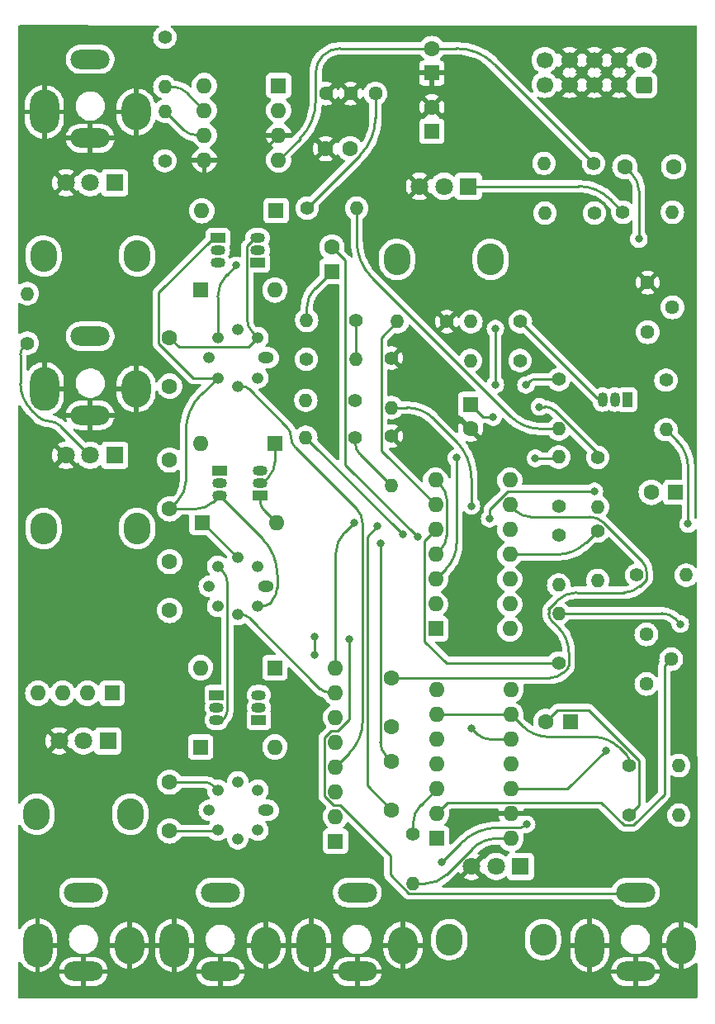
<source format=gbr>
%TF.GenerationSoftware,KiCad,Pcbnew,(7.0.0)*%
%TF.CreationDate,2023-08-02T14:23:00-04:00*%
%TF.ProjectId,Goom,476f6f6d-2e6b-4696-9361-645f70636258,rev?*%
%TF.SameCoordinates,Original*%
%TF.FileFunction,Copper,L1,Top*%
%TF.FilePolarity,Positive*%
%FSLAX46Y46*%
G04 Gerber Fmt 4.6, Leading zero omitted, Abs format (unit mm)*
G04 Created by KiCad (PCBNEW (7.0.0)) date 2023-08-02 14:23:00*
%MOMM*%
%LPD*%
G01*
G04 APERTURE LIST*
G04 Aperture macros list*
%AMRoundRect*
0 Rectangle with rounded corners*
0 $1 Rounding radius*
0 $2 $3 $4 $5 $6 $7 $8 $9 X,Y pos of 4 corners*
0 Add a 4 corners polygon primitive as box body*
4,1,4,$2,$3,$4,$5,$6,$7,$8,$9,$2,$3,0*
0 Add four circle primitives for the rounded corners*
1,1,$1+$1,$2,$3*
1,1,$1+$1,$4,$5*
1,1,$1+$1,$6,$7*
1,1,$1+$1,$8,$9*
0 Add four rect primitives between the rounded corners*
20,1,$1+$1,$2,$3,$4,$5,0*
20,1,$1+$1,$4,$5,$6,$7,0*
20,1,$1+$1,$6,$7,$8,$9,0*
20,1,$1+$1,$8,$9,$2,$3,0*%
G04 Aperture macros list end*
%TA.AperFunction,ComponentPad*%
%ADD10O,3.000000X4.500000*%
%TD*%
%TA.AperFunction,ComponentPad*%
%ADD11O,3.000000X3.800000*%
%TD*%
%TA.AperFunction,ComponentPad*%
%ADD12O,4.000000X2.000000*%
%TD*%
%TA.AperFunction,ComponentPad*%
%ADD13C,1.600000*%
%TD*%
%TA.AperFunction,ComponentPad*%
%ADD14R,1.600000X1.600000*%
%TD*%
%TA.AperFunction,ComponentPad*%
%ADD15O,2.720000X3.240000*%
%TD*%
%TA.AperFunction,ComponentPad*%
%ADD16R,1.800000X1.800000*%
%TD*%
%TA.AperFunction,ComponentPad*%
%ADD17C,1.800000*%
%TD*%
%TA.AperFunction,ComponentPad*%
%ADD18O,1.600000X1.600000*%
%TD*%
%TA.AperFunction,ComponentPad*%
%ADD19O,1.400000X1.400000*%
%TD*%
%TA.AperFunction,ComponentPad*%
%ADD20C,1.400000*%
%TD*%
%TA.AperFunction,ComponentPad*%
%ADD21R,1.500000X1.050000*%
%TD*%
%TA.AperFunction,ComponentPad*%
%ADD22O,1.500000X1.050000*%
%TD*%
%TA.AperFunction,ComponentPad*%
%ADD23C,1.440000*%
%TD*%
%TA.AperFunction,ComponentPad*%
%ADD24O,1.600000X1.200000*%
%TD*%
%TA.AperFunction,ComponentPad*%
%ADD25O,1.200000X1.200000*%
%TD*%
%TA.AperFunction,ComponentPad*%
%ADD26RoundRect,0.250000X0.600000X-0.600000X0.600000X0.600000X-0.600000X0.600000X-0.600000X-0.600000X0*%
%TD*%
%TA.AperFunction,ComponentPad*%
%ADD27C,1.700000*%
%TD*%
%TA.AperFunction,ComponentPad*%
%ADD28R,1.050000X1.500000*%
%TD*%
%TA.AperFunction,ComponentPad*%
%ADD29O,1.050000X1.500000*%
%TD*%
%TA.AperFunction,ViaPad*%
%ADD30C,0.800000*%
%TD*%
%TA.AperFunction,Conductor*%
%ADD31C,0.250000*%
%TD*%
G04 APERTURE END LIST*
D10*
%TO.P,J6,S*%
%TO.N,GND*%
X80135999Y-130047999D03*
D11*
X89535999Y-130047999D03*
D12*
%TO.P,J6,T*%
%TO.N,Out*%
X84835999Y-124647999D03*
%TO.P,J6,TN*%
%TO.N,GND*%
X84835999Y-132747999D03*
%TD*%
D13*
%TO.P,C11,2*%
%TO.N,Net-(U3A-Q1C)*%
X53703000Y-58460000D03*
D14*
%TO.P,C11,1*%
%TO.N,Net-(C11-Pad1)*%
X53702999Y-60959999D03*
%TD*%
D15*
%TO.P,RV5,*%
%TO.N,*%
X75339999Y-129459999D03*
X65739999Y-129459999D03*
D16*
%TO.P,RV5,1,1*%
%TO.N,Res CW*%
X73039999Y-121959999D03*
D17*
%TO.P,RV5,2,2*%
%TO.N,Res W*%
X70540000Y-121960000D03*
%TO.P,RV5,3,3*%
%TO.N,GND*%
X68040000Y-121960000D03*
%TD*%
D15*
%TO.P,RV1,*%
%TO.N,*%
X33722599Y-59384999D03*
X24122599Y-59384999D03*
D16*
%TO.P,RV1,1,1*%
%TO.N,Net-(J1-PadT)*%
X31422599Y-51884999D03*
D17*
%TO.P,RV1,2,2*%
%TO.N,Signal 1*%
X28922600Y-51885000D03*
%TO.P,RV1,3,3*%
%TO.N,GND*%
X26422600Y-51885000D03*
%TD*%
D10*
%TO.P,J1,S*%
%TO.N,GND*%
X24222599Y-44609999D03*
D11*
X33622599Y-44609999D03*
D12*
%TO.P,J1,T*%
%TO.N,Net-(J1-PadT)*%
X28922599Y-39209999D03*
%TO.P,J1,TN*%
%TO.N,GND*%
X28922599Y-47309999D03*
%TD*%
D15*
%TO.P,RV2,*%
%TO.N,*%
X33722599Y-87319999D03*
X24122599Y-87319999D03*
D16*
%TO.P,RV2,1,1*%
%TO.N,Net-(J2-PadT)*%
X31422599Y-79819999D03*
D17*
%TO.P,RV2,2,2*%
%TO.N,Signal 2*%
X28922600Y-79820000D03*
%TO.P,RV2,3,3*%
%TO.N,GND*%
X26422600Y-79820000D03*
%TD*%
D15*
%TO.P,RV3,*%
%TO.N,*%
X33022599Y-116609999D03*
X23422599Y-116609999D03*
D16*
%TO.P,RV3,1,1*%
%TO.N,Net-(J3-PadT)*%
X30722599Y-109109999D03*
D17*
%TO.P,RV3,2,2*%
%TO.N,CV 1*%
X28222600Y-109110000D03*
%TO.P,RV3,3,3*%
%TO.N,GND*%
X25722600Y-109110000D03*
%TD*%
D10*
%TO.P,J5,S*%
%TO.N,GND*%
X51594299Y-130047999D03*
D11*
X60994299Y-130047999D03*
D12*
%TO.P,J5,T*%
%TO.N,CV 3*%
X56294299Y-124647999D03*
%TO.P,J5,TN*%
%TO.N,GND*%
X56294299Y-132747999D03*
%TD*%
D10*
%TO.P,J4,S*%
%TO.N,GND*%
X37558449Y-130047999D03*
D11*
X46958449Y-130047999D03*
D12*
%TO.P,J4,T*%
%TO.N,CV 2*%
X42258449Y-124647999D03*
%TO.P,J4,TN*%
%TO.N,GND*%
X42258449Y-132747999D03*
%TD*%
D15*
%TO.P,RV4,*%
%TO.N,*%
X69987599Y-59734999D03*
X60387599Y-59734999D03*
D16*
%TO.P,RV4,1,1*%
%TO.N,Freq CW*%
X67687599Y-52234999D03*
D17*
%TO.P,RV4,2,2*%
%TO.N,Freq W*%
X65187600Y-52235000D03*
%TO.P,RV4,3,3*%
%TO.N,GND*%
X62687600Y-52235000D03*
%TD*%
D10*
%TO.P,J3,S*%
%TO.N,GND*%
X23522599Y-130047999D03*
D11*
X32922599Y-130047999D03*
D12*
%TO.P,J3,T*%
%TO.N,Net-(J3-PadT)*%
X28222599Y-124647999D03*
%TO.P,J3,TN*%
%TO.N,GND*%
X28222599Y-132747999D03*
%TD*%
D10*
%TO.P,J2,S*%
%TO.N,GND*%
X24222599Y-73009999D03*
D11*
X33622599Y-73009999D03*
D12*
%TO.P,J2,T*%
%TO.N,Net-(J2-PadT)*%
X28922599Y-67609999D03*
%TO.P,J2,TN*%
%TO.N,GND*%
X28922599Y-75709999D03*
%TD*%
D13*
%TO.P,C13,1*%
%TO.N,-12V*%
X83751200Y-50241200D03*
%TO.P,C13,2*%
%TO.N,+12V*%
X88751200Y-50241200D03*
%TD*%
D14*
%TO.P,U2,1,Q1C*%
%TO.N,P1Eb*%
X64454999Y-119109999D03*
D18*
%TO.P,U2,2,Q1B*%
%TO.N,Net-(U2A-Q1B)*%
X64454999Y-116569999D03*
%TO.P,U2,3,Q1/Q2E*%
%TO.N,Net-(U2A-Q1{slash}Q2E)*%
X64454999Y-114029999D03*
%TO.P,U2,4,Q2B*%
%TO.N,Net-(U2A-Q2B)*%
X64454999Y-111489999D03*
%TO.P,U2,5,Q2C*%
%TO.N,P1Ca*%
X64454999Y-108949999D03*
%TO.P,U2,6,Q3B*%
%TO.N,Net-(RN2-R4.2)*%
X64454999Y-106409999D03*
%TO.P,U2,7,Q3E*%
%TO.N,P3Ca*%
X64454999Y-103869999D03*
%TO.P,U2,8,Q3C*%
%TO.N,+12V*%
X72074999Y-103869999D03*
%TO.P,U2,9,Q4B*%
%TO.N,Net-(RN2-R4.2)*%
X72074999Y-106409999D03*
%TO.P,U2,10,Q4E*%
%TO.N,P3Cb*%
X72074999Y-108949999D03*
%TO.P,U2,11,Q4C*%
%TO.N,+12V*%
X72074999Y-111489999D03*
%TO.P,U2,12,Q5B*%
%TO.N,Net-(Q1-E)*%
X72074999Y-114029999D03*
%TO.P,U2,13,Q5E*%
%TO.N,GND*%
X72074999Y-116569999D03*
%TO.P,U2,14,Q5C*%
%TO.N,Net-(U2D-Q5C)*%
X72074999Y-119109999D03*
%TD*%
D19*
%TO.P,R23,2*%
%TO.N,Net-(U3A-Q1{slash}Q2E)*%
X76954999Y-79989999D03*
D20*
%TO.P,R23,1*%
%TO.N,-12V*%
X76955000Y-85070000D03*
%TD*%
D21*
%TO.P,Q3,1,E*%
%TO.N,P1Ea*%
X46209999Y-106933999D03*
D22*
%TO.P,Q3,2,B*%
%TO.N,P1B*%
X46209999Y-105663999D03*
%TO.P,Q3,3,C*%
%TO.N,P1Ca*%
X46209999Y-104393999D03*
%TD*%
D14*
%TO.P,C12,1*%
%TO.N,GND*%
X63954999Y-40609999D03*
D13*
%TO.P,C12,2*%
%TO.N,-12V*%
X63955000Y-38110000D03*
%TD*%
D20*
%TO.P,R14,1*%
%TO.N,Net-(R14-Pad1)*%
X87955000Y-72110000D03*
D19*
%TO.P,R14,2*%
%TO.N,Net-(Q1-E)*%
X87954999Y-77189999D03*
%TD*%
%TO.P,R9,2*%
%TO.N,Net-(C1-Pad2)*%
X80954999Y-85109999D03*
D20*
%TO.P,R9,1*%
%TO.N,Net-(R8-Pad2)*%
X80955000Y-80030000D03*
%TD*%
%TO.P,R7,1*%
%TO.N,Signal 2*%
X22461000Y-68326000D03*
D19*
%TO.P,R7,2*%
%TO.N,Net-(U1B--)*%
X22460999Y-63245999D03*
%TD*%
D14*
%TO.P,D3,1,K*%
%TO.N,P2B*%
X47871261Y-78612999D03*
D18*
%TO.P,D3,2,A*%
%TO.N,P1Ca*%
X40251261Y-78612999D03*
%TD*%
D14*
%TO.P,U3,1,Q1C*%
%TO.N,Net-(U3A-Q1C)*%
X64334999Y-97609999D03*
D18*
%TO.P,U3,2,Q1B*%
%TO.N,Net-(U3A-Q1B)*%
X64334999Y-95069999D03*
%TO.P,U3,3,Q1/Q2E*%
%TO.N,Net-(U3A-Q1{slash}Q2E)*%
X64334999Y-92529999D03*
%TO.P,U3,4,Q2B*%
%TO.N,Net-(U3A-Q2B)*%
X64334999Y-89989999D03*
%TO.P,U3,5,Q2C*%
%TO.N,Net-(U3A-Q2C)*%
X64334999Y-87449999D03*
%TO.P,U3,6,Q3B*%
%TO.N,Net-(U3B-Q3B)*%
X64334999Y-84909999D03*
%TO.P,U3,7,Q3E*%
%TO.N,Net-(U3A-Q2B)*%
X64334999Y-82369999D03*
%TO.P,U3,8,Q3C*%
%TO.N,Net-(U3A-Q2C)*%
X71954999Y-82369999D03*
%TO.P,U3,9,Q4B*%
%TO.N,Net-(U3C-Q4B)*%
X71954999Y-84909999D03*
%TO.P,U3,10,Q4E*%
%TO.N,Net-(U3A-Q1B)*%
X71954999Y-87449999D03*
%TO.P,U3,11,Q4C*%
%TO.N,Net-(U3A-Q1C)*%
X71954999Y-89989999D03*
%TO.P,U3,12,Q5B*%
%TO.N,unconnected-(U3D-Q5B-Pad12)*%
X71954999Y-92529999D03*
%TO.P,U3,13,Q5E*%
%TO.N,unconnected-(U3D-Q5E-Pad13)*%
X71954999Y-95069999D03*
%TO.P,U3,14,Q5C*%
%TO.N,unconnected-(U3D-Q5C-Pad14)*%
X71954999Y-97609999D03*
%TD*%
D14*
%TO.P,U1,1*%
%TO.N,Net-(R31-Pad1)*%
X48241999Y-41909999D03*
D18*
%TO.P,U1,2,-*%
%TO.N,Net-(U1A--)*%
X48241999Y-44449999D03*
%TO.P,U1,3,+*%
%TO.N,GND*%
X48241999Y-46989999D03*
%TO.P,U1,4,V-*%
%TO.N,-12V*%
X48241999Y-49529999D03*
%TO.P,U1,5,+*%
%TO.N,GND*%
X40621999Y-49529999D03*
%TO.P,U1,6,-*%
%TO.N,Net-(U1B--)*%
X40621999Y-46989999D03*
%TO.P,U1,7*%
%TO.N,Net-(R8-Pad2)*%
X40621999Y-44449999D03*
%TO.P,U1,8,V+*%
%TO.N,+12V*%
X40621999Y-41909999D03*
%TD*%
D20*
%TO.P,R29,1*%
%TO.N,Net-(C10-Pad2)*%
X84201000Y-116713000D03*
D19*
%TO.P,R29,2*%
%TO.N,+12V*%
X89280999Y-116712999D03*
%TD*%
D14*
%TO.P,RN1,1,common*%
%TO.N,Net-(Q1-B)*%
X31162599Y-104209999D03*
D18*
%TO.P,RN1,2,R1*%
%TO.N,CV 1*%
X28622599Y-104209999D03*
%TO.P,RN1,3,R2*%
%TO.N,CV 2*%
X26082599Y-104209999D03*
%TO.P,RN1,4,R3*%
%TO.N,CV 3*%
X23542599Y-104209999D03*
%TD*%
D14*
%TO.P,D6,1,K*%
%TO.N,P3B*%
X40240999Y-62864999D03*
D18*
%TO.P,D6,2,A*%
%TO.N,P2Cb*%
X47860999Y-62864999D03*
%TD*%
D13*
%TO.P,C2,1*%
%TO.N,Net-(Q1-B)*%
X55568000Y-48387000D03*
%TO.P,C2,2*%
%TO.N,GND*%
X53068000Y-48387000D03*
%TD*%
D21*
%TO.P,Q7,1,E*%
%TO.N,P2Cb*%
X46082999Y-60070999D03*
D22*
%TO.P,Q7,2,B*%
%TO.N,P3B*%
X46082999Y-58800999D03*
%TO.P,Q7,3,C*%
%TO.N,P3Cb*%
X46082999Y-57530999D03*
%TD*%
D14*
%TO.P,C10,1*%
%TO.N,Res W*%
X78160112Y-107109999D03*
D13*
%TO.P,C10,2*%
%TO.N,Net-(C10-Pad2)*%
X75660113Y-107110000D03*
%TD*%
D20*
%TO.P,R6,1*%
%TO.N,Signal 1*%
X36566000Y-49626000D03*
D19*
%TO.P,R6,2*%
%TO.N,Net-(U1B--)*%
X36565999Y-44545999D03*
%TD*%
D21*
%TO.P,Q2,1,E*%
%TO.N,P1Eb*%
X41891999Y-104393999D03*
D22*
%TO.P,Q2,2,B*%
%TO.N,P1B*%
X41891999Y-105663999D03*
%TO.P,Q2,3,C*%
%TO.N,P1Cb*%
X41891999Y-106933999D03*
%TD*%
D20*
%TO.P,R10,1*%
%TO.N,Net-(RN2-R1.2)*%
X56116000Y-77978000D03*
D19*
%TO.P,R10,2*%
%TO.N,Net-(U2A-Q2B)*%
X51035999Y-77977999D03*
%TD*%
D20*
%TO.P,R34,1*%
%TO.N,-12V*%
X80525400Y-49885600D03*
D19*
%TO.P,R34,2*%
%TO.N,Net-(J9-Pin_1)*%
X75445399Y-49885599D03*
%TD*%
D20*
%TO.P,R13,1*%
%TO.N,Net-(R13-Pad1)*%
X51163000Y-54483000D03*
D19*
%TO.P,R13,2*%
%TO.N,Net-(Q1-B)*%
X56242999Y-54482999D03*
%TD*%
D21*
%TO.P,Q5,1,E*%
%TO.N,P1Cb*%
X46347261Y-83946999D03*
D22*
%TO.P,Q5,2,B*%
%TO.N,P2B*%
X46347261Y-82676999D03*
%TO.P,Q5,3,C*%
%TO.N,P2Cb*%
X46347261Y-81406999D03*
%TD*%
D20*
%TO.P,R2,1*%
%TO.N,Net-(RN2-R1.2)*%
X84955000Y-92110000D03*
D19*
%TO.P,R2,2*%
%TO.N,Net-(R2-Pad2)*%
X90034999Y-92109999D03*
%TD*%
D20*
%TO.P,R33,1*%
%TO.N,Net-(J9-Pin_10)*%
X80627800Y-54991000D03*
D19*
%TO.P,R33,2*%
%TO.N,+12V*%
X75547799Y-54990999D03*
%TD*%
D23*
%TO.P,T2,1,1*%
%TO.N,GND*%
X86088000Y-62103000D03*
%TO.P,T2,2,2*%
%TO.N,Net-(R14-Pad1)*%
X88628000Y-64643000D03*
%TO.P,T2,3,3*%
%TO.N,+12V*%
X86088000Y-67183000D03*
%TD*%
D24*
%TO.P,U4,1*%
%TO.N,N/C*%
X46969999Y-116204999D03*
D25*
%TO.P,U4,2,Q1B*%
%TO.N,P1Ca*%
X46114751Y-118269751D03*
%TO.P,U4,3,Q1/Q2E*%
%TO.N,P1B*%
X44049999Y-119124999D03*
%TO.P,U4,4,Q1C*%
%TO.N,P1Ca*%
X41985247Y-118269751D03*
%TO.P,U4,5*%
%TO.N,N/C*%
X41129999Y-116204999D03*
%TO.P,U4,6,Q1C*%
%TO.N,P1Eb*%
X41985247Y-114140247D03*
%TO.P,U4,7,Q2B*%
%TO.N,P1B*%
X44049999Y-113284999D03*
%TO.P,U4,8,Q2B*%
%TO.N,P1Cb*%
X46114751Y-114140247D03*
%TD*%
D20*
%TO.P,R31,1*%
%TO.N,Net-(R31-Pad1)*%
X51081000Y-69978000D03*
D19*
%TO.P,R31,2*%
%TO.N,Net-(U1A--)*%
X56160999Y-69977999D03*
%TD*%
D20*
%TO.P,R12,1*%
%TO.N,Net-(Q1-C)*%
X73035000Y-66110000D03*
D19*
%TO.P,R12,2*%
%TO.N,-12V*%
X67954999Y-66109999D03*
%TD*%
D20*
%TO.P,R26,1*%
%TO.N,GND*%
X65495000Y-66110000D03*
D19*
%TO.P,R26,2*%
%TO.N,Net-(U3B-Q3B)*%
X60414999Y-66109999D03*
%TD*%
D20*
%TO.P,R22,1*%
%TO.N,-12V*%
X72995000Y-70110000D03*
D19*
%TO.P,R22,2*%
%TO.N,Net-(U3A-Q2B)*%
X67914999Y-70109999D03*
%TD*%
D13*
%TO.P,C7,1*%
%TO.N,P3Ca*%
X37066000Y-72731000D03*
%TO.P,C7,2*%
%TO.N,P3Cb*%
X37066000Y-67731000D03*
%TD*%
D14*
%TO.P,C1,1*%
%TO.N,Net-(U2A-Q2B)*%
X88954999Y-83609999D03*
D13*
%TO.P,C1,2*%
%TO.N,Net-(C1-Pad2)*%
X86455000Y-83610000D03*
%TD*%
D20*
%TO.P,R25,1*%
%TO.N,GND*%
X59799000Y-69850000D03*
D19*
%TO.P,R25,2*%
%TO.N,Net-(U3C-Q4B)*%
X59798999Y-74929999D03*
%TD*%
D24*
%TO.P,U5,1*%
%TO.N,N/C*%
X46969999Y-93250751D03*
D25*
%TO.P,U5,2,Q1B*%
%TO.N,P2Ca*%
X46114751Y-95315503D03*
%TO.P,U5,3,Q1/Q2E*%
%TO.N,P2B*%
X44049999Y-96170751D03*
%TO.P,U5,4,Q1C*%
%TO.N,P1Ca*%
X41985247Y-95315503D03*
%TO.P,U5,5*%
%TO.N,N/C*%
X41129999Y-93250751D03*
%TO.P,U5,6,Q1C*%
%TO.N,P1Cb*%
X41985247Y-91185999D03*
%TO.P,U5,7,Q2B*%
%TO.N,P2B*%
X44049999Y-90330751D03*
%TO.P,U5,8,Q2B*%
%TO.N,P2Cb*%
X46114751Y-91185999D03*
%TD*%
D13*
%TO.P,C4,1*%
%TO.N,P1Ca*%
X37066000Y-118324000D03*
%TO.P,C4,2*%
%TO.N,P1Eb*%
X37066000Y-113324000D03*
%TD*%
D20*
%TO.P,R16,1*%
%TO.N,GND*%
X59799000Y-77850000D03*
D19*
%TO.P,R16,2*%
%TO.N,Net-(RN2-R1.2)*%
X59798999Y-82929999D03*
%TD*%
D14*
%TO.P,RN2,1,R1.1*%
%TO.N,P1B*%
X54083999Y-119389999D03*
D18*
%TO.P,RN2,2,R2.1*%
X54083999Y-116849999D03*
%TO.P,RN2,3,R3.1*%
%TO.N,P3B*%
X54083999Y-114309999D03*
%TO.P,RN2,4,R4.1*%
X54083999Y-111769999D03*
%TO.P,RN2,5,R4.2*%
%TO.N,Net-(RN2-R4.2)*%
X54083999Y-109229999D03*
%TO.P,RN2,6,R3.2*%
%TO.N,P2B*%
X54083999Y-106689999D03*
%TO.P,RN2,7,R2.2*%
X54083999Y-104149999D03*
%TO.P,RN2,8,R1.2*%
%TO.N,Net-(RN2-R1.2)*%
X54083999Y-101609999D03*
%TD*%
D20*
%TO.P,R28,1*%
%TO.N,Net-(U3A-Q1C)*%
X80955000Y-87570000D03*
D19*
%TO.P,R28,2*%
%TO.N,Net-(C10-Pad2)*%
X80954999Y-92649999D03*
%TD*%
D20*
%TO.P,R30,1*%
%TO.N,Net-(U1A--)*%
X56201000Y-65978000D03*
D19*
%TO.P,R30,2*%
%TO.N,Net-(C11-Pad1)*%
X51120999Y-65977999D03*
%TD*%
D26*
%TO.P,J9,1,Pin_1*%
%TO.N,Net-(J9-Pin_1)*%
X85681600Y-41833800D03*
D27*
%TO.P,J9,2,Pin_2*%
X85681600Y-39293800D03*
%TO.P,J9,3,Pin_3*%
%TO.N,GND*%
X83141600Y-41833800D03*
%TO.P,J9,4,Pin_4*%
X83141600Y-39293800D03*
%TO.P,J9,5,Pin_5*%
X80601600Y-41833800D03*
%TO.P,J9,6,Pin_6*%
X80601600Y-39293800D03*
%TO.P,J9,7,Pin_7*%
X78061600Y-41833800D03*
%TO.P,J9,8,Pin_8*%
X78061600Y-39293800D03*
%TO.P,J9,9,Pin_9*%
%TO.N,Net-(J9-Pin_10)*%
X75521600Y-41833800D03*
%TO.P,J9,10,Pin_10*%
X75521600Y-39293800D03*
%TD*%
D14*
%TO.P,D2,1,K*%
%TO.N,P1B*%
X40240999Y-109727999D03*
D18*
%TO.P,D2,2,A*%
%TO.N,P1Ea*%
X47860999Y-109727999D03*
%TD*%
D28*
%TO.P,Q1,1,E*%
%TO.N,Net-(Q1-E)*%
X83994999Y-74109999D03*
D29*
%TO.P,Q1,2,B*%
%TO.N,Net-(Q1-B)*%
X82724999Y-74109999D03*
%TO.P,Q1,3,C*%
%TO.N,Net-(Q1-C)*%
X81454999Y-74109999D03*
%TD*%
D23*
%TO.P,T3,1,1*%
%TO.N,Net-(R2-Pad2)*%
X85955000Y-98171000D03*
%TO.P,T3,2,2*%
%TO.N,Net-(U2A-Q1B)*%
X88495000Y-100711000D03*
%TO.P,T3,3,3*%
%TO.N,Res CW*%
X85955000Y-103251000D03*
%TD*%
D24*
%TO.P,U6,1*%
%TO.N,N/C*%
X46969999Y-69817247D03*
D25*
%TO.P,U6,2,Q1B*%
%TO.N,P3Ca*%
X46114751Y-71881999D03*
%TO.P,U6,3,Q1/Q2E*%
%TO.N,P3B*%
X44049999Y-72737247D03*
%TO.P,U6,4,Q1C*%
%TO.N,P2Ca*%
X41985247Y-71881999D03*
%TO.P,U6,5*%
%TO.N,N/C*%
X41129999Y-69817247D03*
%TO.P,U6,6,Q1C*%
%TO.N,P2Cb*%
X41985247Y-67752495D03*
%TO.P,U6,7,Q2B*%
%TO.N,P3B*%
X44049999Y-66897247D03*
%TO.P,U6,8,Q2B*%
%TO.N,P3Cb*%
X46114751Y-67752495D03*
%TD*%
D13*
%TO.P,C5,1*%
%TO.N,P1Ca*%
X37066000Y-95718000D03*
%TO.P,C5,2*%
%TO.N,P1Cb*%
X37066000Y-90718000D03*
%TD*%
D21*
%TO.P,Q6,1,E*%
%TO.N,P2Ca*%
X42010737Y-57530999D03*
D22*
%TO.P,Q6,2,B*%
%TO.N,P3B*%
X42010737Y-58800999D03*
%TO.P,Q6,3,C*%
%TO.N,P3Ca*%
X42010737Y-60070999D03*
%TD*%
D20*
%TO.P,R5,1*%
%TO.N,Freq W*%
X76955000Y-72030000D03*
D19*
%TO.P,R5,2*%
%TO.N,Net-(Q1-B)*%
X76954999Y-77109999D03*
%TD*%
D20*
%TO.P,R32,1*%
%TO.N,Out*%
X56116000Y-74178000D03*
D19*
%TO.P,R32,2*%
%TO.N,Net-(R31-Pad1)*%
X51035999Y-74177999D03*
%TD*%
D14*
%TO.P,D4,1,K*%
%TO.N,P2B*%
X40378261Y-86711999D03*
D18*
%TO.P,D4,2,A*%
%TO.N,P1Cb*%
X47998261Y-86711999D03*
%TD*%
D13*
%TO.P,C8,1*%
%TO.N,P3Cb*%
X59799000Y-116165000D03*
%TO.P,C8,2*%
%TO.N,Net-(U3B-Q3B)*%
X59799000Y-111165000D03*
%TD*%
D14*
%TO.P,C14,1*%
%TO.N,+12V*%
X63954999Y-46609999D03*
D13*
%TO.P,C14,2*%
%TO.N,GND*%
X63955000Y-44110000D03*
%TD*%
D21*
%TO.P,Q4,1,E*%
%TO.N,P1Ca*%
X42147999Y-81406999D03*
D22*
%TO.P,Q4,2,B*%
%TO.N,P2B*%
X42147999Y-82676999D03*
%TO.P,Q4,3,C*%
%TO.N,P2Ca*%
X42147999Y-83946999D03*
%TD*%
D23*
%TO.P,T1,1,1*%
%TO.N,GND*%
X53083000Y-42727000D03*
%TO.P,T1,2,2*%
X55623000Y-42727000D03*
%TO.P,T1,3,3*%
%TO.N,Net-(R13-Pad1)*%
X58163000Y-42727000D03*
%TD*%
D20*
%TO.P,R1,1*%
%TO.N,Freq CW*%
X83548000Y-54889400D03*
D19*
%TO.P,R1,2*%
%TO.N,+12V*%
X88627999Y-54889399D03*
%TD*%
D14*
%TO.P,C3,1*%
%TO.N,Net-(RN2-R1.2)*%
X67926999Y-74609999D03*
D13*
%TO.P,C3,2*%
%TO.N,GND*%
X67927000Y-77110000D03*
%TD*%
D14*
%TO.P,D5,1,K*%
%TO.N,P3B*%
X47987999Y-54736999D03*
D18*
%TO.P,D5,2,A*%
%TO.N,P2Ca*%
X40367999Y-54736999D03*
%TD*%
D14*
%TO.P,D1,1,K*%
%TO.N,P1B*%
X47860999Y-101599999D03*
D18*
%TO.P,D1,2,A*%
%TO.N,P1Eb*%
X40240999Y-101599999D03*
%TD*%
D13*
%TO.P,C9,1*%
%TO.N,P3Ca*%
X59799000Y-107656000D03*
%TO.P,C9,2*%
%TO.N,Net-(U3C-Q4B)*%
X59799000Y-102656000D03*
%TD*%
D20*
%TO.P,R8,1*%
%TO.N,Net-(U1B--)*%
X36566000Y-36957000D03*
D19*
%TO.P,R8,2*%
%TO.N,Net-(R8-Pad2)*%
X36565999Y-42036999D03*
%TD*%
D20*
%TO.P,R24,1*%
%TO.N,-12V*%
X76955000Y-88030000D03*
D19*
%TO.P,R24,2*%
%TO.N,Net-(U3A-Q1B)*%
X76954999Y-93109999D03*
%TD*%
D20*
%TO.P,R21,1*%
%TO.N,Net-(RN2-R4.2)*%
X84201000Y-111633000D03*
D19*
%TO.P,R21,2*%
%TO.N,+12V*%
X89280999Y-111632999D03*
%TD*%
D20*
%TO.P,R27,1*%
%TO.N,Net-(U3A-Q2C)*%
X76955000Y-101110000D03*
D19*
%TO.P,R27,2*%
%TO.N,+12V*%
X76954999Y-96029999D03*
%TD*%
D20*
%TO.P,R11,1*%
%TO.N,Net-(U2A-Q1{slash}Q2E)*%
X62040000Y-118640000D03*
D19*
%TO.P,R11,2*%
%TO.N,Net-(U2D-Q5C)*%
X62039999Y-123719999D03*
%TD*%
D13*
%TO.P,C6,1*%
%TO.N,P2Ca*%
X37066000Y-85304000D03*
%TO.P,C6,2*%
%TO.N,P2Cb*%
X37066000Y-80304000D03*
%TD*%
D30*
%TO.N,Net-(Q1-E)*%
X81800000Y-110060000D03*
%TO.N,Net-(RN2-R1.2)*%
X70230000Y-75900000D03*
X70470000Y-72560000D03*
X70470000Y-66840000D03*
%TO.N,Net-(U3A-Q1C)*%
X62500000Y-88190000D03*
%TO.N,P3Cb*%
X58380000Y-87100000D03*
%TO.N,Out*%
X55480000Y-98670000D03*
%TO.N,Net-(Q1-E)*%
X90230000Y-86860000D03*
%TO.N,Net-(Q1-B)*%
X73670000Y-117650000D03*
X64980000Y-121550000D03*
%TO.N,Net-(U2A-Q2B)*%
X69880000Y-86325000D03*
X60980000Y-87940000D03*
X80620000Y-83500000D03*
%TO.N,Net-(U3B-Q3B)*%
X58720000Y-88820000D03*
%TO.N,Net-(U3C-Q4B)*%
X68010000Y-85000000D03*
%TO.N,-12V*%
X85180000Y-57650000D03*
%TO.N,+12V*%
X89430000Y-97120000D03*
%TO.N,Net-(R8-Pad2)*%
X74990000Y-74840000D03*
%TO.N,Net-(U3A-Q1{slash}Q2E)*%
X74570000Y-80140000D03*
X66480000Y-80070000D03*
%TO.N,Freq W*%
X73610000Y-72610000D03*
%TO.N,P2Cb*%
X43880000Y-60360000D03*
%TO.N,P3Ca*%
X51910000Y-98430000D03*
X51960000Y-100290000D03*
%TO.N,P3Cb*%
X67990000Y-107790000D03*
%TO.N,Net-(RN2-R1.2)*%
X55979500Y-86749500D03*
%TD*%
D31*
%TO.N,P2Ca*%
X41559000Y-57531000D02*
X42010738Y-57531000D01*
X35941000Y-63149000D02*
X41559000Y-57531000D01*
X35941000Y-68367396D02*
X35941000Y-63149000D01*
X41985248Y-71882000D02*
X39455604Y-71882000D01*
X39455604Y-71882000D02*
X35941000Y-68367396D01*
%TO.N,Net-(Q1-E)*%
X77830000Y-114030000D02*
X81800000Y-110060000D01*
X72075000Y-114030000D02*
X77830000Y-114030000D01*
%TO.N,Net-(U2A-Q1B)*%
X87800000Y-101406000D02*
X88495000Y-100711000D01*
X87800000Y-114563569D02*
X87800000Y-101406000D01*
X81341024Y-115445000D02*
X83636024Y-117740000D01*
X83636024Y-117740000D02*
X84623569Y-117740000D01*
X65580000Y-115445000D02*
X81341024Y-115445000D01*
X84623569Y-117740000D02*
X87800000Y-114563569D01*
X64455000Y-116570000D02*
X65580000Y-115445000D01*
%TO.N,Net-(C10-Pad2)*%
X76830113Y-105940000D02*
X75660113Y-107110000D01*
X85226000Y-111146000D02*
X80020000Y-105940000D01*
X85226000Y-115688000D02*
X85226000Y-111146000D01*
X80020000Y-105940000D02*
X76830113Y-105940000D01*
X84201000Y-116713000D02*
X85226000Y-115688000D01*
%TO.N,Net-(RN2-R1.2)*%
X69217000Y-75900000D02*
X67927000Y-74610000D01*
X70470000Y-66840000D02*
X70470000Y-72560000D01*
X70230000Y-75900000D02*
X69217000Y-75900000D01*
%TO.N,Net-(U3B-Q3B)*%
X58774000Y-67751000D02*
X60415000Y-66110000D01*
X58774000Y-79349000D02*
X58774000Y-67751000D01*
X64335000Y-84910000D02*
X58774000Y-79349000D01*
%TO.N,Net-(U3A-Q1C)*%
X55080000Y-59837000D02*
X53703000Y-58460000D01*
X55080000Y-80770000D02*
X55080000Y-59837000D01*
X62500000Y-88190000D02*
X55080000Y-80770000D01*
%TO.N,Net-(U3A-Q2C)*%
X63210000Y-88575000D02*
X64335000Y-87450000D01*
X63210000Y-98886000D02*
X63210000Y-88575000D01*
X76955000Y-101110000D02*
X65434000Y-101110000D01*
X65434000Y-101110000D02*
X63210000Y-98886000D01*
%TO.N,P3Cb*%
X57312535Y-113678535D02*
X57312535Y-88167465D01*
X57312535Y-88167465D02*
X58380000Y-87100000D01*
X59799000Y-116165000D02*
X57312535Y-113678535D01*
%TO.N,Out*%
X84739000Y-124745000D02*
X84836000Y-124648000D01*
X61605000Y-124745000D02*
X84739000Y-124745000D01*
X59675000Y-122815000D02*
X61605000Y-124745000D01*
X59675000Y-120825000D02*
X59675000Y-122815000D01*
X54575000Y-115725000D02*
X59675000Y-120825000D01*
X53900000Y-115725000D02*
X54575000Y-115725000D01*
X52959000Y-114784000D02*
X53900000Y-115725000D01*
X52959000Y-108761000D02*
X52959000Y-114784000D01*
X53615000Y-108105000D02*
X52959000Y-108761000D01*
X54259991Y-108105000D02*
X53615000Y-108105000D01*
X55480000Y-106884991D02*
X54259991Y-108105000D01*
X55480000Y-98670000D02*
X55480000Y-106884991D01*
%TO.N,Net-(U3C-Q4B)*%
X75930000Y-96035000D02*
X75930000Y-95663736D01*
X77419284Y-102095284D02*
X77895153Y-101619415D01*
X85980000Y-91837284D02*
X85980006Y-92467953D01*
%TO.N,Net-(U2A-Q2B)*%
X69880000Y-85397129D02*
X69880000Y-86325000D01*
X70830000Y-84447129D02*
X69880000Y-85397129D01*
X71634009Y-83640000D02*
X70830000Y-84444009D01*
X71650000Y-83640000D02*
X71634009Y-83640000D01*
X71753490Y-83536510D02*
X71650000Y-83640000D01*
X72477604Y-83502025D02*
X72215653Y-83536510D01*
X72215653Y-83536510D02*
X71753490Y-83536510D01*
X70830000Y-84444009D02*
X70830000Y-84447129D01*
X72609710Y-83500000D02*
X72477604Y-83502025D01*
X80620000Y-83500000D02*
X72609710Y-83500000D01*
%TO.N,P3Cb*%
X38012496Y-68677496D02*
X45189752Y-68677496D01*
X45189752Y-68677496D02*
X46114752Y-67752496D01*
X37066000Y-67731000D02*
X38012496Y-68677496D01*
%TO.N,Net-(Q1-E)*%
X90230000Y-86860000D02*
X90230000Y-81073667D01*
X89092500Y-78327500D02*
X87955000Y-77190000D01*
X90230013Y-81073667D02*
G75*
G03*
X89092500Y-78327500I-3883713J-33D01*
G01*
%TO.N,Net-(Q1-B)*%
X75134198Y-77110000D02*
X76955000Y-77110000D01*
X66951207Y-119578792D02*
X64980000Y-121550000D01*
X73502500Y-117817500D02*
X73670000Y-117650000D01*
X57836792Y-61633396D02*
X72025894Y-75822498D01*
X73098119Y-117985000D02*
X70798963Y-117985000D01*
X56243000Y-57785640D02*
X56243000Y-54483000D01*
X70798963Y-117984960D02*
G75*
G03*
X66951208Y-119578793I37J-5441540D01*
G01*
X73098119Y-117985007D02*
G75*
G03*
X73502499Y-117817499I-19J571907D01*
G01*
X72025896Y-75822496D02*
G75*
G03*
X75134198Y-77110000I3108304J3108296D01*
G01*
X56242987Y-57785640D02*
G75*
G03*
X57836793Y-61633395I5441613J40D01*
G01*
%TO.N,Net-(Q1-C)*%
X81245000Y-74110000D02*
X81455000Y-74110000D01*
X80886507Y-73961507D02*
X73035000Y-66110000D01*
X80886504Y-73961510D02*
G75*
G03*
X81245000Y-74110000I358496J358510D01*
G01*
%TO.N,GND*%
X46972000Y-48260000D02*
X48242000Y-46990000D01*
X43905948Y-49530000D02*
X40622000Y-49530000D01*
X43905948Y-49530020D02*
G75*
G03*
X46972000Y-48260000I-48J4336120D01*
G01*
%TO.N,Net-(U2D-Q5C)*%
X63293794Y-123720000D02*
X62040000Y-123720000D01*
X68126126Y-120141460D02*
X65434154Y-122833433D01*
X70616294Y-119110000D02*
X72075000Y-119110000D01*
X63293794Y-123720002D02*
G75*
G03*
X65434153Y-122833432I6J3026902D01*
G01*
X70616294Y-119109987D02*
G75*
G03*
X68126127Y-120141461I6J-3521613D01*
G01*
%TO.N,Net-(U2A-Q2B)*%
X60973636Y-87915636D02*
X51036000Y-77978000D01*
X60980000Y-87940000D02*
X60980000Y-87931000D01*
X60980008Y-87931000D02*
G75*
G03*
X60973636Y-87915636I-21708J0D01*
G01*
%TO.N,Net-(U3B-Q3B)*%
X58697000Y-88843000D02*
X58720000Y-88820000D01*
X59236500Y-110602500D02*
X59799000Y-111165000D01*
X58674000Y-88898526D02*
X58674000Y-109244504D01*
X58696992Y-88842992D02*
G75*
G03*
X58674000Y-88898526I55508J-55508D01*
G01*
X58673998Y-109244504D02*
G75*
G03*
X59236500Y-110602500I1920502J4D01*
G01*
%TO.N,Net-(U3C-Q4B)*%
X68010000Y-82192262D02*
X68010000Y-85000000D01*
X72567500Y-85522500D02*
X71955000Y-84910000D01*
X74046205Y-86135000D02*
X80150043Y-86135000D01*
X76251733Y-96811733D02*
X76955000Y-97515000D01*
X83666134Y-93890000D02*
X78815010Y-93890000D01*
X85486945Y-90646945D02*
X81558332Y-86718332D01*
X85932908Y-92581660D02*
X85302284Y-93212284D01*
X75989210Y-95520790D02*
X76774999Y-94734999D01*
X77980000Y-101414576D02*
X77980000Y-99989568D01*
X76065597Y-102656000D02*
X59799000Y-102656000D01*
X64134026Y-76062325D02*
X66416207Y-78344506D01*
X61400350Y-74930000D02*
X59799000Y-74930000D01*
X81558306Y-86718358D02*
G75*
G03*
X80150043Y-86135000I-1408306J-1408242D01*
G01*
X85932931Y-92581683D02*
G75*
G03*
X85980006Y-92467953I-113731J113683D01*
G01*
X77980012Y-99989568D02*
G75*
G03*
X76954999Y-97515001I-3499612J-32D01*
G01*
X68010011Y-82192262D02*
G75*
G03*
X66416207Y-78344506I-5441611J-38D01*
G01*
X78815010Y-93890003D02*
G75*
G03*
X76774999Y-94734999I-10J-2884997D01*
G01*
X85980009Y-91837284D02*
G75*
G03*
X85486945Y-90646945I-1683409J-16D01*
G01*
X77895168Y-101619430D02*
G75*
G03*
X77980000Y-101414576I-204868J204830D01*
G01*
X72567498Y-85522502D02*
G75*
G03*
X74046205Y-86135000I1478702J1478702D01*
G01*
X64134050Y-76062301D02*
G75*
G03*
X61400350Y-74930000I-2733650J-2733699D01*
G01*
X76065597Y-102655998D02*
G75*
G03*
X77419284Y-102095284I3J1914398D01*
G01*
X83666134Y-93890013D02*
G75*
G03*
X85302284Y-93212284I-34J2313913D01*
G01*
X75989183Y-95520763D02*
G75*
G03*
X75930000Y-95663736I143017J-142937D01*
G01*
X75930010Y-96035000D02*
G75*
G03*
X76251733Y-96811733I1098490J0D01*
G01*
%TO.N,Net-(C11-Pad1)*%
X51982256Y-62680743D02*
X53703000Y-60960000D01*
X51121000Y-64760000D02*
X51121000Y-65978000D01*
X51982259Y-62680746D02*
G75*
G03*
X51121000Y-64760000I2079241J-2079254D01*
G01*
%TO.N,Net-(U3A-Q1C)*%
X79745000Y-88780000D02*
X80955000Y-87570000D01*
X76823801Y-89990000D02*
X71955000Y-89990000D01*
X76823801Y-89990000D02*
G75*
G03*
X79745000Y-88780000I-1J4131200D01*
G01*
%TO.N,-12V*%
X70343592Y-39703792D02*
X80525400Y-49885600D01*
X84465600Y-50955600D02*
X83751200Y-50241200D01*
X85180000Y-57650000D02*
X85180000Y-52680314D01*
X63955000Y-38110000D02*
X66495836Y-38110000D01*
X50444207Y-47327792D02*
X48242000Y-49530000D01*
X63955000Y-38110000D02*
X54533790Y-38110000D01*
X52038000Y-40605790D02*
X52038000Y-43480036D01*
X54533790Y-38109996D02*
G75*
G03*
X52769000Y-38841000I10J-2495804D01*
G01*
X70343584Y-39703800D02*
G75*
G03*
X66495836Y-38110000I-3847784J-3847800D01*
G01*
X50444206Y-47327791D02*
G75*
G03*
X52038000Y-43480036I-3847766J3847761D01*
G01*
X85179994Y-52680314D02*
G75*
G03*
X84465600Y-50955600I-2439094J14D01*
G01*
X52769003Y-38841003D02*
G75*
G03*
X52038000Y-40605790I1764797J-1764797D01*
G01*
%TO.N,+12V*%
X89430000Y-97120000D02*
X88885000Y-96575000D01*
X87569253Y-96030000D02*
X76955000Y-96030000D01*
X88885014Y-96574986D02*
G75*
G03*
X87569253Y-96030000I-1315714J-1315714D01*
G01*
%TO.N,Net-(U1B--)*%
X38440071Y-46420071D02*
X36566000Y-44546000D01*
X39816000Y-46990000D02*
X40622000Y-46990000D01*
X38440062Y-46420080D02*
G75*
G03*
X39816000Y-46990000I1375938J1375980D01*
G01*
%TO.N,Net-(R8-Pad2)*%
X76539235Y-75244666D02*
X80955000Y-79660431D01*
X38789888Y-42617888D02*
X40622000Y-44450000D01*
X75562284Y-74840000D02*
X74990000Y-74840000D01*
X37387500Y-42037000D02*
X36566000Y-42037000D01*
X76539239Y-75244662D02*
G75*
G03*
X75562284Y-74840000I-976939J-976938D01*
G01*
X38789893Y-42617883D02*
G75*
G03*
X37387500Y-42037000I-1402393J-1402417D01*
G01*
%TO.N,Net-(U2A-Q1{slash}Q2E)*%
X62040000Y-117542500D02*
X62040000Y-118640000D01*
X62816049Y-115668950D02*
X64455000Y-114030000D01*
X62816049Y-115668950D02*
G75*
G03*
X62040000Y-117542500I1873551J-1873550D01*
G01*
%TO.N,Net-(R13-Pad1)*%
X56569207Y-49076792D02*
X51163000Y-54483000D01*
X58163000Y-45229036D02*
X58163000Y-42727000D01*
X56569206Y-49076791D02*
G75*
G03*
X58163000Y-45229036I-3847766J3847761D01*
G01*
%TO.N,Net-(U3A-Q2B)*%
X64897500Y-89427500D02*
X64335000Y-89990000D01*
X65460000Y-84290495D02*
X65460000Y-88069504D01*
X64897500Y-82932500D02*
X64335000Y-82370000D01*
X65460002Y-84290495D02*
G75*
G03*
X64897500Y-82932500I-1920502J-5D01*
G01*
X64897499Y-89427499D02*
G75*
G03*
X65460000Y-88069504I-1357999J1357999D01*
G01*
%TO.N,Net-(U3A-Q1{slash}Q2E)*%
X74570000Y-80140000D02*
X76805000Y-80140000D01*
X66480000Y-80070000D02*
X66480000Y-88868255D01*
X65407500Y-91457500D02*
X64335000Y-92530000D01*
X65407534Y-91457534D02*
G75*
G03*
X66480000Y-88868255I-2589334J2589234D01*
G01*
%TO.N,Net-(U1A--)*%
X56161000Y-69978000D02*
X56161000Y-66018000D01*
%TO.N,Signal 2*%
X22111000Y-68676000D02*
X22461000Y-68326000D01*
X23574158Y-75854158D02*
X22900500Y-75180500D01*
X21761000Y-72429503D02*
X21761000Y-69520974D01*
X25823441Y-76785841D02*
X28922600Y-79885000D01*
X21760999Y-72429503D02*
G75*
G03*
X22900500Y-75180500I3890501J3D01*
G01*
X25823444Y-76785838D02*
G75*
G03*
X24698800Y-76320000I-1124644J-1124662D01*
G01*
X23574155Y-75854161D02*
G75*
G03*
X24698800Y-76320000I1124645J1124661D01*
G01*
X22111007Y-68676007D02*
G75*
G03*
X21761000Y-69520974I844993J-844993D01*
G01*
%TO.N,Freq CW*%
X79016655Y-52235000D02*
X67687600Y-52235000D01*
X82220800Y-53562200D02*
X83548000Y-54889400D01*
X82220813Y-53562187D02*
G75*
G03*
X79016655Y-52235000I-3204113J-3204113D01*
G01*
%TO.N,Freq W*%
X73900000Y-72320000D02*
X73610000Y-72610000D01*
X74600121Y-72030000D02*
X76955000Y-72030000D01*
X74600121Y-72030010D02*
G75*
G03*
X73900001Y-72320001I-21J-990090D01*
G01*
%TO.N,P1Ca*%
X37066000Y-118324000D02*
X41931000Y-118324000D01*
%TO.N,P1Eb*%
X40591825Y-113324000D02*
X37066000Y-113324000D01*
X41577124Y-113732124D02*
X41985248Y-114140248D01*
X41577107Y-113732141D02*
G75*
G03*
X40591825Y-113324000I-985307J-985259D01*
G01*
%TO.N,P1Cb*%
X42970000Y-106032647D02*
X42970000Y-92867076D01*
X46741120Y-85454858D02*
X47998262Y-86712000D01*
X42706000Y-106670000D02*
X42442000Y-106934000D01*
X46347262Y-84504000D02*
X46347262Y-83947000D01*
X42477624Y-91678376D02*
X41985248Y-91186000D01*
X42970009Y-92867076D02*
G75*
G03*
X42477624Y-91678376I-1681109J-24D01*
G01*
X46347269Y-84504000D02*
G75*
G03*
X46741121Y-85454857I1344731J0D01*
G01*
X42705986Y-106669986D02*
G75*
G03*
X42970000Y-106032647I-637386J637386D01*
G01*
%TO.N,P2Cb*%
X41985248Y-63594543D02*
X41985248Y-67752496D01*
X42932624Y-61307376D02*
X43880000Y-60360000D01*
X42932600Y-61307352D02*
G75*
G03*
X41985248Y-63594543I2287200J-2287148D01*
G01*
%TO.N,P3Ca*%
X51960000Y-100290000D02*
X51960000Y-98515355D01*
X51910000Y-98430000D02*
X51935000Y-98455000D01*
X51960018Y-98515355D02*
G75*
G03*
X51935000Y-98455000I-85418J-45D01*
G01*
%TO.N,P3Cb*%
X69970243Y-108950000D02*
X72075000Y-108950000D01*
X45008000Y-58381000D02*
X45858000Y-57531000D01*
X67990000Y-107790000D02*
X68570000Y-108370000D01*
X45008000Y-58381000D02*
X45008000Y-65863152D01*
X45561376Y-67199120D02*
X46114752Y-67752496D01*
X45008021Y-65863152D02*
G75*
G03*
X45561376Y-67199120I1889279J-48D01*
G01*
X68569966Y-108370034D02*
G75*
G03*
X69970243Y-108950000I1400234J1400334D01*
G01*
%TO.N,Net-(RN2-R1.2)*%
X56564659Y-79695659D02*
X59799000Y-82930000D01*
X56116000Y-78612500D02*
X56116000Y-77978000D01*
X54084000Y-89985320D02*
X54084000Y-101610000D01*
X55979500Y-86749500D02*
X55031750Y-87697250D01*
X55031744Y-87697244D02*
G75*
G03*
X54084000Y-89985320I2288056J-2288056D01*
G01*
X56115995Y-78612500D02*
G75*
G03*
X56564659Y-79695659I1531805J0D01*
G01*
%TO.N,Net-(RN2-R4.2)*%
X75984274Y-108700000D02*
X80546084Y-108700000D01*
X83920985Y-110560985D02*
X83130500Y-109770500D01*
X72075000Y-106410000D02*
X73220000Y-107555000D01*
X84201000Y-111237000D02*
X84201000Y-111633000D01*
X72075000Y-106410000D02*
X64455000Y-106410000D01*
X83130505Y-109770495D02*
G75*
G03*
X80546084Y-108700000I-2584405J-2584405D01*
G01*
X73220007Y-107554993D02*
G75*
G03*
X75984274Y-108700000I2764293J2764293D01*
G01*
X84201008Y-111237000D02*
G75*
G03*
X83920985Y-110560985I-956008J0D01*
G01*
%TO.N,P2B*%
X44050000Y-90330752D02*
X40431248Y-86712000D01*
X53480888Y-104150000D02*
X54084000Y-104150000D01*
X47221762Y-82027500D02*
X46572262Y-82677000D01*
X44474264Y-96170752D02*
X44050000Y-96170752D01*
X47871262Y-80459468D02*
X47871262Y-78613000D01*
X45198527Y-96470751D02*
X52451311Y-103723535D01*
X47221784Y-82027522D02*
G75*
G03*
X47871262Y-80459468I-1568084J1568022D01*
G01*
X45198542Y-96470736D02*
G75*
G03*
X44474264Y-96170752I-724242J-724264D01*
G01*
X52451326Y-103723520D02*
G75*
G03*
X53480888Y-104150000I1029574J1029520D01*
G01*
%TO.N,P3B*%
X56860000Y-107031071D02*
X56860000Y-86818880D01*
X56234787Y-85309482D02*
X49956983Y-79031678D01*
X49083016Y-76921736D02*
X45198527Y-73037247D01*
X55472000Y-110382000D02*
X54084000Y-111770000D01*
X44474264Y-72737248D02*
X44050000Y-72737248D01*
X49520009Y-77976707D02*
G75*
G03*
X49956984Y-79031677I1491991J7D01*
G01*
X45198543Y-73037231D02*
G75*
G03*
X44474264Y-72737248I-724243J-724269D01*
G01*
X56860017Y-86818880D02*
G75*
G03*
X56234787Y-85309482I-2134617J-20D01*
G01*
X55472008Y-110382008D02*
G75*
G03*
X56860000Y-107031071I-3350908J3350908D01*
G01*
X49519981Y-77976707D02*
G75*
G03*
X49083016Y-76921736I-1491981J7D01*
G01*
%TO.N,P2Ca*%
X39831456Y-85304000D02*
X37066000Y-85304000D01*
X47263279Y-95015504D02*
X47529140Y-94749644D01*
X48095000Y-92038892D02*
X48095000Y-93383537D01*
X38720000Y-82480445D02*
X38720000Y-77401211D01*
X46539016Y-95315504D02*
X46114752Y-95315504D01*
X42148000Y-83947000D02*
X46578332Y-88377332D01*
X37893000Y-84477000D02*
X37066000Y-85304000D01*
X42148000Y-83947000D02*
X41469500Y-84625500D01*
X41985248Y-71882000D02*
X40313792Y-73553455D01*
X39831456Y-85303952D02*
G75*
G03*
X41469500Y-84625500I44J2316552D01*
G01*
X37893000Y-84477000D02*
G75*
G03*
X38720000Y-82480445I-1996570J1996560D01*
G01*
X40313797Y-73553460D02*
G75*
G03*
X38720000Y-77401211I3847703J-3847740D01*
G01*
X48095013Y-92038892D02*
G75*
G03*
X46578332Y-88377332I-5178213J-8D01*
G01*
X47529128Y-94749632D02*
G75*
G03*
X48095000Y-93383537I-1366128J1366132D01*
G01*
X46539016Y-95315502D02*
G75*
G03*
X47263278Y-95015503I-16J1024302D01*
G01*
%TD*%
%TA.AperFunction,Conductor*%
%TO.N,GND*%
G36*
X61324409Y-75555501D02*
G01*
X61397308Y-75555500D01*
X61403391Y-75555648D01*
X61711909Y-75570801D01*
X61724008Y-75571993D01*
X62026533Y-75616865D01*
X62038456Y-75619236D01*
X62170583Y-75652331D01*
X62335119Y-75693543D01*
X62346764Y-75697075D01*
X62634718Y-75800103D01*
X62645960Y-75804760D01*
X62922421Y-75935512D01*
X62933146Y-75941244D01*
X63195477Y-76098475D01*
X63205595Y-76105236D01*
X63451228Y-76287406D01*
X63460635Y-76295125D01*
X63689004Y-76502103D01*
X63693412Y-76506301D01*
X65972173Y-78785063D01*
X65975548Y-78788573D01*
X66196854Y-79027981D01*
X66198818Y-79030105D01*
X66227216Y-79081008D01*
X66229219Y-79139262D01*
X66204383Y-79191995D01*
X66158198Y-79227555D01*
X66033900Y-79282897D01*
X66027270Y-79285849D01*
X66022016Y-79289665D01*
X66022011Y-79289669D01*
X65879388Y-79393290D01*
X65879381Y-79393295D01*
X65874129Y-79397112D01*
X65869784Y-79401937D01*
X65869779Y-79401942D01*
X65751813Y-79532956D01*
X65751808Y-79532962D01*
X65747467Y-79537784D01*
X65744222Y-79543404D01*
X65744218Y-79543410D01*
X65656069Y-79696089D01*
X65656066Y-79696094D01*
X65652821Y-79701716D01*
X65650815Y-79707888D01*
X65650813Y-79707894D01*
X65596333Y-79875564D01*
X65596331Y-79875573D01*
X65594326Y-79881744D01*
X65593648Y-79888194D01*
X65593646Y-79888204D01*
X65584472Y-79975499D01*
X65574540Y-80070000D01*
X65575219Y-80076460D01*
X65593646Y-80251795D01*
X65593647Y-80251803D01*
X65594326Y-80258256D01*
X65596331Y-80264428D01*
X65596333Y-80264435D01*
X65646884Y-80420013D01*
X65652821Y-80438284D01*
X65656068Y-80443908D01*
X65656069Y-80443910D01*
X65715719Y-80547228D01*
X65747467Y-80602216D01*
X65751811Y-80607041D01*
X65751813Y-80607043D01*
X65767292Y-80624234D01*
X65820258Y-80683059D01*
X65822650Y-80685715D01*
X65846264Y-80724249D01*
X65854500Y-80768687D01*
X65854500Y-82074230D01*
X65840489Y-82131487D01*
X65801623Y-82175805D01*
X65746685Y-82197169D01*
X65688089Y-82190752D01*
X65639078Y-82158003D01*
X65610725Y-82106323D01*
X65563141Y-81928736D01*
X65563140Y-81928734D01*
X65561739Y-81923504D01*
X65465568Y-81717266D01*
X65335047Y-81530861D01*
X65174139Y-81369953D01*
X64987734Y-81239432D01*
X64781496Y-81143261D01*
X64776271Y-81141861D01*
X64776263Y-81141858D01*
X64566916Y-81085764D01*
X64566907Y-81085762D01*
X64561692Y-81084365D01*
X64556304Y-81083893D01*
X64556301Y-81083893D01*
X64340395Y-81065004D01*
X64335000Y-81064532D01*
X64329605Y-81065004D01*
X64113698Y-81083893D01*
X64113693Y-81083893D01*
X64108308Y-81084365D01*
X64103094Y-81085762D01*
X64103083Y-81085764D01*
X63893736Y-81141858D01*
X63893724Y-81141862D01*
X63888504Y-81143261D01*
X63883599Y-81145547D01*
X63883594Y-81145550D01*
X63687176Y-81237142D01*
X63687172Y-81237144D01*
X63682266Y-81239432D01*
X63677833Y-81242535D01*
X63677826Y-81242540D01*
X63500296Y-81366847D01*
X63500291Y-81366850D01*
X63495861Y-81369953D01*
X63492037Y-81373776D01*
X63492031Y-81373782D01*
X63338782Y-81527031D01*
X63338776Y-81527037D01*
X63334953Y-81530861D01*
X63331850Y-81535291D01*
X63331847Y-81535296D01*
X63207540Y-81712826D01*
X63207535Y-81712833D01*
X63204432Y-81717266D01*
X63202144Y-81722172D01*
X63202142Y-81722176D01*
X63110550Y-81918594D01*
X63110547Y-81918599D01*
X63108261Y-81923504D01*
X63106862Y-81928724D01*
X63106858Y-81928736D01*
X63050764Y-82138083D01*
X63050762Y-82138094D01*
X63049365Y-82143308D01*
X63048893Y-82148693D01*
X63048893Y-82148698D01*
X63033402Y-82325764D01*
X63029532Y-82370000D01*
X63030004Y-82375395D01*
X63030004Y-82375397D01*
X63033390Y-82414104D01*
X63024004Y-82473362D01*
X62987897Y-82521277D01*
X62933522Y-82546632D01*
X62873608Y-82543492D01*
X62822181Y-82512591D01*
X61236384Y-80926794D01*
X59567281Y-79257690D01*
X59535696Y-79203943D01*
X59534256Y-79141619D01*
X59563325Y-79086471D01*
X59615556Y-79052437D01*
X59677747Y-79048120D01*
X59682174Y-79048947D01*
X59693533Y-79050000D01*
X59904467Y-79050000D01*
X59915826Y-79048947D01*
X60123165Y-79010189D01*
X60134148Y-79007064D01*
X60330830Y-78930869D01*
X60341055Y-78925777D01*
X60440402Y-78864263D01*
X60448340Y-78856417D01*
X60442410Y-78846963D01*
X59533128Y-77937681D01*
X59501034Y-77882094D01*
X59501034Y-77850000D01*
X60157431Y-77850000D01*
X60164095Y-77861542D01*
X60795285Y-78492732D01*
X60807450Y-78499386D01*
X60818578Y-78491116D01*
X60820177Y-78488999D01*
X60826186Y-78479295D01*
X60920206Y-78290477D01*
X60924329Y-78279832D01*
X60982051Y-78076958D01*
X60984149Y-78065736D01*
X61003612Y-77855709D01*
X61003612Y-77844291D01*
X60984149Y-77634263D01*
X60982051Y-77623041D01*
X60924329Y-77420167D01*
X60920206Y-77409522D01*
X60826186Y-77220704D01*
X60820179Y-77211002D01*
X60818579Y-77208884D01*
X60807449Y-77200613D01*
X60795285Y-77207266D01*
X60164095Y-77838457D01*
X60157431Y-77850000D01*
X59501034Y-77850000D01*
X59501034Y-77817906D01*
X59533128Y-77762319D01*
X59799000Y-77496447D01*
X60442409Y-76853036D01*
X60448339Y-76843581D01*
X60440403Y-76835736D01*
X60341049Y-76774218D01*
X60330836Y-76769132D01*
X60134148Y-76692935D01*
X60123165Y-76689810D01*
X59915826Y-76651052D01*
X59904467Y-76650000D01*
X59693533Y-76650000D01*
X59682173Y-76651052D01*
X59546285Y-76676454D01*
X59492329Y-76674583D01*
X59444283Y-76649962D01*
X59411253Y-76607258D01*
X59399500Y-76554565D01*
X59399500Y-76225943D01*
X59411253Y-76173250D01*
X59444283Y-76130546D01*
X59492330Y-76105925D01*
X59546285Y-76104054D01*
X59687757Y-76130500D01*
X59904514Y-76130500D01*
X59910243Y-76130500D01*
X60128940Y-76089618D01*
X60336401Y-76009247D01*
X60525562Y-75892124D01*
X60689981Y-75742236D01*
X60793788Y-75604772D01*
X60837470Y-75568500D01*
X60892742Y-75555500D01*
X61324405Y-75555500D01*
X61324409Y-75555501D01*
G37*
%TD.AperFunction*%
%TA.AperFunction,Conductor*%
G36*
X35843913Y-35722327D02*
G01*
X35905217Y-35738602D01*
X35950453Y-35783064D01*
X35967785Y-35844078D01*
X35952677Y-35905681D01*
X35909083Y-35951754D01*
X35844305Y-35991862D01*
X35844301Y-35991864D01*
X35839438Y-35994876D01*
X35835207Y-35998732D01*
X35835203Y-35998736D01*
X35679259Y-36140897D01*
X35679249Y-36140907D01*
X35675019Y-36144764D01*
X35671570Y-36149330D01*
X35671561Y-36149341D01*
X35544394Y-36317738D01*
X35544387Y-36317748D01*
X35540942Y-36322311D01*
X35538392Y-36327431D01*
X35538387Y-36327440D01*
X35444325Y-36516341D01*
X35444321Y-36516349D01*
X35441771Y-36521472D01*
X35440205Y-36526975D01*
X35440201Y-36526986D01*
X35382454Y-36729949D01*
X35380885Y-36735464D01*
X35380356Y-36741169D01*
X35380356Y-36741171D01*
X35367320Y-36881858D01*
X35360357Y-36957000D01*
X35380885Y-37178536D01*
X35382454Y-37184050D01*
X35440201Y-37387013D01*
X35440204Y-37387021D01*
X35441771Y-37392528D01*
X35444323Y-37397653D01*
X35444325Y-37397658D01*
X35538387Y-37586559D01*
X35538389Y-37586563D01*
X35540942Y-37591689D01*
X35544391Y-37596256D01*
X35544394Y-37596261D01*
X35671561Y-37764658D01*
X35671566Y-37764663D01*
X35675019Y-37769236D01*
X35679255Y-37773097D01*
X35679259Y-37773102D01*
X35791603Y-37875517D01*
X35839438Y-37919124D01*
X36028599Y-38036247D01*
X36236060Y-38116618D01*
X36454757Y-38157500D01*
X36671514Y-38157500D01*
X36677243Y-38157500D01*
X36895940Y-38116618D01*
X37103401Y-38036247D01*
X37292562Y-37919124D01*
X37456981Y-37769236D01*
X37591058Y-37591689D01*
X37690229Y-37392528D01*
X37751115Y-37178536D01*
X37771643Y-36957000D01*
X37751115Y-36735464D01*
X37690229Y-36521472D01*
X37591058Y-36322311D01*
X37587605Y-36317738D01*
X37460438Y-36149341D01*
X37460434Y-36149337D01*
X37456981Y-36144764D01*
X37452744Y-36140901D01*
X37452740Y-36140897D01*
X37296796Y-35998736D01*
X37296797Y-35998736D01*
X37292562Y-35994876D01*
X37283956Y-35989547D01*
X37224930Y-35952999D01*
X37181315Y-35906889D01*
X37166230Y-35845238D01*
X37183626Y-35784199D01*
X37228945Y-35739764D01*
X37290311Y-35723573D01*
X91036119Y-35769893D01*
X91098070Y-35786539D01*
X91143413Y-35831917D01*
X91160012Y-35893881D01*
X91165058Y-86229668D01*
X91150952Y-86287120D01*
X91111833Y-86331498D01*
X91056604Y-86352702D01*
X90997837Y-86345904D01*
X90948908Y-86312652D01*
X90937711Y-86300217D01*
X90887349Y-86244284D01*
X90863736Y-86205751D01*
X90855500Y-86161313D01*
X90855500Y-81149615D01*
X90855501Y-81149611D01*
X90855500Y-81073710D01*
X90855506Y-81073662D01*
X90855513Y-81073662D01*
X90855512Y-80876787D01*
X90821191Y-80484537D01*
X90752815Y-80096771D01*
X90650903Y-79716439D01*
X90516231Y-79346437D01*
X90390057Y-79075858D01*
X90350970Y-78992037D01*
X90350967Y-78992032D01*
X90349824Y-78989580D01*
X90152949Y-78648584D01*
X89927104Y-78326045D01*
X89781166Y-78152124D01*
X89675751Y-78026495D01*
X89675745Y-78026488D01*
X89674006Y-78024416D01*
X89534795Y-77885205D01*
X89481091Y-77831500D01*
X89481088Y-77831498D01*
X89173439Y-77523849D01*
X89142669Y-77472847D01*
X89139292Y-77414426D01*
X89140115Y-77411536D01*
X89160643Y-77190000D01*
X89140115Y-76968464D01*
X89079229Y-76754472D01*
X88980058Y-76555311D01*
X88976605Y-76550738D01*
X88849438Y-76382341D01*
X88849434Y-76382337D01*
X88845981Y-76377764D01*
X88841744Y-76373901D01*
X88841740Y-76373897D01*
X88685796Y-76231736D01*
X88685797Y-76231736D01*
X88681562Y-76227876D01*
X88676692Y-76224861D01*
X88676690Y-76224859D01*
X88528850Y-76133321D01*
X88492401Y-76110753D01*
X88468787Y-76101605D01*
X88290286Y-76032453D01*
X88290285Y-76032452D01*
X88284940Y-76030382D01*
X88279302Y-76029328D01*
X88071872Y-75990552D01*
X88071869Y-75990551D01*
X88066243Y-75989500D01*
X87843757Y-75989500D01*
X87838131Y-75990551D01*
X87838127Y-75990552D01*
X87630697Y-76029328D01*
X87630694Y-76029328D01*
X87625060Y-76030382D01*
X87619717Y-76032451D01*
X87619713Y-76032453D01*
X87422941Y-76108683D01*
X87422936Y-76108685D01*
X87417599Y-76110753D01*
X87412727Y-76113769D01*
X87412724Y-76113771D01*
X87233309Y-76224859D01*
X87233301Y-76224864D01*
X87228438Y-76227876D01*
X87224207Y-76231732D01*
X87224203Y-76231736D01*
X87068259Y-76373897D01*
X87068249Y-76373907D01*
X87064019Y-76377764D01*
X87060570Y-76382330D01*
X87060561Y-76382341D01*
X86933394Y-76550738D01*
X86933387Y-76550748D01*
X86929942Y-76555311D01*
X86927392Y-76560431D01*
X86927387Y-76560440D01*
X86833325Y-76749341D01*
X86833321Y-76749349D01*
X86830771Y-76754472D01*
X86829205Y-76759975D01*
X86829201Y-76759986D01*
X86784237Y-76918022D01*
X86769885Y-76968464D01*
X86769356Y-76974169D01*
X86769356Y-76974171D01*
X86753047Y-77150182D01*
X86749357Y-77190000D01*
X86749886Y-77195709D01*
X86765692Y-77366291D01*
X86769885Y-77411536D01*
X86779195Y-77444258D01*
X86829201Y-77620013D01*
X86829204Y-77620021D01*
X86830771Y-77625528D01*
X86833323Y-77630653D01*
X86833325Y-77630658D01*
X86927387Y-77819559D01*
X86927389Y-77819563D01*
X86929942Y-77824689D01*
X86933391Y-77829256D01*
X86933394Y-77829261D01*
X87060561Y-77997658D01*
X87060566Y-77997663D01*
X87064019Y-78002236D01*
X87068255Y-78006097D01*
X87068259Y-78006102D01*
X87145985Y-78076958D01*
X87228438Y-78152124D01*
X87417599Y-78269247D01*
X87625060Y-78349618D01*
X87843757Y-78390500D01*
X88060514Y-78390500D01*
X88066243Y-78390500D01*
X88071880Y-78389446D01*
X88071882Y-78389446D01*
X88174426Y-78370277D01*
X88233891Y-78373714D01*
X88284893Y-78404484D01*
X88648058Y-78767649D01*
X88652255Y-78772057D01*
X88860836Y-79002191D01*
X88868556Y-79011597D01*
X89051775Y-79258639D01*
X89058535Y-79268757D01*
X89216652Y-79532558D01*
X89222388Y-79543290D01*
X89353885Y-79821313D01*
X89358541Y-79832554D01*
X89444247Y-80072083D01*
X89462156Y-80122133D01*
X89465688Y-80133776D01*
X89540055Y-80430658D01*
X89540423Y-80432125D01*
X89542797Y-80444060D01*
X89587926Y-80748287D01*
X89589119Y-80760396D01*
X89604351Y-81070375D01*
X89604500Y-81076461D01*
X89604500Y-82185500D01*
X89587887Y-82247500D01*
X89542500Y-82292887D01*
X89480500Y-82309500D01*
X88110439Y-82309500D01*
X88110420Y-82309500D01*
X88107128Y-82309501D01*
X88103850Y-82309853D01*
X88103838Y-82309854D01*
X88055231Y-82315079D01*
X88055225Y-82315080D01*
X88047517Y-82315909D01*
X88040252Y-82318618D01*
X88040246Y-82318620D01*
X87920980Y-82363104D01*
X87920978Y-82363104D01*
X87912669Y-82366204D01*
X87905572Y-82371516D01*
X87905568Y-82371519D01*
X87804550Y-82447141D01*
X87804546Y-82447144D01*
X87797454Y-82452454D01*
X87792144Y-82459546D01*
X87792141Y-82459550D01*
X87716519Y-82560568D01*
X87716516Y-82560572D01*
X87711204Y-82567669D01*
X87708104Y-82575978D01*
X87708104Y-82575980D01*
X87663619Y-82695249D01*
X87663617Y-82695254D01*
X87660909Y-82702517D01*
X87660193Y-82709171D01*
X87629372Y-82765914D01*
X87573628Y-82799495D01*
X87508556Y-82800220D01*
X87452077Y-82767891D01*
X87297968Y-82613782D01*
X87294139Y-82609953D01*
X87199222Y-82543492D01*
X87112173Y-82482540D01*
X87112171Y-82482539D01*
X87107734Y-82479432D01*
X86967639Y-82414104D01*
X86906405Y-82385550D01*
X86906403Y-82385549D01*
X86901496Y-82383261D01*
X86896271Y-82381861D01*
X86896263Y-82381858D01*
X86686916Y-82325764D01*
X86686907Y-82325762D01*
X86681692Y-82324365D01*
X86676304Y-82323893D01*
X86676301Y-82323893D01*
X86460395Y-82305004D01*
X86455000Y-82304532D01*
X86449605Y-82305004D01*
X86233698Y-82323893D01*
X86233693Y-82323893D01*
X86228308Y-82324365D01*
X86223094Y-82325762D01*
X86223083Y-82325764D01*
X86013736Y-82381858D01*
X86013724Y-82381862D01*
X86008504Y-82383261D01*
X86003599Y-82385547D01*
X86003594Y-82385550D01*
X85807176Y-82477142D01*
X85807172Y-82477144D01*
X85802266Y-82479432D01*
X85797833Y-82482535D01*
X85797826Y-82482540D01*
X85620296Y-82606847D01*
X85620291Y-82606850D01*
X85615861Y-82609953D01*
X85612037Y-82613776D01*
X85612031Y-82613782D01*
X85458782Y-82767031D01*
X85458776Y-82767037D01*
X85454953Y-82770861D01*
X85451850Y-82775291D01*
X85451847Y-82775296D01*
X85327540Y-82952826D01*
X85327535Y-82952833D01*
X85324432Y-82957266D01*
X85322144Y-82962172D01*
X85322142Y-82962176D01*
X85230550Y-83158594D01*
X85230547Y-83158599D01*
X85228261Y-83163504D01*
X85226862Y-83168724D01*
X85226858Y-83168736D01*
X85170764Y-83378083D01*
X85170762Y-83378094D01*
X85169365Y-83383308D01*
X85168893Y-83388693D01*
X85168893Y-83388698D01*
X85155019Y-83547286D01*
X85149532Y-83610000D01*
X85150004Y-83615395D01*
X85161427Y-83745967D01*
X85169365Y-83836692D01*
X85170762Y-83841907D01*
X85170764Y-83841916D01*
X85226858Y-84051263D01*
X85226861Y-84051271D01*
X85228261Y-84056496D01*
X85230549Y-84061403D01*
X85230550Y-84061405D01*
X85282829Y-84173516D01*
X85324432Y-84262734D01*
X85327539Y-84267171D01*
X85327540Y-84267173D01*
X85355975Y-84307782D01*
X85454953Y-84449139D01*
X85615861Y-84610047D01*
X85802266Y-84740568D01*
X86008504Y-84836739D01*
X86013734Y-84838140D01*
X86013736Y-84838141D01*
X86122108Y-84867179D01*
X86228308Y-84895635D01*
X86455000Y-84915468D01*
X86681692Y-84895635D01*
X86901496Y-84836739D01*
X87107734Y-84740568D01*
X87294139Y-84610047D01*
X87452080Y-84452105D01*
X87508556Y-84419779D01*
X87573629Y-84420505D01*
X87629373Y-84454085D01*
X87660193Y-84510828D01*
X87660909Y-84517483D01*
X87711204Y-84652331D01*
X87716518Y-84659430D01*
X87716519Y-84659431D01*
X87731906Y-84679986D01*
X87797454Y-84767546D01*
X87912669Y-84853796D01*
X88047517Y-84904091D01*
X88107127Y-84910500D01*
X89480500Y-84910499D01*
X89542500Y-84927112D01*
X89587887Y-84972499D01*
X89604500Y-85034499D01*
X89604500Y-86161313D01*
X89596264Y-86205751D01*
X89572650Y-86244285D01*
X89501813Y-86322956D01*
X89501808Y-86322962D01*
X89497467Y-86327784D01*
X89494222Y-86333404D01*
X89494218Y-86333410D01*
X89406069Y-86486089D01*
X89406066Y-86486094D01*
X89402821Y-86491716D01*
X89400815Y-86497888D01*
X89400813Y-86497894D01*
X89346333Y-86665564D01*
X89346331Y-86665573D01*
X89344326Y-86671744D01*
X89343648Y-86678194D01*
X89343646Y-86678204D01*
X89325962Y-86846464D01*
X89324540Y-86860000D01*
X89325219Y-86866460D01*
X89343646Y-87041795D01*
X89343647Y-87041803D01*
X89344326Y-87048256D01*
X89346331Y-87054428D01*
X89346333Y-87054435D01*
X89389568Y-87187496D01*
X89402821Y-87228284D01*
X89406068Y-87233908D01*
X89406069Y-87233910D01*
X89488227Y-87376213D01*
X89497467Y-87392216D01*
X89501811Y-87397041D01*
X89501813Y-87397043D01*
X89560696Y-87462439D01*
X89624129Y-87532888D01*
X89777270Y-87644151D01*
X89950197Y-87721144D01*
X90135354Y-87760500D01*
X90318143Y-87760500D01*
X90324646Y-87760500D01*
X90509803Y-87721144D01*
X90682730Y-87644151D01*
X90835871Y-87532888D01*
X90949037Y-87407204D01*
X90997960Y-87373956D01*
X91056721Y-87367155D01*
X91111947Y-87388351D01*
X91151070Y-87432720D01*
X91165185Y-87490166D01*
X91165561Y-91245042D01*
X91150448Y-91304381D01*
X91108781Y-91349253D01*
X91050723Y-91368715D01*
X90990430Y-91358021D01*
X90942606Y-91319779D01*
X90929440Y-91302344D01*
X90929437Y-91302341D01*
X90925981Y-91297764D01*
X90921744Y-91293901D01*
X90921740Y-91293897D01*
X90765796Y-91151736D01*
X90765797Y-91151736D01*
X90761562Y-91147876D01*
X90756692Y-91144861D01*
X90756690Y-91144859D01*
X90577275Y-91033771D01*
X90577276Y-91033771D01*
X90572401Y-91030753D01*
X90463674Y-90988632D01*
X90370286Y-90952453D01*
X90370285Y-90952452D01*
X90364940Y-90950382D01*
X90305663Y-90939301D01*
X90151872Y-90910552D01*
X90151869Y-90910551D01*
X90146243Y-90909500D01*
X89923757Y-90909500D01*
X89918131Y-90910551D01*
X89918127Y-90910552D01*
X89710697Y-90949328D01*
X89710694Y-90949328D01*
X89705060Y-90950382D01*
X89699717Y-90952451D01*
X89699713Y-90952453D01*
X89502941Y-91028683D01*
X89502936Y-91028685D01*
X89497599Y-91030753D01*
X89492727Y-91033769D01*
X89492724Y-91033771D01*
X89313309Y-91144859D01*
X89313301Y-91144864D01*
X89308438Y-91147876D01*
X89304207Y-91151732D01*
X89304203Y-91151736D01*
X89148259Y-91293897D01*
X89148249Y-91293907D01*
X89144019Y-91297764D01*
X89140570Y-91302330D01*
X89140561Y-91302341D01*
X89013394Y-91470738D01*
X89013387Y-91470748D01*
X89009942Y-91475311D01*
X89007392Y-91480431D01*
X89007387Y-91480440D01*
X88913325Y-91669341D01*
X88913321Y-91669349D01*
X88910771Y-91674472D01*
X88909205Y-91679975D01*
X88909201Y-91679986D01*
X88864439Y-91837311D01*
X88849885Y-91888464D01*
X88849356Y-91894169D01*
X88849356Y-91894171D01*
X88835951Y-92038840D01*
X88829357Y-92110000D01*
X88829886Y-92115709D01*
X88846841Y-92298691D01*
X88849885Y-92331536D01*
X88851454Y-92337050D01*
X88909201Y-92540013D01*
X88909204Y-92540021D01*
X88910771Y-92545528D01*
X88913323Y-92550653D01*
X88913325Y-92550658D01*
X89007387Y-92739559D01*
X89007389Y-92739563D01*
X89009942Y-92744689D01*
X89013391Y-92749256D01*
X89013394Y-92749261D01*
X89140561Y-92917658D01*
X89140566Y-92917663D01*
X89144019Y-92922236D01*
X89148255Y-92926097D01*
X89148259Y-92926102D01*
X89255497Y-93023862D01*
X89308438Y-93072124D01*
X89497599Y-93189247D01*
X89705060Y-93269618D01*
X89923757Y-93310500D01*
X90140514Y-93310500D01*
X90146243Y-93310500D01*
X90364940Y-93269618D01*
X90572401Y-93189247D01*
X90761562Y-93072124D01*
X90925981Y-92922236D01*
X90942780Y-92899989D01*
X90990598Y-92861750D01*
X91050886Y-92851053D01*
X91108942Y-92870508D01*
X91150612Y-92915370D01*
X91165735Y-92974703D01*
X91169263Y-128153462D01*
X91155752Y-128209760D01*
X91118154Y-128253788D01*
X91064666Y-128275947D01*
X91006947Y-128271406D01*
X90957582Y-128241155D01*
X90852199Y-128135772D01*
X90845524Y-128129987D01*
X90623593Y-127963852D01*
X90616150Y-127959068D01*
X90372841Y-127826212D01*
X90364803Y-127822541D01*
X90105047Y-127725657D01*
X90096578Y-127723171D01*
X89825692Y-127664243D01*
X89816933Y-127662983D01*
X89803034Y-127661989D01*
X89789683Y-127664727D01*
X89786000Y-127677846D01*
X89786000Y-132418154D01*
X89789683Y-132431272D01*
X89803034Y-132434010D01*
X89816933Y-132433016D01*
X89825692Y-132431756D01*
X90096578Y-132372828D01*
X90105047Y-132370342D01*
X90364803Y-132273458D01*
X90372841Y-132269787D01*
X90616150Y-132136931D01*
X90623593Y-132132147D01*
X90845524Y-131966012D01*
X90852191Y-131960234D01*
X90957961Y-131854464D01*
X91007322Y-131824215D01*
X91065036Y-131819671D01*
X91118522Y-131841822D01*
X91156123Y-131885841D01*
X91169643Y-131942133D01*
X91169728Y-132784010D01*
X91169874Y-134248000D01*
X91169988Y-135375988D01*
X91153379Y-135437993D01*
X91107992Y-135483385D01*
X91045988Y-135500000D01*
X21673988Y-135500000D01*
X21611992Y-135483389D01*
X21566605Y-135438007D01*
X21549988Y-135376012D01*
X21549913Y-134639232D01*
X21549750Y-133011320D01*
X25745799Y-133011320D01*
X25762672Y-133112432D01*
X25765181Y-133122341D01*
X25842567Y-133347760D01*
X25846670Y-133357114D01*
X25960104Y-133566723D01*
X25965696Y-133575281D01*
X26112086Y-133763362D01*
X26118999Y-133770872D01*
X26294347Y-133932292D01*
X26302420Y-133938575D01*
X26501938Y-134068927D01*
X26510928Y-134073792D01*
X26729185Y-134169527D01*
X26738852Y-134172846D01*
X26969887Y-134231353D01*
X26979981Y-134233037D01*
X27157990Y-134247787D01*
X27163127Y-134248000D01*
X27956274Y-134248000D01*
X27969149Y-134244549D01*
X27972600Y-134231674D01*
X28472600Y-134231674D01*
X28476050Y-134244549D01*
X28488926Y-134248000D01*
X29282073Y-134248000D01*
X29287209Y-134247787D01*
X29465218Y-134233037D01*
X29475312Y-134231353D01*
X29706347Y-134172846D01*
X29716014Y-134169527D01*
X29934271Y-134073792D01*
X29943261Y-134068927D01*
X30142779Y-133938575D01*
X30150852Y-133932292D01*
X30326200Y-133770872D01*
X30333113Y-133763362D01*
X30479503Y-133575281D01*
X30485095Y-133566723D01*
X30598529Y-133357114D01*
X30602632Y-133347760D01*
X30680018Y-133122341D01*
X30682527Y-133112432D01*
X30699400Y-133011320D01*
X39781649Y-133011320D01*
X39798522Y-133112432D01*
X39801031Y-133122341D01*
X39878417Y-133347760D01*
X39882520Y-133357114D01*
X39995954Y-133566723D01*
X40001546Y-133575281D01*
X40147936Y-133763362D01*
X40154849Y-133770872D01*
X40330197Y-133932292D01*
X40338270Y-133938575D01*
X40537788Y-134068927D01*
X40546778Y-134073792D01*
X40765035Y-134169527D01*
X40774702Y-134172846D01*
X41005737Y-134231353D01*
X41015831Y-134233037D01*
X41193840Y-134247787D01*
X41198977Y-134248000D01*
X41992124Y-134248000D01*
X42004999Y-134244549D01*
X42008450Y-134231674D01*
X42508450Y-134231674D01*
X42511900Y-134244549D01*
X42524776Y-134248000D01*
X43317923Y-134248000D01*
X43323059Y-134247787D01*
X43501068Y-134233037D01*
X43511162Y-134231353D01*
X43742197Y-134172846D01*
X43751864Y-134169527D01*
X43970121Y-134073792D01*
X43979111Y-134068927D01*
X44178629Y-133938575D01*
X44186702Y-133932292D01*
X44362050Y-133770872D01*
X44368963Y-133763362D01*
X44515353Y-133575281D01*
X44520945Y-133566723D01*
X44634379Y-133357114D01*
X44638482Y-133347760D01*
X44715868Y-133122341D01*
X44718377Y-133112432D01*
X44735250Y-133011320D01*
X53817499Y-133011320D01*
X53834372Y-133112432D01*
X53836881Y-133122341D01*
X53914267Y-133347760D01*
X53918370Y-133357114D01*
X54031804Y-133566723D01*
X54037396Y-133575281D01*
X54183786Y-133763362D01*
X54190699Y-133770872D01*
X54366047Y-133932292D01*
X54374120Y-133938575D01*
X54573638Y-134068927D01*
X54582628Y-134073792D01*
X54800885Y-134169527D01*
X54810552Y-134172846D01*
X55041587Y-134231353D01*
X55051681Y-134233037D01*
X55229690Y-134247787D01*
X55234827Y-134248000D01*
X56027974Y-134248000D01*
X56040849Y-134244549D01*
X56044300Y-134231674D01*
X56544300Y-134231674D01*
X56547750Y-134244549D01*
X56560626Y-134248000D01*
X57353773Y-134248000D01*
X57358909Y-134247787D01*
X57536918Y-134233037D01*
X57547012Y-134231353D01*
X57778047Y-134172846D01*
X57787714Y-134169527D01*
X58005971Y-134073792D01*
X58014961Y-134068927D01*
X58214479Y-133938575D01*
X58222552Y-133932292D01*
X58397900Y-133770872D01*
X58404813Y-133763362D01*
X58551203Y-133575281D01*
X58556795Y-133566723D01*
X58670229Y-133357114D01*
X58674332Y-133347760D01*
X58751718Y-133122341D01*
X58754227Y-133112432D01*
X58771100Y-133011320D01*
X82359199Y-133011320D01*
X82376072Y-133112432D01*
X82378581Y-133122341D01*
X82455967Y-133347760D01*
X82460070Y-133357114D01*
X82573504Y-133566723D01*
X82579096Y-133575281D01*
X82725486Y-133763362D01*
X82732399Y-133770872D01*
X82907747Y-133932292D01*
X82915820Y-133938575D01*
X83115338Y-134068927D01*
X83124328Y-134073792D01*
X83342585Y-134169527D01*
X83352252Y-134172846D01*
X83583287Y-134231353D01*
X83593381Y-134233037D01*
X83771390Y-134247787D01*
X83776527Y-134248000D01*
X84569674Y-134248000D01*
X84582549Y-134244549D01*
X84586000Y-134231674D01*
X85086000Y-134231674D01*
X85089450Y-134244549D01*
X85102326Y-134248000D01*
X85895473Y-134248000D01*
X85900609Y-134247787D01*
X86078618Y-134233037D01*
X86088712Y-134231353D01*
X86319747Y-134172846D01*
X86329414Y-134169527D01*
X86547671Y-134073792D01*
X86556661Y-134068927D01*
X86756179Y-133938575D01*
X86764252Y-133932292D01*
X86939600Y-133770872D01*
X86946513Y-133763362D01*
X87092903Y-133575281D01*
X87098495Y-133566723D01*
X87211929Y-133357114D01*
X87216032Y-133347760D01*
X87293418Y-133122341D01*
X87295927Y-133112432D01*
X87312800Y-133011320D01*
X87312233Y-133000363D01*
X87301516Y-132998000D01*
X85102326Y-132998000D01*
X85089450Y-133001450D01*
X85086000Y-133014326D01*
X85086000Y-134231674D01*
X84586000Y-134231674D01*
X84586000Y-133014326D01*
X84582549Y-133001450D01*
X84569674Y-132998000D01*
X82370484Y-132998000D01*
X82359766Y-133000363D01*
X82359199Y-133011320D01*
X58771100Y-133011320D01*
X58770533Y-133000363D01*
X58759816Y-132998000D01*
X56560626Y-132998000D01*
X56547750Y-133001450D01*
X56544300Y-133014326D01*
X56544300Y-134231674D01*
X56044300Y-134231674D01*
X56044300Y-133014326D01*
X56040849Y-133001450D01*
X56027974Y-132998000D01*
X53828784Y-132998000D01*
X53818066Y-133000363D01*
X53817499Y-133011320D01*
X44735250Y-133011320D01*
X44734683Y-133000363D01*
X44723966Y-132998000D01*
X42524776Y-132998000D01*
X42511900Y-133001450D01*
X42508450Y-133014326D01*
X42508450Y-134231674D01*
X42008450Y-134231674D01*
X42008450Y-133014326D01*
X42004999Y-133001450D01*
X41992124Y-132998000D01*
X39792934Y-132998000D01*
X39782216Y-133000363D01*
X39781649Y-133011320D01*
X30699400Y-133011320D01*
X30698833Y-133000363D01*
X30688116Y-132998000D01*
X28488926Y-132998000D01*
X28476050Y-133001450D01*
X28472600Y-133014326D01*
X28472600Y-134231674D01*
X27972600Y-134231674D01*
X27972600Y-133014326D01*
X27969149Y-133001450D01*
X27956274Y-132998000D01*
X25757084Y-132998000D01*
X25746366Y-133000363D01*
X25745799Y-133011320D01*
X21549750Y-133011320D01*
X21549633Y-131843809D01*
X21566536Y-131781301D01*
X21612651Y-131735834D01*
X21675398Y-131719816D01*
X21737663Y-131737614D01*
X21782464Y-131784376D01*
X21833668Y-131878150D01*
X21838452Y-131885593D01*
X22004587Y-132107524D01*
X22010372Y-132114199D01*
X22206400Y-132310227D01*
X22213075Y-132316012D01*
X22435006Y-132482147D01*
X22442449Y-132486931D01*
X22685758Y-132619787D01*
X22693796Y-132623458D01*
X22953552Y-132720342D01*
X22962021Y-132722828D01*
X23232907Y-132781756D01*
X23241666Y-132783016D01*
X23255565Y-132784010D01*
X23268916Y-132781272D01*
X23272600Y-132768154D01*
X23772600Y-132768154D01*
X23776283Y-132781272D01*
X23789634Y-132784010D01*
X23803533Y-132783016D01*
X23812292Y-132781756D01*
X24083178Y-132722828D01*
X24091647Y-132720342D01*
X24351403Y-132623458D01*
X24359441Y-132619787D01*
X24602750Y-132486931D01*
X24606254Y-132484679D01*
X25745799Y-132484679D01*
X25746366Y-132495636D01*
X25757084Y-132498000D01*
X27956274Y-132498000D01*
X27969149Y-132494549D01*
X27972600Y-132481674D01*
X28472600Y-132481674D01*
X28476050Y-132494549D01*
X28488926Y-132498000D01*
X30688116Y-132498000D01*
X30698833Y-132495636D01*
X30699400Y-132484679D01*
X30682527Y-132383567D01*
X30680018Y-132373658D01*
X30602632Y-132148239D01*
X30598529Y-132138885D01*
X30485095Y-131929276D01*
X30479503Y-131920718D01*
X30333113Y-131732637D01*
X30326200Y-131725127D01*
X30150852Y-131563707D01*
X30142779Y-131557424D01*
X29943261Y-131427072D01*
X29934271Y-131422207D01*
X29716014Y-131326472D01*
X29706347Y-131323153D01*
X29475312Y-131264646D01*
X29465218Y-131262962D01*
X29287209Y-131248212D01*
X29282073Y-131248000D01*
X28488926Y-131248000D01*
X28476050Y-131251450D01*
X28472600Y-131264326D01*
X28472600Y-132481674D01*
X27972600Y-132481674D01*
X27972600Y-131264326D01*
X27969149Y-131251450D01*
X27956274Y-131248000D01*
X27163127Y-131248000D01*
X27157990Y-131248212D01*
X26979981Y-131262962D01*
X26969887Y-131264646D01*
X26738852Y-131323153D01*
X26729185Y-131326472D01*
X26510928Y-131422207D01*
X26501938Y-131427072D01*
X26302420Y-131557424D01*
X26294347Y-131563707D01*
X26118999Y-131725127D01*
X26112086Y-131732637D01*
X25965696Y-131920718D01*
X25960104Y-131929276D01*
X25846670Y-132138885D01*
X25842567Y-132148239D01*
X25765181Y-132373658D01*
X25762672Y-132383567D01*
X25745799Y-132484679D01*
X24606254Y-132484679D01*
X24610193Y-132482147D01*
X24832124Y-132316012D01*
X24838799Y-132310227D01*
X25034827Y-132114199D01*
X25040612Y-132107524D01*
X25206747Y-131885593D01*
X25211531Y-131878150D01*
X25344387Y-131634841D01*
X25348058Y-131626803D01*
X25444942Y-131367047D01*
X25447428Y-131358578D01*
X25506357Y-131087690D01*
X25507616Y-131078934D01*
X25522441Y-130871644D01*
X25522600Y-130867219D01*
X25522600Y-130314326D01*
X25519149Y-130301450D01*
X25506274Y-130298000D01*
X23788926Y-130298000D01*
X23776050Y-130301450D01*
X23772600Y-130314326D01*
X23772600Y-132768154D01*
X23272600Y-132768154D01*
X23272600Y-129781674D01*
X23772600Y-129781674D01*
X23776050Y-129794549D01*
X23788926Y-129798000D01*
X25506274Y-129798000D01*
X25519149Y-129794549D01*
X25522600Y-129781674D01*
X25522600Y-129448000D01*
X26716957Y-129448000D01*
X26717381Y-129453117D01*
X26737067Y-129690701D01*
X26737068Y-129690709D01*
X26737492Y-129695821D01*
X26738749Y-129700788D01*
X26738751Y-129700795D01*
X26762493Y-129794549D01*
X26798537Y-129936881D01*
X26800597Y-129941577D01*
X26896366Y-130159910D01*
X26896369Y-130159916D01*
X26898427Y-130164607D01*
X26901227Y-130168893D01*
X26901231Y-130168900D01*
X26996243Y-130314326D01*
X27034436Y-130372785D01*
X27037910Y-130376559D01*
X27037911Y-130376560D01*
X27199384Y-130551967D01*
X27199387Y-130551970D01*
X27202856Y-130555738D01*
X27399091Y-130708474D01*
X27617790Y-130826828D01*
X27852986Y-130907571D01*
X28098265Y-130948500D01*
X28341801Y-130948500D01*
X28346935Y-130948500D01*
X28592214Y-130907571D01*
X28827410Y-130826828D01*
X29046109Y-130708474D01*
X29242344Y-130555738D01*
X29277803Y-130517219D01*
X30922600Y-130517219D01*
X30922758Y-130521644D01*
X30937583Y-130728934D01*
X30938842Y-130737690D01*
X30997771Y-131008578D01*
X31000257Y-131017047D01*
X31097141Y-131276803D01*
X31100812Y-131284841D01*
X31233668Y-131528150D01*
X31238452Y-131535593D01*
X31404587Y-131757524D01*
X31410372Y-131764199D01*
X31606400Y-131960227D01*
X31613075Y-131966012D01*
X31835006Y-132132147D01*
X31842449Y-132136931D01*
X32085758Y-132269787D01*
X32093796Y-132273458D01*
X32353552Y-132370342D01*
X32362021Y-132372828D01*
X32632907Y-132431756D01*
X32641666Y-132433016D01*
X32655565Y-132434010D01*
X32668916Y-132431272D01*
X32672600Y-132418154D01*
X33172600Y-132418154D01*
X33176283Y-132431272D01*
X33189634Y-132434010D01*
X33203533Y-132433016D01*
X33212292Y-132431756D01*
X33483178Y-132372828D01*
X33491647Y-132370342D01*
X33751403Y-132273458D01*
X33759441Y-132269787D01*
X34002750Y-132136931D01*
X34010193Y-132132147D01*
X34232124Y-131966012D01*
X34238799Y-131960227D01*
X34434827Y-131764199D01*
X34440612Y-131757524D01*
X34606747Y-131535593D01*
X34611531Y-131528150D01*
X34744387Y-131284841D01*
X34748058Y-131276803D01*
X34844942Y-131017047D01*
X34847428Y-131008578D01*
X34878179Y-130867219D01*
X35558450Y-130867219D01*
X35558608Y-130871644D01*
X35573433Y-131078934D01*
X35574692Y-131087690D01*
X35633621Y-131358578D01*
X35636107Y-131367047D01*
X35732991Y-131626803D01*
X35736662Y-131634841D01*
X35869518Y-131878150D01*
X35874302Y-131885593D01*
X36040437Y-132107524D01*
X36046222Y-132114199D01*
X36242250Y-132310227D01*
X36248925Y-132316012D01*
X36470856Y-132482147D01*
X36478299Y-132486931D01*
X36721608Y-132619787D01*
X36729646Y-132623458D01*
X36989402Y-132720342D01*
X36997871Y-132722828D01*
X37268757Y-132781756D01*
X37277516Y-132783016D01*
X37291415Y-132784010D01*
X37304766Y-132781272D01*
X37308450Y-132768154D01*
X37808450Y-132768154D01*
X37812133Y-132781272D01*
X37825484Y-132784010D01*
X37839383Y-132783016D01*
X37848142Y-132781756D01*
X38119028Y-132722828D01*
X38127497Y-132720342D01*
X38387253Y-132623458D01*
X38395291Y-132619787D01*
X38638600Y-132486931D01*
X38642104Y-132484679D01*
X39781649Y-132484679D01*
X39782216Y-132495636D01*
X39792934Y-132498000D01*
X41992124Y-132498000D01*
X42004999Y-132494549D01*
X42008450Y-132481674D01*
X42508450Y-132481674D01*
X42511900Y-132494549D01*
X42524776Y-132498000D01*
X44723966Y-132498000D01*
X44734683Y-132495636D01*
X44735250Y-132484679D01*
X44718377Y-132383567D01*
X44715868Y-132373658D01*
X44638482Y-132148239D01*
X44634379Y-132138885D01*
X44520945Y-131929276D01*
X44515353Y-131920718D01*
X44368963Y-131732637D01*
X44362050Y-131725127D01*
X44186702Y-131563707D01*
X44178629Y-131557424D01*
X43979111Y-131427072D01*
X43970121Y-131422207D01*
X43751864Y-131326472D01*
X43742197Y-131323153D01*
X43511162Y-131264646D01*
X43501068Y-131262962D01*
X43323059Y-131248212D01*
X43317923Y-131248000D01*
X42524776Y-131248000D01*
X42511900Y-131251450D01*
X42508450Y-131264326D01*
X42508450Y-132481674D01*
X42008450Y-132481674D01*
X42008450Y-131264326D01*
X42004999Y-131251450D01*
X41992124Y-131248000D01*
X41198977Y-131248000D01*
X41193840Y-131248212D01*
X41015831Y-131262962D01*
X41005737Y-131264646D01*
X40774702Y-131323153D01*
X40765035Y-131326472D01*
X40546778Y-131422207D01*
X40537788Y-131427072D01*
X40338270Y-131557424D01*
X40330197Y-131563707D01*
X40154849Y-131725127D01*
X40147936Y-131732637D01*
X40001546Y-131920718D01*
X39995954Y-131929276D01*
X39882520Y-132138885D01*
X39878417Y-132148239D01*
X39801031Y-132373658D01*
X39798522Y-132383567D01*
X39781649Y-132484679D01*
X38642104Y-132484679D01*
X38646043Y-132482147D01*
X38867974Y-132316012D01*
X38874649Y-132310227D01*
X39070677Y-132114199D01*
X39076462Y-132107524D01*
X39242597Y-131885593D01*
X39247381Y-131878150D01*
X39380237Y-131634841D01*
X39383908Y-131626803D01*
X39480792Y-131367047D01*
X39483278Y-131358578D01*
X39542207Y-131087690D01*
X39543466Y-131078934D01*
X39558291Y-130871644D01*
X39558450Y-130867219D01*
X39558450Y-130314326D01*
X39554999Y-130301450D01*
X39542124Y-130298000D01*
X37824776Y-130298000D01*
X37811900Y-130301450D01*
X37808450Y-130314326D01*
X37808450Y-132768154D01*
X37308450Y-132768154D01*
X37308450Y-130314326D01*
X37304999Y-130301450D01*
X37292124Y-130298000D01*
X35574776Y-130298000D01*
X35561900Y-130301450D01*
X35558450Y-130314326D01*
X35558450Y-130867219D01*
X34878179Y-130867219D01*
X34906357Y-130737690D01*
X34907616Y-130728934D01*
X34922441Y-130521644D01*
X34922600Y-130517219D01*
X34922600Y-130314326D01*
X34919149Y-130301450D01*
X34906274Y-130298000D01*
X33188926Y-130298000D01*
X33176050Y-130301450D01*
X33172600Y-130314326D01*
X33172600Y-132418154D01*
X32672600Y-132418154D01*
X32672600Y-130314326D01*
X32669149Y-130301450D01*
X32656274Y-130298000D01*
X30938926Y-130298000D01*
X30926050Y-130301450D01*
X30922600Y-130314326D01*
X30922600Y-130517219D01*
X29277803Y-130517219D01*
X29410764Y-130372785D01*
X29546773Y-130164607D01*
X29646663Y-129936881D01*
X29685967Y-129781674D01*
X30922600Y-129781674D01*
X30926050Y-129794549D01*
X30938926Y-129798000D01*
X32656274Y-129798000D01*
X32669149Y-129794549D01*
X32672600Y-129781674D01*
X33172600Y-129781674D01*
X33176050Y-129794549D01*
X33188926Y-129798000D01*
X34906274Y-129798000D01*
X34919149Y-129794549D01*
X34922600Y-129781674D01*
X35558450Y-129781674D01*
X35561900Y-129794549D01*
X35574776Y-129798000D01*
X37292124Y-129798000D01*
X37304999Y-129794549D01*
X37308450Y-129781674D01*
X37808450Y-129781674D01*
X37811900Y-129794549D01*
X37824776Y-129798000D01*
X39542124Y-129798000D01*
X39554999Y-129794549D01*
X39558450Y-129781674D01*
X39558450Y-129448000D01*
X40752807Y-129448000D01*
X40753231Y-129453117D01*
X40772917Y-129690701D01*
X40772918Y-129690709D01*
X40773342Y-129695821D01*
X40774599Y-129700788D01*
X40774601Y-129700795D01*
X40798343Y-129794549D01*
X40834387Y-129936881D01*
X40836447Y-129941577D01*
X40932216Y-130159910D01*
X40932219Y-130159916D01*
X40934277Y-130164607D01*
X40937077Y-130168893D01*
X40937081Y-130168900D01*
X41032093Y-130314326D01*
X41070286Y-130372785D01*
X41073760Y-130376559D01*
X41073761Y-130376560D01*
X41235234Y-130551967D01*
X41235237Y-130551970D01*
X41238706Y-130555738D01*
X41434941Y-130708474D01*
X41653640Y-130826828D01*
X41888836Y-130907571D01*
X42134115Y-130948500D01*
X42377651Y-130948500D01*
X42382785Y-130948500D01*
X42628064Y-130907571D01*
X42863260Y-130826828D01*
X43081959Y-130708474D01*
X43278194Y-130555738D01*
X43313653Y-130517219D01*
X44958450Y-130517219D01*
X44958608Y-130521644D01*
X44973433Y-130728934D01*
X44974692Y-130737690D01*
X45033621Y-131008578D01*
X45036107Y-131017047D01*
X45132991Y-131276803D01*
X45136662Y-131284841D01*
X45269518Y-131528150D01*
X45274302Y-131535593D01*
X45440437Y-131757524D01*
X45446222Y-131764199D01*
X45642250Y-131960227D01*
X45648925Y-131966012D01*
X45870856Y-132132147D01*
X45878299Y-132136931D01*
X46121608Y-132269787D01*
X46129646Y-132273458D01*
X46389402Y-132370342D01*
X46397871Y-132372828D01*
X46668757Y-132431756D01*
X46677516Y-132433016D01*
X46691415Y-132434010D01*
X46704766Y-132431272D01*
X46708450Y-132418154D01*
X47208450Y-132418154D01*
X47212133Y-132431272D01*
X47225484Y-132434010D01*
X47239383Y-132433016D01*
X47248142Y-132431756D01*
X47519028Y-132372828D01*
X47527497Y-132370342D01*
X47787253Y-132273458D01*
X47795291Y-132269787D01*
X48038600Y-132136931D01*
X48046043Y-132132147D01*
X48267974Y-131966012D01*
X48274649Y-131960227D01*
X48470677Y-131764199D01*
X48476462Y-131757524D01*
X48642597Y-131535593D01*
X48647381Y-131528150D01*
X48780237Y-131284841D01*
X48783908Y-131276803D01*
X48880792Y-131017047D01*
X48883278Y-131008578D01*
X48914029Y-130867219D01*
X49594300Y-130867219D01*
X49594458Y-130871644D01*
X49609283Y-131078934D01*
X49610542Y-131087690D01*
X49669471Y-131358578D01*
X49671957Y-131367047D01*
X49768841Y-131626803D01*
X49772512Y-131634841D01*
X49905368Y-131878150D01*
X49910152Y-131885593D01*
X50076287Y-132107524D01*
X50082072Y-132114199D01*
X50278100Y-132310227D01*
X50284775Y-132316012D01*
X50506706Y-132482147D01*
X50514149Y-132486931D01*
X50757458Y-132619787D01*
X50765496Y-132623458D01*
X51025252Y-132720342D01*
X51033721Y-132722828D01*
X51304607Y-132781756D01*
X51313366Y-132783016D01*
X51327265Y-132784010D01*
X51340616Y-132781272D01*
X51344300Y-132768154D01*
X51844300Y-132768154D01*
X51847983Y-132781272D01*
X51861334Y-132784010D01*
X51875233Y-132783016D01*
X51883992Y-132781756D01*
X52154878Y-132722828D01*
X52163347Y-132720342D01*
X52423103Y-132623458D01*
X52431141Y-132619787D01*
X52674450Y-132486931D01*
X52677954Y-132484679D01*
X53817499Y-132484679D01*
X53818066Y-132495636D01*
X53828784Y-132498000D01*
X56027974Y-132498000D01*
X56040849Y-132494549D01*
X56044300Y-132481674D01*
X56544300Y-132481674D01*
X56547750Y-132494549D01*
X56560626Y-132498000D01*
X58759816Y-132498000D01*
X58770533Y-132495636D01*
X58771100Y-132484679D01*
X58754227Y-132383567D01*
X58751718Y-132373658D01*
X58674332Y-132148239D01*
X58670229Y-132138885D01*
X58556795Y-131929276D01*
X58551203Y-131920718D01*
X58404813Y-131732637D01*
X58397900Y-131725127D01*
X58222552Y-131563707D01*
X58214479Y-131557424D01*
X58014961Y-131427072D01*
X58005971Y-131422207D01*
X57787714Y-131326472D01*
X57778047Y-131323153D01*
X57547012Y-131264646D01*
X57536918Y-131262962D01*
X57358909Y-131248212D01*
X57353773Y-131248000D01*
X56560626Y-131248000D01*
X56547750Y-131251450D01*
X56544300Y-131264326D01*
X56544300Y-132481674D01*
X56044300Y-132481674D01*
X56044300Y-131264326D01*
X56040849Y-131251450D01*
X56027974Y-131248000D01*
X55234827Y-131248000D01*
X55229690Y-131248212D01*
X55051681Y-131262962D01*
X55041587Y-131264646D01*
X54810552Y-131323153D01*
X54800885Y-131326472D01*
X54582628Y-131422207D01*
X54573638Y-131427072D01*
X54374120Y-131557424D01*
X54366047Y-131563707D01*
X54190699Y-131725127D01*
X54183786Y-131732637D01*
X54037396Y-131920718D01*
X54031804Y-131929276D01*
X53918370Y-132138885D01*
X53914267Y-132148239D01*
X53836881Y-132373658D01*
X53834372Y-132383567D01*
X53817499Y-132484679D01*
X52677954Y-132484679D01*
X52681893Y-132482147D01*
X52903824Y-132316012D01*
X52910499Y-132310227D01*
X53106527Y-132114199D01*
X53112312Y-132107524D01*
X53278447Y-131885593D01*
X53283231Y-131878150D01*
X53416087Y-131634841D01*
X53419758Y-131626803D01*
X53516642Y-131367047D01*
X53519128Y-131358578D01*
X53578057Y-131087690D01*
X53579316Y-131078934D01*
X53594141Y-130871644D01*
X53594300Y-130867219D01*
X53594300Y-130314326D01*
X53590849Y-130301450D01*
X53577974Y-130298000D01*
X51860626Y-130298000D01*
X51847750Y-130301450D01*
X51844300Y-130314326D01*
X51844300Y-132768154D01*
X51344300Y-132768154D01*
X51344300Y-130314326D01*
X51340849Y-130301450D01*
X51327974Y-130298000D01*
X49610626Y-130298000D01*
X49597750Y-130301450D01*
X49594300Y-130314326D01*
X49594300Y-130867219D01*
X48914029Y-130867219D01*
X48942207Y-130737690D01*
X48943466Y-130728934D01*
X48958291Y-130521644D01*
X48958450Y-130517219D01*
X48958450Y-130314326D01*
X48954999Y-130301450D01*
X48942124Y-130298000D01*
X47224776Y-130298000D01*
X47211900Y-130301450D01*
X47208450Y-130314326D01*
X47208450Y-132418154D01*
X46708450Y-132418154D01*
X46708450Y-130314326D01*
X46704999Y-130301450D01*
X46692124Y-130298000D01*
X44974776Y-130298000D01*
X44961900Y-130301450D01*
X44958450Y-130314326D01*
X44958450Y-130517219D01*
X43313653Y-130517219D01*
X43446614Y-130372785D01*
X43582623Y-130164607D01*
X43682513Y-129936881D01*
X43721817Y-129781674D01*
X44958450Y-129781674D01*
X44961900Y-129794549D01*
X44974776Y-129798000D01*
X46692124Y-129798000D01*
X46704999Y-129794549D01*
X46708450Y-129781674D01*
X47208450Y-129781674D01*
X47211900Y-129794549D01*
X47224776Y-129798000D01*
X48942124Y-129798000D01*
X48954999Y-129794549D01*
X48958450Y-129781674D01*
X49594300Y-129781674D01*
X49597750Y-129794549D01*
X49610626Y-129798000D01*
X51327974Y-129798000D01*
X51340849Y-129794549D01*
X51344300Y-129781674D01*
X51844300Y-129781674D01*
X51847750Y-129794549D01*
X51860626Y-129798000D01*
X53577974Y-129798000D01*
X53590849Y-129794549D01*
X53594300Y-129781674D01*
X53594300Y-129448000D01*
X54788657Y-129448000D01*
X54789081Y-129453117D01*
X54808767Y-129690701D01*
X54808768Y-129690709D01*
X54809192Y-129695821D01*
X54810449Y-129700788D01*
X54810451Y-129700795D01*
X54834193Y-129794549D01*
X54870237Y-129936881D01*
X54872297Y-129941577D01*
X54968066Y-130159910D01*
X54968069Y-130159916D01*
X54970127Y-130164607D01*
X54972927Y-130168893D01*
X54972931Y-130168900D01*
X55067943Y-130314326D01*
X55106136Y-130372785D01*
X55109610Y-130376559D01*
X55109611Y-130376560D01*
X55271084Y-130551967D01*
X55271087Y-130551970D01*
X55274556Y-130555738D01*
X55470791Y-130708474D01*
X55689490Y-130826828D01*
X55924686Y-130907571D01*
X56169965Y-130948500D01*
X56413501Y-130948500D01*
X56418635Y-130948500D01*
X56663914Y-130907571D01*
X56899110Y-130826828D01*
X57117809Y-130708474D01*
X57314044Y-130555738D01*
X57349503Y-130517219D01*
X58994300Y-130517219D01*
X58994458Y-130521644D01*
X59009283Y-130728934D01*
X59010542Y-130737690D01*
X59069471Y-131008578D01*
X59071957Y-131017047D01*
X59168841Y-131276803D01*
X59172512Y-131284841D01*
X59305368Y-131528150D01*
X59310152Y-131535593D01*
X59476287Y-131757524D01*
X59482072Y-131764199D01*
X59678100Y-131960227D01*
X59684775Y-131966012D01*
X59906706Y-132132147D01*
X59914149Y-132136931D01*
X60157458Y-132269787D01*
X60165496Y-132273458D01*
X60425252Y-132370342D01*
X60433721Y-132372828D01*
X60704607Y-132431756D01*
X60713366Y-132433016D01*
X60727265Y-132434010D01*
X60740616Y-132431272D01*
X60744300Y-132418154D01*
X61244300Y-132418154D01*
X61247983Y-132431272D01*
X61261334Y-132434010D01*
X61275233Y-132433016D01*
X61283992Y-132431756D01*
X61554878Y-132372828D01*
X61563347Y-132370342D01*
X61823103Y-132273458D01*
X61831141Y-132269787D01*
X62074450Y-132136931D01*
X62081893Y-132132147D01*
X62303824Y-131966012D01*
X62310499Y-131960227D01*
X62506527Y-131764199D01*
X62512312Y-131757524D01*
X62678447Y-131535593D01*
X62683231Y-131528150D01*
X62816087Y-131284841D01*
X62819758Y-131276803D01*
X62916642Y-131017047D01*
X62919128Y-131008578D01*
X62978057Y-130737690D01*
X62979316Y-130728934D01*
X62994141Y-130521644D01*
X62994300Y-130517219D01*
X62994300Y-130314326D01*
X62990849Y-130301450D01*
X62977974Y-130298000D01*
X61260626Y-130298000D01*
X61247750Y-130301450D01*
X61244300Y-130314326D01*
X61244300Y-132418154D01*
X60744300Y-132418154D01*
X60744300Y-130314326D01*
X60740849Y-130301450D01*
X60727974Y-130298000D01*
X59010626Y-130298000D01*
X58997750Y-130301450D01*
X58994300Y-130314326D01*
X58994300Y-130517219D01*
X57349503Y-130517219D01*
X57482464Y-130372785D01*
X57618473Y-130164607D01*
X57718363Y-129936881D01*
X57757667Y-129781674D01*
X58994300Y-129781674D01*
X58997750Y-129794549D01*
X59010626Y-129798000D01*
X60727974Y-129798000D01*
X60740849Y-129794549D01*
X60744300Y-129781674D01*
X61244300Y-129781674D01*
X61247750Y-129794549D01*
X61260626Y-129798000D01*
X62977974Y-129798000D01*
X62990849Y-129794549D01*
X62992604Y-129788000D01*
X63879500Y-129788000D01*
X63879664Y-129790251D01*
X63879665Y-129790257D01*
X63894072Y-129987096D01*
X63894403Y-129991616D01*
X63895386Y-129996031D01*
X63895388Y-129996041D01*
X63952630Y-130253011D01*
X63952633Y-130253023D01*
X63953618Y-130257442D01*
X63955237Y-130261676D01*
X63955238Y-130261678D01*
X64004508Y-130390500D01*
X64050907Y-130511814D01*
X64053125Y-130515766D01*
X64181978Y-130745359D01*
X64181981Y-130745364D01*
X64184196Y-130749310D01*
X64350645Y-130964868D01*
X64353906Y-130968012D01*
X64543437Y-131150744D01*
X64543442Y-131150748D01*
X64546705Y-131153894D01*
X64768198Y-131312358D01*
X65010403Y-131436885D01*
X65268159Y-131524819D01*
X65535971Y-131574286D01*
X65808131Y-131584232D01*
X66078839Y-131554446D01*
X66342326Y-131485562D01*
X66592975Y-131379047D01*
X66825444Y-131237173D01*
X67034779Y-131062963D01*
X67216518Y-130860131D01*
X67366788Y-130632998D01*
X67482386Y-130386406D01*
X67560847Y-130125611D01*
X67600500Y-129856171D01*
X67600500Y-129788000D01*
X73479500Y-129788000D01*
X73479664Y-129790251D01*
X73479665Y-129790257D01*
X73494072Y-129987096D01*
X73494403Y-129991616D01*
X73495386Y-129996031D01*
X73495388Y-129996041D01*
X73552630Y-130253011D01*
X73552633Y-130253023D01*
X73553618Y-130257442D01*
X73555237Y-130261676D01*
X73555238Y-130261678D01*
X73604508Y-130390500D01*
X73650907Y-130511814D01*
X73653125Y-130515766D01*
X73781978Y-130745359D01*
X73781981Y-130745364D01*
X73784196Y-130749310D01*
X73950645Y-130964868D01*
X73953906Y-130968012D01*
X74143437Y-131150744D01*
X74143442Y-131150748D01*
X74146705Y-131153894D01*
X74368198Y-131312358D01*
X74610403Y-131436885D01*
X74868159Y-131524819D01*
X75135971Y-131574286D01*
X75408131Y-131584232D01*
X75678839Y-131554446D01*
X75942326Y-131485562D01*
X76192975Y-131379047D01*
X76425444Y-131237173D01*
X76634779Y-131062963D01*
X76810167Y-130867219D01*
X78136000Y-130867219D01*
X78136158Y-130871644D01*
X78150983Y-131078934D01*
X78152242Y-131087690D01*
X78211171Y-131358578D01*
X78213657Y-131367047D01*
X78310541Y-131626803D01*
X78314212Y-131634841D01*
X78447068Y-131878150D01*
X78451852Y-131885593D01*
X78617987Y-132107524D01*
X78623772Y-132114199D01*
X78819800Y-132310227D01*
X78826475Y-132316012D01*
X79048406Y-132482147D01*
X79055849Y-132486931D01*
X79299158Y-132619787D01*
X79307196Y-132623458D01*
X79566952Y-132720342D01*
X79575421Y-132722828D01*
X79846307Y-132781756D01*
X79855066Y-132783016D01*
X79868965Y-132784010D01*
X79882316Y-132781272D01*
X79886000Y-132768154D01*
X80386000Y-132768154D01*
X80389683Y-132781272D01*
X80403034Y-132784010D01*
X80416933Y-132783016D01*
X80425692Y-132781756D01*
X80696578Y-132722828D01*
X80705047Y-132720342D01*
X80964803Y-132623458D01*
X80972841Y-132619787D01*
X81216150Y-132486931D01*
X81219654Y-132484679D01*
X82359199Y-132484679D01*
X82359766Y-132495636D01*
X82370484Y-132498000D01*
X84569674Y-132498000D01*
X84582549Y-132494549D01*
X84586000Y-132481674D01*
X85086000Y-132481674D01*
X85089450Y-132494549D01*
X85102326Y-132498000D01*
X87301516Y-132498000D01*
X87312233Y-132495636D01*
X87312800Y-132484679D01*
X87295927Y-132383567D01*
X87293418Y-132373658D01*
X87216032Y-132148239D01*
X87211929Y-132138885D01*
X87098495Y-131929276D01*
X87092903Y-131920718D01*
X86946513Y-131732637D01*
X86939600Y-131725127D01*
X86764252Y-131563707D01*
X86756179Y-131557424D01*
X86556661Y-131427072D01*
X86547671Y-131422207D01*
X86329414Y-131326472D01*
X86319747Y-131323153D01*
X86088712Y-131264646D01*
X86078618Y-131262962D01*
X85900609Y-131248212D01*
X85895473Y-131248000D01*
X85102326Y-131248000D01*
X85089450Y-131251450D01*
X85086000Y-131264326D01*
X85086000Y-132481674D01*
X84586000Y-132481674D01*
X84586000Y-131264326D01*
X84582549Y-131251450D01*
X84569674Y-131248000D01*
X83776527Y-131248000D01*
X83771390Y-131248212D01*
X83593381Y-131262962D01*
X83583287Y-131264646D01*
X83352252Y-131323153D01*
X83342585Y-131326472D01*
X83124328Y-131422207D01*
X83115338Y-131427072D01*
X82915820Y-131557424D01*
X82907747Y-131563707D01*
X82732399Y-131725127D01*
X82725486Y-131732637D01*
X82579096Y-131920718D01*
X82573504Y-131929276D01*
X82460070Y-132138885D01*
X82455967Y-132148239D01*
X82378581Y-132373658D01*
X82376072Y-132383567D01*
X82359199Y-132484679D01*
X81219654Y-132484679D01*
X81223593Y-132482147D01*
X81445524Y-132316012D01*
X81452199Y-132310227D01*
X81648227Y-132114199D01*
X81654012Y-132107524D01*
X81820147Y-131885593D01*
X81824931Y-131878150D01*
X81957787Y-131634841D01*
X81961458Y-131626803D01*
X82058342Y-131367047D01*
X82060828Y-131358578D01*
X82119757Y-131087690D01*
X82121016Y-131078934D01*
X82135841Y-130871644D01*
X82136000Y-130867219D01*
X82136000Y-130314326D01*
X82132549Y-130301450D01*
X82119674Y-130298000D01*
X80402326Y-130298000D01*
X80389450Y-130301450D01*
X80386000Y-130314326D01*
X80386000Y-132768154D01*
X79886000Y-132768154D01*
X79886000Y-130314326D01*
X79882549Y-130301450D01*
X79869674Y-130298000D01*
X78152326Y-130298000D01*
X78139450Y-130301450D01*
X78136000Y-130314326D01*
X78136000Y-130867219D01*
X76810167Y-130867219D01*
X76816518Y-130860131D01*
X76966788Y-130632998D01*
X77082386Y-130386406D01*
X77160847Y-130125611D01*
X77200500Y-129856171D01*
X77200500Y-129781674D01*
X78136000Y-129781674D01*
X78139450Y-129794549D01*
X78152326Y-129798000D01*
X79869674Y-129798000D01*
X79882549Y-129794549D01*
X79886000Y-129781674D01*
X80386000Y-129781674D01*
X80389450Y-129794549D01*
X80402326Y-129798000D01*
X82119674Y-129798000D01*
X82132549Y-129794549D01*
X82136000Y-129781674D01*
X82136000Y-129448000D01*
X83330357Y-129448000D01*
X83330781Y-129453117D01*
X83350467Y-129690701D01*
X83350468Y-129690709D01*
X83350892Y-129695821D01*
X83352149Y-129700788D01*
X83352151Y-129700795D01*
X83375893Y-129794549D01*
X83411937Y-129936881D01*
X83413997Y-129941577D01*
X83509766Y-130159910D01*
X83509769Y-130159916D01*
X83511827Y-130164607D01*
X83514627Y-130168893D01*
X83514631Y-130168900D01*
X83609643Y-130314326D01*
X83647836Y-130372785D01*
X83651310Y-130376559D01*
X83651311Y-130376560D01*
X83812784Y-130551967D01*
X83812787Y-130551970D01*
X83816256Y-130555738D01*
X84012491Y-130708474D01*
X84231190Y-130826828D01*
X84466386Y-130907571D01*
X84711665Y-130948500D01*
X84955201Y-130948500D01*
X84960335Y-130948500D01*
X85205614Y-130907571D01*
X85440810Y-130826828D01*
X85659509Y-130708474D01*
X85855744Y-130555738D01*
X85891203Y-130517219D01*
X87536000Y-130517219D01*
X87536158Y-130521644D01*
X87550983Y-130728934D01*
X87552242Y-130737690D01*
X87611171Y-131008578D01*
X87613657Y-131017047D01*
X87710541Y-131276803D01*
X87714212Y-131284841D01*
X87847068Y-131528150D01*
X87851852Y-131535593D01*
X88017987Y-131757524D01*
X88023772Y-131764199D01*
X88219800Y-131960227D01*
X88226475Y-131966012D01*
X88448406Y-132132147D01*
X88455849Y-132136931D01*
X88699158Y-132269787D01*
X88707196Y-132273458D01*
X88966952Y-132370342D01*
X88975421Y-132372828D01*
X89246307Y-132431756D01*
X89255066Y-132433016D01*
X89268965Y-132434010D01*
X89282316Y-132431272D01*
X89286000Y-132418154D01*
X89286000Y-130314326D01*
X89282549Y-130301450D01*
X89269674Y-130298000D01*
X87552326Y-130298000D01*
X87539450Y-130301450D01*
X87536000Y-130314326D01*
X87536000Y-130517219D01*
X85891203Y-130517219D01*
X86024164Y-130372785D01*
X86160173Y-130164607D01*
X86260063Y-129936881D01*
X86299367Y-129781674D01*
X87536000Y-129781674D01*
X87539450Y-129794549D01*
X87552326Y-129798000D01*
X89269674Y-129798000D01*
X89282549Y-129794549D01*
X89286000Y-129781674D01*
X89286000Y-127677846D01*
X89282316Y-127664727D01*
X89268965Y-127661989D01*
X89255066Y-127662983D01*
X89246307Y-127664243D01*
X88975421Y-127723171D01*
X88966952Y-127725657D01*
X88707196Y-127822541D01*
X88699158Y-127826212D01*
X88455849Y-127959068D01*
X88448406Y-127963852D01*
X88226475Y-128129987D01*
X88219800Y-128135772D01*
X88023772Y-128331800D01*
X88017987Y-128338475D01*
X87851852Y-128560406D01*
X87847068Y-128567849D01*
X87714212Y-128811158D01*
X87710541Y-128819196D01*
X87613657Y-129078952D01*
X87611171Y-129087421D01*
X87552242Y-129358309D01*
X87550983Y-129367065D01*
X87536158Y-129574355D01*
X87536000Y-129578782D01*
X87536000Y-129781674D01*
X86299367Y-129781674D01*
X86321108Y-129695821D01*
X86341643Y-129448000D01*
X86321108Y-129200179D01*
X86260063Y-128959119D01*
X86160173Y-128731393D01*
X86024164Y-128523215D01*
X85967037Y-128461158D01*
X85859215Y-128344032D01*
X85859211Y-128344029D01*
X85855744Y-128340262D01*
X85659509Y-128187526D01*
X85621771Y-128167103D01*
X85445316Y-128071610D01*
X85445310Y-128071607D01*
X85440810Y-128069172D01*
X85435969Y-128067510D01*
X85435962Y-128067507D01*
X85210465Y-127990094D01*
X85210461Y-127990093D01*
X85205614Y-127988429D01*
X85165888Y-127981800D01*
X84965398Y-127948344D01*
X84965387Y-127948343D01*
X84960335Y-127947500D01*
X84711665Y-127947500D01*
X84706613Y-127948343D01*
X84706601Y-127948344D01*
X84471443Y-127987585D01*
X84471441Y-127987585D01*
X84466386Y-127988429D01*
X84461541Y-127990092D01*
X84461534Y-127990094D01*
X84236037Y-128067507D01*
X84236026Y-128067511D01*
X84231190Y-128069172D01*
X84226693Y-128071605D01*
X84226683Y-128071610D01*
X84017002Y-128185084D01*
X84016995Y-128185088D01*
X84012491Y-128187526D01*
X84008448Y-128190672D01*
X84008440Y-128190678D01*
X83848232Y-128315374D01*
X83816256Y-128340262D01*
X83812793Y-128344023D01*
X83812784Y-128344032D01*
X83651311Y-128519439D01*
X83651305Y-128519446D01*
X83647836Y-128523215D01*
X83645031Y-128527506D01*
X83645028Y-128527512D01*
X83514631Y-128727099D01*
X83514624Y-128727111D01*
X83511827Y-128731393D01*
X83509772Y-128736077D01*
X83509766Y-128736089D01*
X83423436Y-128932903D01*
X83411937Y-128959119D01*
X83410679Y-128964084D01*
X83410678Y-128964089D01*
X83352151Y-129195204D01*
X83352149Y-129195213D01*
X83350892Y-129200179D01*
X83350468Y-129205288D01*
X83350467Y-129205298D01*
X83337789Y-129358309D01*
X83330357Y-129448000D01*
X82136000Y-129448000D01*
X82136000Y-129228782D01*
X82135841Y-129224355D01*
X82121016Y-129017065D01*
X82119757Y-129008309D01*
X82060828Y-128737421D01*
X82058342Y-128728952D01*
X81961458Y-128469196D01*
X81957787Y-128461158D01*
X81824931Y-128217849D01*
X81820147Y-128210406D01*
X81654012Y-127988475D01*
X81648227Y-127981800D01*
X81452199Y-127785772D01*
X81445524Y-127779987D01*
X81223593Y-127613852D01*
X81216150Y-127609068D01*
X80972841Y-127476212D01*
X80964803Y-127472541D01*
X80705047Y-127375657D01*
X80696578Y-127373171D01*
X80425692Y-127314243D01*
X80416933Y-127312983D01*
X80403034Y-127311989D01*
X80389683Y-127314727D01*
X80386000Y-127327846D01*
X80386000Y-129781674D01*
X79886000Y-129781674D01*
X79886000Y-127327846D01*
X79882316Y-127314727D01*
X79868965Y-127311989D01*
X79855066Y-127312983D01*
X79846307Y-127314243D01*
X79575421Y-127373171D01*
X79566952Y-127375657D01*
X79307196Y-127472541D01*
X79299158Y-127476212D01*
X79055849Y-127609068D01*
X79048406Y-127613852D01*
X78826475Y-127779987D01*
X78819800Y-127785772D01*
X78623772Y-127981800D01*
X78617987Y-127988475D01*
X78451852Y-128210406D01*
X78447068Y-128217849D01*
X78314212Y-128461158D01*
X78310541Y-128469196D01*
X78213657Y-128728952D01*
X78211171Y-128737421D01*
X78152242Y-129008309D01*
X78150983Y-129017065D01*
X78136158Y-129224355D01*
X78136000Y-129228782D01*
X78136000Y-129781674D01*
X77200500Y-129781674D01*
X77200500Y-129132000D01*
X77185597Y-128928384D01*
X77156747Y-128798871D01*
X77127369Y-128666988D01*
X77127368Y-128666985D01*
X77126382Y-128662558D01*
X77029093Y-128408186D01*
X76895804Y-128170690D01*
X76729355Y-127955132D01*
X76721439Y-127947500D01*
X76536562Y-127769255D01*
X76536556Y-127769250D01*
X76533295Y-127766106D01*
X76311802Y-127607642D01*
X76283236Y-127592955D01*
X76073632Y-127485189D01*
X76073625Y-127485186D01*
X76069597Y-127483115D01*
X76065312Y-127481653D01*
X76065307Y-127481651D01*
X75816124Y-127396642D01*
X75816122Y-127396641D01*
X75811841Y-127395181D01*
X75789679Y-127391087D01*
X75548489Y-127346537D01*
X75548478Y-127346535D01*
X75544029Y-127345714D01*
X75539500Y-127345548D01*
X75539496Y-127345548D01*
X75276397Y-127335933D01*
X75276390Y-127335933D01*
X75271869Y-127335768D01*
X75267372Y-127336262D01*
X75267366Y-127336263D01*
X75005672Y-127365057D01*
X75005663Y-127365058D01*
X75001161Y-127365554D01*
X74996782Y-127366698D01*
X74996770Y-127366701D01*
X74742049Y-127433294D01*
X74742046Y-127433295D01*
X74737674Y-127434438D01*
X74733524Y-127436201D01*
X74733511Y-127436206D01*
X74491191Y-127539182D01*
X74491183Y-127539185D01*
X74487025Y-127540953D01*
X74483168Y-127543306D01*
X74483158Y-127543312D01*
X74258428Y-127680463D01*
X74258418Y-127680469D01*
X74254556Y-127682827D01*
X74251071Y-127685726D01*
X74251067Y-127685730D01*
X74048706Y-127854136D01*
X74048700Y-127854141D01*
X74045221Y-127857037D01*
X74042203Y-127860404D01*
X74042199Y-127860409D01*
X73866498Y-128056502D01*
X73866492Y-128056508D01*
X73863482Y-128059869D01*
X73860989Y-128063636D01*
X73860986Y-128063641D01*
X73715711Y-128283224D01*
X73715708Y-128283229D01*
X73713212Y-128287002D01*
X73711295Y-128291089D01*
X73711290Y-128291100D01*
X73599533Y-128529499D01*
X73599530Y-128529506D01*
X73597614Y-128533594D01*
X73596314Y-128537912D01*
X73596310Y-128537925D01*
X73520458Y-128790050D01*
X73519153Y-128794389D01*
X73518494Y-128798865D01*
X73518493Y-128798871D01*
X73480158Y-129059354D01*
X73480157Y-129059361D01*
X73479500Y-129063829D01*
X73479500Y-129788000D01*
X67600500Y-129788000D01*
X67600500Y-129132000D01*
X67585597Y-128928384D01*
X67556747Y-128798871D01*
X67527369Y-128666988D01*
X67527368Y-128666985D01*
X67526382Y-128662558D01*
X67429093Y-128408186D01*
X67295804Y-128170690D01*
X67129355Y-127955132D01*
X67121439Y-127947500D01*
X66936562Y-127769255D01*
X66936556Y-127769250D01*
X66933295Y-127766106D01*
X66711802Y-127607642D01*
X66683236Y-127592955D01*
X66473632Y-127485189D01*
X66473625Y-127485186D01*
X66469597Y-127483115D01*
X66465312Y-127481653D01*
X66465307Y-127481651D01*
X66216124Y-127396642D01*
X66216122Y-127396641D01*
X66211841Y-127395181D01*
X66189679Y-127391087D01*
X65948489Y-127346537D01*
X65948478Y-127346535D01*
X65944029Y-127345714D01*
X65939500Y-127345548D01*
X65939496Y-127345548D01*
X65676397Y-127335933D01*
X65676390Y-127335933D01*
X65671869Y-127335768D01*
X65667372Y-127336262D01*
X65667366Y-127336263D01*
X65405672Y-127365057D01*
X65405663Y-127365058D01*
X65401161Y-127365554D01*
X65396782Y-127366698D01*
X65396770Y-127366701D01*
X65142049Y-127433294D01*
X65142046Y-127433295D01*
X65137674Y-127434438D01*
X65133524Y-127436201D01*
X65133511Y-127436206D01*
X64891191Y-127539182D01*
X64891183Y-127539185D01*
X64887025Y-127540953D01*
X64883168Y-127543306D01*
X64883158Y-127543312D01*
X64658428Y-127680463D01*
X64658418Y-127680469D01*
X64654556Y-127682827D01*
X64651071Y-127685726D01*
X64651067Y-127685730D01*
X64448706Y-127854136D01*
X64448700Y-127854141D01*
X64445221Y-127857037D01*
X64442203Y-127860404D01*
X64442199Y-127860409D01*
X64266498Y-128056502D01*
X64266492Y-128056508D01*
X64263482Y-128059869D01*
X64260989Y-128063636D01*
X64260986Y-128063641D01*
X64115711Y-128283224D01*
X64115708Y-128283229D01*
X64113212Y-128287002D01*
X64111295Y-128291089D01*
X64111290Y-128291100D01*
X63999533Y-128529499D01*
X63999530Y-128529506D01*
X63997614Y-128533594D01*
X63996314Y-128537912D01*
X63996310Y-128537925D01*
X63920458Y-128790050D01*
X63919153Y-128794389D01*
X63918494Y-128798865D01*
X63918493Y-128798871D01*
X63880158Y-129059354D01*
X63880157Y-129059361D01*
X63879500Y-129063829D01*
X63879500Y-129788000D01*
X62992604Y-129788000D01*
X62994300Y-129781674D01*
X62994300Y-129578782D01*
X62994141Y-129574355D01*
X62979316Y-129367065D01*
X62978057Y-129358309D01*
X62919128Y-129087421D01*
X62916642Y-129078952D01*
X62819758Y-128819196D01*
X62816087Y-128811158D01*
X62683231Y-128567849D01*
X62678447Y-128560406D01*
X62512312Y-128338475D01*
X62506527Y-128331800D01*
X62310499Y-128135772D01*
X62303824Y-128129987D01*
X62081893Y-127963852D01*
X62074450Y-127959068D01*
X61831141Y-127826212D01*
X61823103Y-127822541D01*
X61563347Y-127725657D01*
X61554878Y-127723171D01*
X61283992Y-127664243D01*
X61275233Y-127662983D01*
X61261334Y-127661989D01*
X61247983Y-127664727D01*
X61244300Y-127677846D01*
X61244300Y-129781674D01*
X60744300Y-129781674D01*
X60744300Y-127677846D01*
X60740616Y-127664727D01*
X60727265Y-127661989D01*
X60713366Y-127662983D01*
X60704607Y-127664243D01*
X60433721Y-127723171D01*
X60425252Y-127725657D01*
X60165496Y-127822541D01*
X60157458Y-127826212D01*
X59914149Y-127959068D01*
X59906706Y-127963852D01*
X59684775Y-128129987D01*
X59678100Y-128135772D01*
X59482072Y-128331800D01*
X59476287Y-128338475D01*
X59310152Y-128560406D01*
X59305368Y-128567849D01*
X59172512Y-128811158D01*
X59168841Y-128819196D01*
X59071957Y-129078952D01*
X59069471Y-129087421D01*
X59010542Y-129358309D01*
X59009283Y-129367065D01*
X58994458Y-129574355D01*
X58994300Y-129578782D01*
X58994300Y-129781674D01*
X57757667Y-129781674D01*
X57779408Y-129695821D01*
X57799943Y-129448000D01*
X57779408Y-129200179D01*
X57718363Y-128959119D01*
X57618473Y-128731393D01*
X57482464Y-128523215D01*
X57425337Y-128461158D01*
X57317515Y-128344032D01*
X57317511Y-128344029D01*
X57314044Y-128340262D01*
X57117809Y-128187526D01*
X57080071Y-128167103D01*
X56903616Y-128071610D01*
X56903610Y-128071607D01*
X56899110Y-128069172D01*
X56894269Y-128067510D01*
X56894262Y-128067507D01*
X56668765Y-127990094D01*
X56668761Y-127990093D01*
X56663914Y-127988429D01*
X56624188Y-127981800D01*
X56423698Y-127948344D01*
X56423687Y-127948343D01*
X56418635Y-127947500D01*
X56169965Y-127947500D01*
X56164913Y-127948343D01*
X56164901Y-127948344D01*
X55929743Y-127987585D01*
X55929741Y-127987585D01*
X55924686Y-127988429D01*
X55919841Y-127990092D01*
X55919834Y-127990094D01*
X55694337Y-128067507D01*
X55694326Y-128067511D01*
X55689490Y-128069172D01*
X55684993Y-128071605D01*
X55684983Y-128071610D01*
X55475302Y-128185084D01*
X55475295Y-128185088D01*
X55470791Y-128187526D01*
X55466748Y-128190672D01*
X55466740Y-128190678D01*
X55306532Y-128315374D01*
X55274556Y-128340262D01*
X55271093Y-128344023D01*
X55271084Y-128344032D01*
X55109611Y-128519439D01*
X55109605Y-128519446D01*
X55106136Y-128523215D01*
X55103331Y-128527506D01*
X55103328Y-128527512D01*
X54972931Y-128727099D01*
X54972924Y-128727111D01*
X54970127Y-128731393D01*
X54968072Y-128736077D01*
X54968066Y-128736089D01*
X54881736Y-128932903D01*
X54870237Y-128959119D01*
X54868979Y-128964084D01*
X54868978Y-128964089D01*
X54810451Y-129195204D01*
X54810449Y-129195213D01*
X54809192Y-129200179D01*
X54808768Y-129205288D01*
X54808767Y-129205298D01*
X54796089Y-129358309D01*
X54788657Y-129448000D01*
X53594300Y-129448000D01*
X53594300Y-129228782D01*
X53594141Y-129224355D01*
X53579316Y-129017065D01*
X53578057Y-129008309D01*
X53519128Y-128737421D01*
X53516642Y-128728952D01*
X53419758Y-128469196D01*
X53416087Y-128461158D01*
X53283231Y-128217849D01*
X53278447Y-128210406D01*
X53112312Y-127988475D01*
X53106527Y-127981800D01*
X52910499Y-127785772D01*
X52903824Y-127779987D01*
X52681893Y-127613852D01*
X52674450Y-127609068D01*
X52431141Y-127476212D01*
X52423103Y-127472541D01*
X52163347Y-127375657D01*
X52154878Y-127373171D01*
X51883992Y-127314243D01*
X51875233Y-127312983D01*
X51861334Y-127311989D01*
X51847983Y-127314727D01*
X51844300Y-127327846D01*
X51844300Y-129781674D01*
X51344300Y-129781674D01*
X51344300Y-127327846D01*
X51340616Y-127314727D01*
X51327265Y-127311989D01*
X51313366Y-127312983D01*
X51304607Y-127314243D01*
X51033721Y-127373171D01*
X51025252Y-127375657D01*
X50765496Y-127472541D01*
X50757458Y-127476212D01*
X50514149Y-127609068D01*
X50506706Y-127613852D01*
X50284775Y-127779987D01*
X50278100Y-127785772D01*
X50082072Y-127981800D01*
X50076287Y-127988475D01*
X49910152Y-128210406D01*
X49905368Y-128217849D01*
X49772512Y-128461158D01*
X49768841Y-128469196D01*
X49671957Y-128728952D01*
X49669471Y-128737421D01*
X49610542Y-129008309D01*
X49609283Y-129017065D01*
X49594458Y-129224355D01*
X49594300Y-129228782D01*
X49594300Y-129781674D01*
X48958450Y-129781674D01*
X48958450Y-129578782D01*
X48958291Y-129574355D01*
X48943466Y-129367065D01*
X48942207Y-129358309D01*
X48883278Y-129087421D01*
X48880792Y-129078952D01*
X48783908Y-128819196D01*
X48780237Y-128811158D01*
X48647381Y-128567849D01*
X48642597Y-128560406D01*
X48476462Y-128338475D01*
X48470677Y-128331800D01*
X48274649Y-128135772D01*
X48267974Y-128129987D01*
X48046043Y-127963852D01*
X48038600Y-127959068D01*
X47795291Y-127826212D01*
X47787253Y-127822541D01*
X47527497Y-127725657D01*
X47519028Y-127723171D01*
X47248142Y-127664243D01*
X47239383Y-127662983D01*
X47225484Y-127661989D01*
X47212133Y-127664727D01*
X47208450Y-127677846D01*
X47208450Y-129781674D01*
X46708450Y-129781674D01*
X46708450Y-127677846D01*
X46704766Y-127664727D01*
X46691415Y-127661989D01*
X46677516Y-127662983D01*
X46668757Y-127664243D01*
X46397871Y-127723171D01*
X46389402Y-127725657D01*
X46129646Y-127822541D01*
X46121608Y-127826212D01*
X45878299Y-127959068D01*
X45870856Y-127963852D01*
X45648925Y-128129987D01*
X45642250Y-128135772D01*
X45446222Y-128331800D01*
X45440437Y-128338475D01*
X45274302Y-128560406D01*
X45269518Y-128567849D01*
X45136662Y-128811158D01*
X45132991Y-128819196D01*
X45036107Y-129078952D01*
X45033621Y-129087421D01*
X44974692Y-129358309D01*
X44973433Y-129367065D01*
X44958608Y-129574355D01*
X44958450Y-129578782D01*
X44958450Y-129781674D01*
X43721817Y-129781674D01*
X43743558Y-129695821D01*
X43764093Y-129448000D01*
X43743558Y-129200179D01*
X43682513Y-128959119D01*
X43582623Y-128731393D01*
X43446614Y-128523215D01*
X43389487Y-128461158D01*
X43281665Y-128344032D01*
X43281661Y-128344029D01*
X43278194Y-128340262D01*
X43081959Y-128187526D01*
X43044221Y-128167103D01*
X42867766Y-128071610D01*
X42867760Y-128071607D01*
X42863260Y-128069172D01*
X42858419Y-128067510D01*
X42858412Y-128067507D01*
X42632915Y-127990094D01*
X42632911Y-127990093D01*
X42628064Y-127988429D01*
X42588338Y-127981800D01*
X42387848Y-127948344D01*
X42387837Y-127948343D01*
X42382785Y-127947500D01*
X42134115Y-127947500D01*
X42129063Y-127948343D01*
X42129051Y-127948344D01*
X41893893Y-127987585D01*
X41893891Y-127987585D01*
X41888836Y-127988429D01*
X41883991Y-127990092D01*
X41883984Y-127990094D01*
X41658487Y-128067507D01*
X41658476Y-128067511D01*
X41653640Y-128069172D01*
X41649143Y-128071605D01*
X41649133Y-128071610D01*
X41439452Y-128185084D01*
X41439445Y-128185088D01*
X41434941Y-128187526D01*
X41430898Y-128190672D01*
X41430890Y-128190678D01*
X41270682Y-128315374D01*
X41238706Y-128340262D01*
X41235243Y-128344023D01*
X41235234Y-128344032D01*
X41073761Y-128519439D01*
X41073755Y-128519446D01*
X41070286Y-128523215D01*
X41067481Y-128527506D01*
X41067478Y-128527512D01*
X40937081Y-128727099D01*
X40937074Y-128727111D01*
X40934277Y-128731393D01*
X40932222Y-128736077D01*
X40932216Y-128736089D01*
X40845886Y-128932903D01*
X40834387Y-128959119D01*
X40833129Y-128964084D01*
X40833128Y-128964089D01*
X40774601Y-129195204D01*
X40774599Y-129195213D01*
X40773342Y-129200179D01*
X40772918Y-129205288D01*
X40772917Y-129205298D01*
X40760239Y-129358309D01*
X40752807Y-129448000D01*
X39558450Y-129448000D01*
X39558450Y-129228782D01*
X39558291Y-129224355D01*
X39543466Y-129017065D01*
X39542207Y-129008309D01*
X39483278Y-128737421D01*
X39480792Y-128728952D01*
X39383908Y-128469196D01*
X39380237Y-128461158D01*
X39247381Y-128217849D01*
X39242597Y-128210406D01*
X39076462Y-127988475D01*
X39070677Y-127981800D01*
X38874649Y-127785772D01*
X38867974Y-127779987D01*
X38646043Y-127613852D01*
X38638600Y-127609068D01*
X38395291Y-127476212D01*
X38387253Y-127472541D01*
X38127497Y-127375657D01*
X38119028Y-127373171D01*
X37848142Y-127314243D01*
X37839383Y-127312983D01*
X37825484Y-127311989D01*
X37812133Y-127314727D01*
X37808450Y-127327846D01*
X37808450Y-129781674D01*
X37308450Y-129781674D01*
X37308450Y-127327846D01*
X37304766Y-127314727D01*
X37291415Y-127311989D01*
X37277516Y-127312983D01*
X37268757Y-127314243D01*
X36997871Y-127373171D01*
X36989402Y-127375657D01*
X36729646Y-127472541D01*
X36721608Y-127476212D01*
X36478299Y-127609068D01*
X36470856Y-127613852D01*
X36248925Y-127779987D01*
X36242250Y-127785772D01*
X36046222Y-127981800D01*
X36040437Y-127988475D01*
X35874302Y-128210406D01*
X35869518Y-128217849D01*
X35736662Y-128461158D01*
X35732991Y-128469196D01*
X35636107Y-128728952D01*
X35633621Y-128737421D01*
X35574692Y-129008309D01*
X35573433Y-129017065D01*
X35558608Y-129224355D01*
X35558450Y-129228781D01*
X35558450Y-129781674D01*
X34922600Y-129781674D01*
X34922600Y-129578782D01*
X34922441Y-129574355D01*
X34907616Y-129367065D01*
X34906357Y-129358309D01*
X34847428Y-129087421D01*
X34844942Y-129078952D01*
X34748058Y-128819196D01*
X34744387Y-128811158D01*
X34611531Y-128567849D01*
X34606747Y-128560406D01*
X34440612Y-128338475D01*
X34434827Y-128331800D01*
X34238799Y-128135772D01*
X34232124Y-128129987D01*
X34010193Y-127963852D01*
X34002750Y-127959068D01*
X33759441Y-127826212D01*
X33751403Y-127822541D01*
X33491647Y-127725657D01*
X33483178Y-127723171D01*
X33212292Y-127664243D01*
X33203533Y-127662983D01*
X33189634Y-127661989D01*
X33176283Y-127664727D01*
X33172600Y-127677846D01*
X33172600Y-129781674D01*
X32672600Y-129781674D01*
X32672600Y-127677846D01*
X32668916Y-127664727D01*
X32655565Y-127661989D01*
X32641666Y-127662983D01*
X32632907Y-127664243D01*
X32362021Y-127723171D01*
X32353552Y-127725657D01*
X32093796Y-127822541D01*
X32085758Y-127826212D01*
X31842449Y-127959068D01*
X31835006Y-127963852D01*
X31613075Y-128129987D01*
X31606400Y-128135772D01*
X31410372Y-128331800D01*
X31404587Y-128338475D01*
X31238452Y-128560406D01*
X31233668Y-128567849D01*
X31100812Y-128811158D01*
X31097141Y-128819196D01*
X31000257Y-129078952D01*
X30997771Y-129087421D01*
X30938842Y-129358309D01*
X30937583Y-129367065D01*
X30922758Y-129574355D01*
X30922600Y-129578782D01*
X30922600Y-129781674D01*
X29685967Y-129781674D01*
X29707708Y-129695821D01*
X29728243Y-129448000D01*
X29707708Y-129200179D01*
X29646663Y-128959119D01*
X29546773Y-128731393D01*
X29410764Y-128523215D01*
X29353637Y-128461158D01*
X29245815Y-128344032D01*
X29245811Y-128344029D01*
X29242344Y-128340262D01*
X29046109Y-128187526D01*
X29008371Y-128167103D01*
X28831916Y-128071610D01*
X28831910Y-128071607D01*
X28827410Y-128069172D01*
X28822569Y-128067510D01*
X28822562Y-128067507D01*
X28597065Y-127990094D01*
X28597061Y-127990093D01*
X28592214Y-127988429D01*
X28552488Y-127981800D01*
X28351998Y-127948344D01*
X28351987Y-127948343D01*
X28346935Y-127947500D01*
X28098265Y-127947500D01*
X28093213Y-127948343D01*
X28093201Y-127948344D01*
X27858043Y-127987585D01*
X27858041Y-127987585D01*
X27852986Y-127988429D01*
X27848141Y-127990092D01*
X27848134Y-127990094D01*
X27622637Y-128067507D01*
X27622626Y-128067511D01*
X27617790Y-128069172D01*
X27613293Y-128071605D01*
X27613283Y-128071610D01*
X27403602Y-128185084D01*
X27403595Y-128185088D01*
X27399091Y-128187526D01*
X27395048Y-128190672D01*
X27395040Y-128190678D01*
X27234832Y-128315374D01*
X27202856Y-128340262D01*
X27199393Y-128344023D01*
X27199384Y-128344032D01*
X27037911Y-128519439D01*
X27037905Y-128519446D01*
X27034436Y-128523215D01*
X27031631Y-128527506D01*
X27031628Y-128527512D01*
X26901231Y-128727099D01*
X26901224Y-128727111D01*
X26898427Y-128731393D01*
X26896372Y-128736077D01*
X26896366Y-128736089D01*
X26810036Y-128932903D01*
X26798537Y-128959119D01*
X26797279Y-128964084D01*
X26797278Y-128964089D01*
X26738751Y-129195204D01*
X26738749Y-129195213D01*
X26737492Y-129200179D01*
X26737068Y-129205288D01*
X26737067Y-129205298D01*
X26724389Y-129358309D01*
X26716957Y-129448000D01*
X25522600Y-129448000D01*
X25522600Y-129228782D01*
X25522441Y-129224355D01*
X25507616Y-129017065D01*
X25506357Y-129008309D01*
X25447428Y-128737421D01*
X25444942Y-128728952D01*
X25348058Y-128469196D01*
X25344387Y-128461158D01*
X25211531Y-128217849D01*
X25206747Y-128210406D01*
X25040612Y-127988475D01*
X25034827Y-127981800D01*
X24838799Y-127785772D01*
X24832124Y-127779987D01*
X24610193Y-127613852D01*
X24602750Y-127609068D01*
X24359441Y-127476212D01*
X24351403Y-127472541D01*
X24091647Y-127375657D01*
X24083178Y-127373171D01*
X23812292Y-127314243D01*
X23803533Y-127312983D01*
X23789634Y-127311989D01*
X23776283Y-127314727D01*
X23772600Y-127327846D01*
X23772600Y-129781674D01*
X23272600Y-129781674D01*
X23272600Y-127327846D01*
X23268916Y-127314727D01*
X23255565Y-127311989D01*
X23241666Y-127312983D01*
X23232907Y-127314243D01*
X22962021Y-127373171D01*
X22953552Y-127375657D01*
X22693796Y-127472541D01*
X22685758Y-127476212D01*
X22442449Y-127609068D01*
X22435006Y-127613852D01*
X22213075Y-127779987D01*
X22206400Y-127785772D01*
X22010372Y-127981800D01*
X22004587Y-127988475D01*
X21838452Y-128210406D01*
X21833668Y-128217849D01*
X21782105Y-128312282D01*
X21737308Y-128359041D01*
X21675049Y-128376842D01*
X21612305Y-128360831D01*
X21566187Y-128315374D01*
X21549273Y-128252869D01*
X21548924Y-124772335D01*
X25722100Y-124772335D01*
X25722943Y-124777387D01*
X25722944Y-124777398D01*
X25761552Y-125008768D01*
X25763029Y-125017614D01*
X25764693Y-125022461D01*
X25764694Y-125022465D01*
X25842107Y-125247962D01*
X25842110Y-125247969D01*
X25843772Y-125252810D01*
X25846207Y-125257310D01*
X25846210Y-125257316D01*
X25959684Y-125466997D01*
X25962126Y-125471509D01*
X26114862Y-125667744D01*
X26118629Y-125671211D01*
X26118632Y-125671215D01*
X26294039Y-125832688D01*
X26297815Y-125836164D01*
X26396657Y-125900740D01*
X26501699Y-125969368D01*
X26501702Y-125969369D01*
X26505993Y-125972173D01*
X26733719Y-126072063D01*
X26974779Y-126133108D01*
X27160533Y-126148500D01*
X29282097Y-126148500D01*
X29284667Y-126148500D01*
X29470421Y-126133108D01*
X29711481Y-126072063D01*
X29939207Y-125972173D01*
X30147385Y-125836164D01*
X30330338Y-125667744D01*
X30483074Y-125471509D01*
X30601428Y-125252810D01*
X30682171Y-125017614D01*
X30723100Y-124772335D01*
X39757950Y-124772335D01*
X39758793Y-124777387D01*
X39758794Y-124777398D01*
X39797402Y-125008768D01*
X39798879Y-125017614D01*
X39800543Y-125022461D01*
X39800544Y-125022465D01*
X39877957Y-125247962D01*
X39877960Y-125247969D01*
X39879622Y-125252810D01*
X39882057Y-125257310D01*
X39882060Y-125257316D01*
X39995534Y-125466997D01*
X39997976Y-125471509D01*
X40150712Y-125667744D01*
X40154479Y-125671211D01*
X40154482Y-125671215D01*
X40329889Y-125832688D01*
X40333665Y-125836164D01*
X40432507Y-125900740D01*
X40537549Y-125969368D01*
X40537552Y-125969369D01*
X40541843Y-125972173D01*
X40769569Y-126072063D01*
X41010629Y-126133108D01*
X41196383Y-126148500D01*
X43317947Y-126148500D01*
X43320517Y-126148500D01*
X43506271Y-126133108D01*
X43747331Y-126072063D01*
X43975057Y-125972173D01*
X44183235Y-125836164D01*
X44366188Y-125667744D01*
X44518924Y-125471509D01*
X44637278Y-125252810D01*
X44718021Y-125017614D01*
X44758950Y-124772335D01*
X53793800Y-124772335D01*
X53794643Y-124777387D01*
X53794644Y-124777398D01*
X53833252Y-125008768D01*
X53834729Y-125017614D01*
X53836393Y-125022461D01*
X53836394Y-125022465D01*
X53913807Y-125247962D01*
X53913810Y-125247969D01*
X53915472Y-125252810D01*
X53917907Y-125257310D01*
X53917910Y-125257316D01*
X54031384Y-125466997D01*
X54033826Y-125471509D01*
X54186562Y-125667744D01*
X54190329Y-125671211D01*
X54190332Y-125671215D01*
X54365739Y-125832688D01*
X54369515Y-125836164D01*
X54468357Y-125900740D01*
X54573399Y-125969368D01*
X54573402Y-125969369D01*
X54577693Y-125972173D01*
X54805419Y-126072063D01*
X55046479Y-126133108D01*
X55232233Y-126148500D01*
X57353797Y-126148500D01*
X57356367Y-126148500D01*
X57542121Y-126133108D01*
X57783181Y-126072063D01*
X58010907Y-125972173D01*
X58219085Y-125836164D01*
X58402038Y-125667744D01*
X58554774Y-125471509D01*
X58673128Y-125252810D01*
X58753871Y-125017614D01*
X58794800Y-124772335D01*
X58794800Y-124523665D01*
X58753871Y-124278386D01*
X58673128Y-124043190D01*
X58554774Y-123824491D01*
X58402038Y-123628256D01*
X58398270Y-123624787D01*
X58398267Y-123624784D01*
X58222860Y-123463311D01*
X58222859Y-123463310D01*
X58219085Y-123459836D01*
X58211185Y-123454675D01*
X58015200Y-123326631D01*
X58015193Y-123326627D01*
X58010907Y-123323827D01*
X58006216Y-123321769D01*
X58006210Y-123321766D01*
X57787877Y-123225997D01*
X57787878Y-123225997D01*
X57783181Y-123223937D01*
X57778211Y-123222678D01*
X57778210Y-123222678D01*
X57547095Y-123164151D01*
X57547088Y-123164149D01*
X57542121Y-123162892D01*
X57537009Y-123162468D01*
X57537001Y-123162467D01*
X57358933Y-123147712D01*
X57358917Y-123147711D01*
X57356367Y-123147500D01*
X55232233Y-123147500D01*
X55229683Y-123147711D01*
X55229666Y-123147712D01*
X55051598Y-123162467D01*
X55051588Y-123162468D01*
X55046479Y-123162892D01*
X55041513Y-123164149D01*
X55041504Y-123164151D01*
X54810389Y-123222678D01*
X54810384Y-123222679D01*
X54805419Y-123223937D01*
X54800725Y-123225995D01*
X54800722Y-123225997D01*
X54582389Y-123321766D01*
X54582377Y-123321772D01*
X54577693Y-123323827D01*
X54573411Y-123326624D01*
X54573399Y-123326631D01*
X54373812Y-123457028D01*
X54373806Y-123457031D01*
X54369515Y-123459836D01*
X54365746Y-123463305D01*
X54365739Y-123463311D01*
X54190332Y-123624784D01*
X54190323Y-123624793D01*
X54186562Y-123628256D01*
X54183413Y-123632301D01*
X54183411Y-123632304D01*
X54036978Y-123820440D01*
X54036972Y-123820448D01*
X54033826Y-123824491D01*
X54031388Y-123828995D01*
X54031384Y-123829002D01*
X53917910Y-124038683D01*
X53917905Y-124038693D01*
X53915472Y-124043190D01*
X53913811Y-124048026D01*
X53913807Y-124048037D01*
X53836394Y-124273534D01*
X53836392Y-124273541D01*
X53834729Y-124278386D01*
X53833885Y-124283441D01*
X53833885Y-124283443D01*
X53794644Y-124518601D01*
X53794643Y-124518613D01*
X53793800Y-124523665D01*
X53793800Y-124772335D01*
X44758950Y-124772335D01*
X44758950Y-124523665D01*
X44718021Y-124278386D01*
X44637278Y-124043190D01*
X44518924Y-123824491D01*
X44366188Y-123628256D01*
X44362420Y-123624787D01*
X44362417Y-123624784D01*
X44187010Y-123463311D01*
X44187009Y-123463310D01*
X44183235Y-123459836D01*
X44175335Y-123454675D01*
X43979350Y-123326631D01*
X43979343Y-123326627D01*
X43975057Y-123323827D01*
X43970366Y-123321769D01*
X43970360Y-123321766D01*
X43752027Y-123225997D01*
X43752028Y-123225997D01*
X43747331Y-123223937D01*
X43742361Y-123222678D01*
X43742360Y-123222678D01*
X43511245Y-123164151D01*
X43511238Y-123164149D01*
X43506271Y-123162892D01*
X43501159Y-123162468D01*
X43501151Y-123162467D01*
X43323083Y-123147712D01*
X43323067Y-123147711D01*
X43320517Y-123147500D01*
X41196383Y-123147500D01*
X41193833Y-123147711D01*
X41193816Y-123147712D01*
X41015748Y-123162467D01*
X41015738Y-123162468D01*
X41010629Y-123162892D01*
X41005663Y-123164149D01*
X41005654Y-123164151D01*
X40774539Y-123222678D01*
X40774534Y-123222679D01*
X40769569Y-123223937D01*
X40764875Y-123225995D01*
X40764872Y-123225997D01*
X40546539Y-123321766D01*
X40546527Y-123321772D01*
X40541843Y-123323827D01*
X40537561Y-123326624D01*
X40537549Y-123326631D01*
X40337962Y-123457028D01*
X40337956Y-123457031D01*
X40333665Y-123459836D01*
X40329896Y-123463305D01*
X40329889Y-123463311D01*
X40154482Y-123624784D01*
X40154473Y-123624793D01*
X40150712Y-123628256D01*
X40147563Y-123632301D01*
X40147561Y-123632304D01*
X40001128Y-123820440D01*
X40001122Y-123820448D01*
X39997976Y-123824491D01*
X39995538Y-123828995D01*
X39995534Y-123829002D01*
X39882060Y-124038683D01*
X39882055Y-124038693D01*
X39879622Y-124043190D01*
X39877961Y-124048026D01*
X39877957Y-124048037D01*
X39800544Y-124273534D01*
X39800542Y-124273541D01*
X39798879Y-124278386D01*
X39798035Y-124283441D01*
X39798035Y-124283443D01*
X39758794Y-124518601D01*
X39758793Y-124518613D01*
X39757950Y-124523665D01*
X39757950Y-124772335D01*
X30723100Y-124772335D01*
X30723100Y-124523665D01*
X30682171Y-124278386D01*
X30601428Y-124043190D01*
X30483074Y-123824491D01*
X30330338Y-123628256D01*
X30326570Y-123624787D01*
X30326567Y-123624784D01*
X30151160Y-123463311D01*
X30151159Y-123463310D01*
X30147385Y-123459836D01*
X30139485Y-123454675D01*
X29943500Y-123326631D01*
X29943493Y-123326627D01*
X29939207Y-123323827D01*
X29934516Y-123321769D01*
X29934510Y-123321766D01*
X29716177Y-123225997D01*
X29716178Y-123225997D01*
X29711481Y-123223937D01*
X29706511Y-123222678D01*
X29706510Y-123222678D01*
X29475395Y-123164151D01*
X29475388Y-123164149D01*
X29470421Y-123162892D01*
X29465309Y-123162468D01*
X29465301Y-123162467D01*
X29287233Y-123147712D01*
X29287217Y-123147711D01*
X29284667Y-123147500D01*
X27160533Y-123147500D01*
X27157983Y-123147711D01*
X27157966Y-123147712D01*
X26979898Y-123162467D01*
X26979888Y-123162468D01*
X26974779Y-123162892D01*
X26969813Y-123164149D01*
X26969804Y-123164151D01*
X26738689Y-123222678D01*
X26738684Y-123222679D01*
X26733719Y-123223937D01*
X26729025Y-123225995D01*
X26729022Y-123225997D01*
X26510689Y-123321766D01*
X26510677Y-123321772D01*
X26505993Y-123323827D01*
X26501711Y-123326624D01*
X26501699Y-123326631D01*
X26302112Y-123457028D01*
X26302106Y-123457031D01*
X26297815Y-123459836D01*
X26294046Y-123463305D01*
X26294039Y-123463311D01*
X26118632Y-123624784D01*
X26118623Y-123624793D01*
X26114862Y-123628256D01*
X26111713Y-123632301D01*
X26111711Y-123632304D01*
X25965278Y-123820440D01*
X25965272Y-123820448D01*
X25962126Y-123824491D01*
X25959688Y-123828995D01*
X25959684Y-123829002D01*
X25846210Y-124038683D01*
X25846205Y-124038693D01*
X25843772Y-124043190D01*
X25842111Y-124048026D01*
X25842107Y-124048037D01*
X25764694Y-124273534D01*
X25764692Y-124273541D01*
X25763029Y-124278386D01*
X25762185Y-124283441D01*
X25762185Y-124283443D01*
X25722944Y-124518601D01*
X25722943Y-124518613D01*
X25722100Y-124523665D01*
X25722100Y-124772335D01*
X21548924Y-124772335D01*
X21548226Y-117805993D01*
X21564985Y-117743732D01*
X21610743Y-117698301D01*
X21673127Y-117681988D01*
X21735267Y-117699206D01*
X21780360Y-117745297D01*
X21864578Y-117895359D01*
X21864581Y-117895364D01*
X21866796Y-117899310D01*
X22033245Y-118114868D01*
X22036506Y-118118012D01*
X22226037Y-118300744D01*
X22226042Y-118300748D01*
X22229305Y-118303894D01*
X22450798Y-118462358D01*
X22693003Y-118586885D01*
X22950759Y-118674819D01*
X23218571Y-118724286D01*
X23490731Y-118734232D01*
X23761439Y-118704446D01*
X24024926Y-118635562D01*
X24275575Y-118529047D01*
X24508044Y-118387173D01*
X24717379Y-118212963D01*
X24899118Y-118010131D01*
X25049388Y-117782998D01*
X25164986Y-117536406D01*
X25243447Y-117275611D01*
X25283100Y-117006171D01*
X25283100Y-116938000D01*
X31162100Y-116938000D01*
X31162264Y-116940251D01*
X31162265Y-116940257D01*
X31176672Y-117137096D01*
X31177003Y-117141616D01*
X31177986Y-117146031D01*
X31177988Y-117146041D01*
X31235230Y-117403011D01*
X31235233Y-117403023D01*
X31236218Y-117407442D01*
X31237837Y-117411676D01*
X31237838Y-117411678D01*
X31286546Y-117539029D01*
X31333507Y-117661814D01*
X31335725Y-117665766D01*
X31464578Y-117895359D01*
X31464581Y-117895364D01*
X31466796Y-117899310D01*
X31633245Y-118114868D01*
X31636506Y-118118012D01*
X31826037Y-118300744D01*
X31826042Y-118300748D01*
X31829305Y-118303894D01*
X32050798Y-118462358D01*
X32293003Y-118586885D01*
X32550759Y-118674819D01*
X32818571Y-118724286D01*
X33090731Y-118734232D01*
X33361439Y-118704446D01*
X33624926Y-118635562D01*
X33875575Y-118529047D01*
X34108044Y-118387173D01*
X34183954Y-118324000D01*
X35760532Y-118324000D01*
X35761004Y-118329395D01*
X35779795Y-118544183D01*
X35780365Y-118550692D01*
X35781762Y-118555907D01*
X35781764Y-118555916D01*
X35837858Y-118765263D01*
X35837861Y-118765271D01*
X35839261Y-118770496D01*
X35935432Y-118976734D01*
X35938539Y-118981171D01*
X35938540Y-118981173D01*
X36022600Y-119101224D01*
X36065953Y-119163139D01*
X36226861Y-119324047D01*
X36413266Y-119454568D01*
X36619504Y-119550739D01*
X36624734Y-119552140D01*
X36624736Y-119552141D01*
X36796867Y-119598263D01*
X36839308Y-119609635D01*
X37066000Y-119629468D01*
X37292692Y-119609635D01*
X37512496Y-119550739D01*
X37718734Y-119454568D01*
X37905139Y-119324047D01*
X38066047Y-119163139D01*
X38178612Y-119002377D01*
X38222931Y-118963511D01*
X38280188Y-118949500D01*
X41057781Y-118949500D01*
X41113052Y-118962500D01*
X41156735Y-118998773D01*
X41168484Y-119014331D01*
X41172720Y-119018192D01*
X41172724Y-119018197D01*
X41257045Y-119095065D01*
X41319207Y-119151733D01*
X41492611Y-119259100D01*
X41682792Y-119332776D01*
X41883272Y-119370252D01*
X42081495Y-119370252D01*
X42087224Y-119370252D01*
X42287704Y-119332776D01*
X42477885Y-119259100D01*
X42651289Y-119151733D01*
X42740178Y-119070699D01*
X42800928Y-119040450D01*
X42868507Y-119046712D01*
X42922667Y-119087612D01*
X42947184Y-119150897D01*
X42958180Y-119269559D01*
X42963603Y-119328083D01*
X42965171Y-119333594D01*
X42965173Y-119333604D01*
X43017847Y-119518731D01*
X43017849Y-119518737D01*
X43019418Y-119524250D01*
X43110327Y-119706821D01*
X43113779Y-119711392D01*
X43229778Y-119865001D01*
X43229783Y-119865006D01*
X43233236Y-119869579D01*
X43237472Y-119873440D01*
X43237476Y-119873445D01*
X43315643Y-119944703D01*
X43383959Y-120006981D01*
X43557363Y-120114348D01*
X43747544Y-120188024D01*
X43948024Y-120225500D01*
X44146247Y-120225500D01*
X44151976Y-120225500D01*
X44352456Y-120188024D01*
X44542637Y-120114348D01*
X44716041Y-120006981D01*
X44866764Y-119869579D01*
X44989673Y-119706821D01*
X45080582Y-119524250D01*
X45136397Y-119328083D01*
X45152815Y-119150897D01*
X45177332Y-119087613D01*
X45231492Y-119046713D01*
X45299071Y-119040450D01*
X45359824Y-119070702D01*
X45448711Y-119151733D01*
X45622115Y-119259100D01*
X45812296Y-119332776D01*
X46012776Y-119370252D01*
X46210999Y-119370252D01*
X46216728Y-119370252D01*
X46417208Y-119332776D01*
X46607389Y-119259100D01*
X46780793Y-119151733D01*
X46931516Y-119014331D01*
X47054425Y-118851573D01*
X47145334Y-118669002D01*
X47201149Y-118472835D01*
X47219967Y-118269752D01*
X47201149Y-118066669D01*
X47193066Y-118038262D01*
X47146904Y-117876020D01*
X47145334Y-117870502D01*
X47054425Y-117687931D01*
X46978410Y-117587271D01*
X46934973Y-117529750D01*
X46934969Y-117529746D01*
X46931516Y-117525173D01*
X46927277Y-117521309D01*
X46927272Y-117521303D01*
X46927086Y-117521134D01*
X46926997Y-117521002D01*
X46923418Y-117517076D01*
X46924002Y-117516542D01*
X46894191Y-117472147D01*
X46887663Y-117413502D01*
X46908980Y-117358480D01*
X46953314Y-117319540D01*
X47010627Y-117305500D01*
X47219471Y-117305500D01*
X47222425Y-117305500D01*
X47379218Y-117290528D01*
X47580875Y-117231316D01*
X47767682Y-117135011D01*
X47932886Y-117005092D01*
X48070519Y-116846256D01*
X48175604Y-116664244D01*
X48244344Y-116465633D01*
X48274254Y-116257602D01*
X48264254Y-116047670D01*
X48214704Y-115843424D01*
X48127396Y-115652247D01*
X48005486Y-115481048D01*
X47950307Y-115428435D01*
X47857651Y-115340088D01*
X47857649Y-115340086D01*
X47853378Y-115336014D01*
X47726514Y-115254483D01*
X47681544Y-115225582D01*
X47681541Y-115225580D01*
X47676572Y-115222387D01*
X47671092Y-115220193D01*
X47671086Y-115220190D01*
X47486939Y-115146469D01*
X47486932Y-115146467D01*
X47481457Y-115144275D01*
X47475662Y-115143158D01*
X47475655Y-115143156D01*
X47280882Y-115105617D01*
X47280879Y-115105616D01*
X47275085Y-115104500D01*
X47010627Y-115104500D01*
X46953314Y-115090460D01*
X46908980Y-115051520D01*
X46887663Y-114996498D01*
X46894191Y-114937853D01*
X46924002Y-114893457D01*
X46923418Y-114892924D01*
X46926997Y-114888997D01*
X46927086Y-114888866D01*
X46927272Y-114888696D01*
X46927275Y-114888693D01*
X46931516Y-114884827D01*
X47054425Y-114722069D01*
X47145334Y-114539498D01*
X47201149Y-114343331D01*
X47219967Y-114140248D01*
X47201149Y-113937165D01*
X47198804Y-113928925D01*
X47146904Y-113746516D01*
X47145334Y-113740998D01*
X47054425Y-113558427D01*
X47001304Y-113488083D01*
X46934973Y-113400246D01*
X46934969Y-113400242D01*
X46931516Y-113395669D01*
X46927279Y-113391806D01*
X46927275Y-113391802D01*
X46785027Y-113262127D01*
X46785028Y-113262127D01*
X46780793Y-113258267D01*
X46775923Y-113255252D01*
X46775921Y-113255250D01*
X46612263Y-113153918D01*
X46612264Y-113153918D01*
X46607389Y-113150900D01*
X46602046Y-113148830D01*
X46422555Y-113079295D01*
X46422550Y-113079293D01*
X46417208Y-113077224D01*
X46411570Y-113076170D01*
X46222357Y-113040800D01*
X46222354Y-113040799D01*
X46216728Y-113039748D01*
X46012776Y-113039748D01*
X46007150Y-113040799D01*
X46007146Y-113040800D01*
X45817933Y-113076170D01*
X45817930Y-113076170D01*
X45812296Y-113077224D01*
X45806955Y-113079292D01*
X45806948Y-113079295D01*
X45627457Y-113148830D01*
X45627452Y-113148832D01*
X45622115Y-113150900D01*
X45617243Y-113153916D01*
X45617240Y-113153918D01*
X45453582Y-113255250D01*
X45453574Y-113255255D01*
X45448711Y-113258267D01*
X45444483Y-113262120D01*
X45444482Y-113262122D01*
X45359824Y-113339298D01*
X45299070Y-113369549D01*
X45231491Y-113363286D01*
X45177332Y-113322386D01*
X45152815Y-113259101D01*
X45145433Y-113179432D01*
X45136397Y-113081917D01*
X45124470Y-113040000D01*
X45082152Y-112891268D01*
X45080582Y-112885750D01*
X44989673Y-112703179D01*
X44934095Y-112629582D01*
X44870221Y-112544998D01*
X44870217Y-112544994D01*
X44866764Y-112540421D01*
X44862527Y-112536558D01*
X44862523Y-112536554D01*
X44720275Y-112406879D01*
X44720276Y-112406879D01*
X44716041Y-112403019D01*
X44711171Y-112400004D01*
X44711169Y-112400002D01*
X44547511Y-112298670D01*
X44547512Y-112298670D01*
X44542637Y-112295652D01*
X44534395Y-112292459D01*
X44357803Y-112224047D01*
X44357798Y-112224045D01*
X44352456Y-112221976D01*
X44346818Y-112220922D01*
X44157605Y-112185552D01*
X44157602Y-112185551D01*
X44151976Y-112184500D01*
X43948024Y-112184500D01*
X43942398Y-112185551D01*
X43942394Y-112185552D01*
X43753181Y-112220922D01*
X43753178Y-112220922D01*
X43747544Y-112221976D01*
X43742203Y-112224044D01*
X43742196Y-112224047D01*
X43562705Y-112293582D01*
X43562700Y-112293584D01*
X43557363Y-112295652D01*
X43552491Y-112298668D01*
X43552488Y-112298670D01*
X43388830Y-112400002D01*
X43388822Y-112400007D01*
X43383959Y-112403019D01*
X43379728Y-112406875D01*
X43379724Y-112406879D01*
X43237476Y-112536554D01*
X43237466Y-112536564D01*
X43233236Y-112540421D01*
X43229787Y-112544987D01*
X43229778Y-112544998D01*
X43113779Y-112698607D01*
X43113776Y-112698611D01*
X43110327Y-112703179D01*
X43107774Y-112708304D01*
X43107772Y-112708309D01*
X43024148Y-112876250D01*
X43019418Y-112885750D01*
X43017850Y-112891258D01*
X43017847Y-112891268D01*
X42965173Y-113076395D01*
X42965170Y-113076406D01*
X42963603Y-113081917D01*
X42963074Y-113087625D01*
X42963073Y-113087631D01*
X42947184Y-113259102D01*
X42922667Y-113322387D01*
X42868507Y-113363287D01*
X42800928Y-113369549D01*
X42740175Y-113339297D01*
X42655523Y-113262127D01*
X42655524Y-113262127D01*
X42651289Y-113258267D01*
X42646419Y-113255252D01*
X42646417Y-113255250D01*
X42482759Y-113153918D01*
X42482760Y-113153918D01*
X42477885Y-113150900D01*
X42472542Y-113148830D01*
X42293051Y-113079295D01*
X42293046Y-113079293D01*
X42287704Y-113077224D01*
X42282066Y-113076170D01*
X42092853Y-113040800D01*
X42092850Y-113040799D01*
X42087224Y-113039748D01*
X41883272Y-113039748D01*
X41877640Y-113040800D01*
X41877637Y-113040801D01*
X41802438Y-113054857D01*
X41756466Y-113054780D01*
X41713682Y-113037961D01*
X41569958Y-112947649D01*
X41566836Y-112946145D01*
X41566828Y-112946141D01*
X41368784Y-112850763D01*
X41368777Y-112850760D01*
X41365656Y-112849257D01*
X41362389Y-112848113D01*
X41362380Y-112848110D01*
X41154904Y-112775507D01*
X41154901Y-112775506D01*
X41151623Y-112774359D01*
X41148235Y-112773585D01*
X41148226Y-112773583D01*
X40933949Y-112724670D01*
X40933933Y-112724667D01*
X40930550Y-112723895D01*
X40927106Y-112723506D01*
X40927089Y-112723504D01*
X40708678Y-112698892D01*
X40708675Y-112698891D01*
X40705216Y-112698502D01*
X40701747Y-112698501D01*
X40701732Y-112698501D01*
X40670850Y-112698501D01*
X40670848Y-112698500D01*
X40670844Y-112698500D01*
X40670830Y-112698500D01*
X40591836Y-112698500D01*
X40515896Y-112698499D01*
X40515887Y-112698499D01*
X40515883Y-112698499D01*
X40515881Y-112698500D01*
X38280188Y-112698500D01*
X38222931Y-112684489D01*
X38178613Y-112645623D01*
X38069152Y-112489296D01*
X38066047Y-112484861D01*
X37905139Y-112323953D01*
X37824785Y-112267689D01*
X37723173Y-112196540D01*
X37723171Y-112196539D01*
X37718734Y-112193432D01*
X37512496Y-112097261D01*
X37507271Y-112095861D01*
X37507263Y-112095858D01*
X37297916Y-112039764D01*
X37297907Y-112039762D01*
X37292692Y-112038365D01*
X37287304Y-112037893D01*
X37287301Y-112037893D01*
X37071395Y-112019004D01*
X37066000Y-112018532D01*
X37060605Y-112019004D01*
X36844698Y-112037893D01*
X36844693Y-112037893D01*
X36839308Y-112038365D01*
X36834094Y-112039762D01*
X36834083Y-112039764D01*
X36624736Y-112095858D01*
X36624724Y-112095862D01*
X36619504Y-112097261D01*
X36614599Y-112099547D01*
X36614594Y-112099550D01*
X36418176Y-112191142D01*
X36418172Y-112191144D01*
X36413266Y-112193432D01*
X36408833Y-112196535D01*
X36408826Y-112196540D01*
X36231296Y-112320847D01*
X36231291Y-112320850D01*
X36226861Y-112323953D01*
X36223037Y-112327776D01*
X36223031Y-112327782D01*
X36069782Y-112481031D01*
X36069776Y-112481037D01*
X36065953Y-112484861D01*
X36062850Y-112489291D01*
X36062847Y-112489296D01*
X35938540Y-112666826D01*
X35938535Y-112666833D01*
X35935432Y-112671266D01*
X35933144Y-112676172D01*
X35933142Y-112676176D01*
X35841550Y-112872594D01*
X35841547Y-112872599D01*
X35839261Y-112877504D01*
X35837862Y-112882724D01*
X35837858Y-112882736D01*
X35781764Y-113092083D01*
X35781762Y-113092094D01*
X35780365Y-113097308D01*
X35779893Y-113102693D01*
X35779893Y-113102698D01*
X35775412Y-113153918D01*
X35760532Y-113324000D01*
X35761004Y-113329395D01*
X35773768Y-113475296D01*
X35780365Y-113550692D01*
X35781762Y-113555907D01*
X35781764Y-113555916D01*
X35837858Y-113765263D01*
X35837861Y-113765271D01*
X35839261Y-113770496D01*
X35841549Y-113775403D01*
X35841550Y-113775405D01*
X35865883Y-113827586D01*
X35935432Y-113976734D01*
X35938539Y-113981171D01*
X35938540Y-113981173D01*
X35990288Y-114055077D01*
X36065953Y-114163139D01*
X36226861Y-114324047D01*
X36413266Y-114454568D01*
X36619504Y-114550739D01*
X36624734Y-114552140D01*
X36624736Y-114552141D01*
X36815124Y-114603155D01*
X36839308Y-114609635D01*
X37066000Y-114629468D01*
X37292692Y-114609635D01*
X37512496Y-114550739D01*
X37718734Y-114454568D01*
X37905139Y-114324047D01*
X38066047Y-114163139D01*
X38178612Y-114002377D01*
X38222931Y-113963511D01*
X38280188Y-113949500D01*
X40585718Y-113949500D01*
X40597874Y-113950097D01*
X40729475Y-113963061D01*
X40753307Y-113967802D01*
X40795303Y-113980542D01*
X40843897Y-114008537D01*
X40875188Y-114055077D01*
X40882776Y-114110642D01*
X40880033Y-114140248D01*
X40880562Y-114145957D01*
X40895262Y-114304605D01*
X40898851Y-114343331D01*
X40900419Y-114348842D01*
X40900421Y-114348852D01*
X40953095Y-114533979D01*
X40953097Y-114533985D01*
X40954666Y-114539498D01*
X40961577Y-114553377D01*
X41036383Y-114703610D01*
X41045575Y-114722069D01*
X41049027Y-114726640D01*
X41165026Y-114880249D01*
X41165031Y-114880254D01*
X41168484Y-114884827D01*
X41172721Y-114888690D01*
X41172727Y-114888696D01*
X41172914Y-114888866D01*
X41173002Y-114888997D01*
X41176582Y-114892924D01*
X41175997Y-114893457D01*
X41205809Y-114937853D01*
X41212337Y-114996498D01*
X41191020Y-115051520D01*
X41146686Y-115090460D01*
X41089373Y-115104500D01*
X41028024Y-115104500D01*
X41022398Y-115105551D01*
X41022394Y-115105552D01*
X40833181Y-115140922D01*
X40833178Y-115140922D01*
X40827544Y-115141976D01*
X40822203Y-115144044D01*
X40822196Y-115144047D01*
X40642705Y-115213582D01*
X40642700Y-115213584D01*
X40637363Y-115215652D01*
X40632491Y-115218668D01*
X40632488Y-115218670D01*
X40468830Y-115320002D01*
X40468822Y-115320007D01*
X40463959Y-115323019D01*
X40459728Y-115326875D01*
X40459724Y-115326879D01*
X40317476Y-115456554D01*
X40317466Y-115456564D01*
X40313236Y-115460421D01*
X40309787Y-115464987D01*
X40309778Y-115464998D01*
X40193779Y-115618607D01*
X40193776Y-115618611D01*
X40190327Y-115623179D01*
X40187774Y-115628304D01*
X40187772Y-115628309D01*
X40101976Y-115800612D01*
X40099418Y-115805750D01*
X40097850Y-115811258D01*
X40097847Y-115811268D01*
X40045173Y-115996395D01*
X40045170Y-115996406D01*
X40043603Y-116001917D01*
X40043073Y-116007627D01*
X40043073Y-116007632D01*
X40027082Y-116180212D01*
X40024785Y-116205000D01*
X40025314Y-116210709D01*
X40042723Y-116398594D01*
X40043603Y-116408083D01*
X40045171Y-116413594D01*
X40045173Y-116413604D01*
X40097847Y-116598731D01*
X40097849Y-116598737D01*
X40099418Y-116604250D01*
X40106306Y-116618083D01*
X40173176Y-116752378D01*
X40190327Y-116786821D01*
X40209963Y-116812823D01*
X40309778Y-116945001D01*
X40309783Y-116945006D01*
X40313236Y-116949579D01*
X40317472Y-116953440D01*
X40317476Y-116953445D01*
X40391838Y-117021234D01*
X40463959Y-117086981D01*
X40637363Y-117194348D01*
X40827544Y-117268024D01*
X41028024Y-117305500D01*
X41033753Y-117305500D01*
X41089373Y-117305500D01*
X41146686Y-117319540D01*
X41191020Y-117358480D01*
X41212337Y-117413502D01*
X41205809Y-117472147D01*
X41175997Y-117516542D01*
X41176582Y-117517076D01*
X41173002Y-117521002D01*
X41172914Y-117521134D01*
X41172727Y-117521303D01*
X41172716Y-117521314D01*
X41168484Y-117525173D01*
X41165035Y-117529739D01*
X41165026Y-117529750D01*
X41087726Y-117632114D01*
X41077525Y-117645623D01*
X41074803Y-117649227D01*
X41031121Y-117685500D01*
X40975849Y-117698500D01*
X38280188Y-117698500D01*
X38222931Y-117684489D01*
X38178613Y-117645623D01*
X38125694Y-117570047D01*
X38066047Y-117484861D01*
X37905139Y-117323953D01*
X37775212Y-117232978D01*
X37723173Y-117196540D01*
X37723171Y-117196539D01*
X37718734Y-117193432D01*
X37640201Y-117156811D01*
X37517405Y-117099550D01*
X37517403Y-117099549D01*
X37512496Y-117097261D01*
X37507271Y-117095861D01*
X37507263Y-117095858D01*
X37297916Y-117039764D01*
X37297907Y-117039762D01*
X37292692Y-117038365D01*
X37287304Y-117037893D01*
X37287301Y-117037893D01*
X37071395Y-117019004D01*
X37066000Y-117018532D01*
X37060605Y-117019004D01*
X36844698Y-117037893D01*
X36844693Y-117037893D01*
X36839308Y-117038365D01*
X36834094Y-117039762D01*
X36834083Y-117039764D01*
X36624736Y-117095858D01*
X36624724Y-117095862D01*
X36619504Y-117097261D01*
X36614599Y-117099547D01*
X36614594Y-117099550D01*
X36418176Y-117191142D01*
X36418172Y-117191144D01*
X36413266Y-117193432D01*
X36408833Y-117196535D01*
X36408826Y-117196540D01*
X36231296Y-117320847D01*
X36231291Y-117320850D01*
X36226861Y-117323953D01*
X36223037Y-117327776D01*
X36223031Y-117327782D01*
X36069782Y-117481031D01*
X36069776Y-117481037D01*
X36065953Y-117484861D01*
X36062850Y-117489291D01*
X36062847Y-117489296D01*
X35938540Y-117666826D01*
X35938535Y-117666833D01*
X35935432Y-117671266D01*
X35933144Y-117676172D01*
X35933142Y-117676176D01*
X35841550Y-117872594D01*
X35841547Y-117872599D01*
X35839261Y-117877504D01*
X35837862Y-117882724D01*
X35837858Y-117882736D01*
X35781764Y-118092083D01*
X35781762Y-118092094D01*
X35780365Y-118097308D01*
X35779893Y-118102693D01*
X35779893Y-118102698D01*
X35763289Y-118292486D01*
X35760532Y-118324000D01*
X34183954Y-118324000D01*
X34317379Y-118212963D01*
X34499118Y-118010131D01*
X34649388Y-117782998D01*
X34764986Y-117536406D01*
X34843447Y-117275611D01*
X34883100Y-117006171D01*
X34883100Y-116282000D01*
X34868197Y-116078384D01*
X34839347Y-115948871D01*
X34809969Y-115816988D01*
X34809968Y-115816985D01*
X34808982Y-115812558D01*
X34711693Y-115558186D01*
X34587948Y-115337695D01*
X34580621Y-115324640D01*
X34580619Y-115324638D01*
X34578404Y-115320690D01*
X34411955Y-115105132D01*
X34357880Y-115052997D01*
X34219162Y-114919255D01*
X34219156Y-114919250D01*
X34215895Y-114916106D01*
X34075376Y-114815574D01*
X33998091Y-114760281D01*
X33998088Y-114760279D01*
X33994402Y-114757642D01*
X33915233Y-114716938D01*
X33756232Y-114635189D01*
X33756225Y-114635186D01*
X33752197Y-114633115D01*
X33747912Y-114631653D01*
X33747907Y-114631651D01*
X33498724Y-114546642D01*
X33498722Y-114546641D01*
X33494441Y-114545181D01*
X33448482Y-114536692D01*
X33231089Y-114496537D01*
X33231078Y-114496535D01*
X33226629Y-114495714D01*
X33222100Y-114495548D01*
X33222096Y-114495548D01*
X32958997Y-114485933D01*
X32958990Y-114485933D01*
X32954469Y-114485768D01*
X32949972Y-114486262D01*
X32949966Y-114486263D01*
X32688272Y-114515057D01*
X32688263Y-114515058D01*
X32683761Y-114515554D01*
X32679382Y-114516698D01*
X32679370Y-114516701D01*
X32424649Y-114583294D01*
X32424646Y-114583295D01*
X32420274Y-114584438D01*
X32416124Y-114586201D01*
X32416111Y-114586206D01*
X32173791Y-114689182D01*
X32173783Y-114689185D01*
X32169625Y-114690953D01*
X32165768Y-114693306D01*
X32165758Y-114693312D01*
X31941028Y-114830463D01*
X31941018Y-114830469D01*
X31937156Y-114832827D01*
X31933671Y-114835726D01*
X31933667Y-114835730D01*
X31731306Y-115004136D01*
X31731300Y-115004141D01*
X31727821Y-115007037D01*
X31724803Y-115010404D01*
X31724799Y-115010409D01*
X31549098Y-115206502D01*
X31549092Y-115206508D01*
X31546082Y-115209869D01*
X31543589Y-115213636D01*
X31543586Y-115213641D01*
X31398311Y-115433224D01*
X31398308Y-115433229D01*
X31395812Y-115437002D01*
X31393895Y-115441089D01*
X31393890Y-115441100D01*
X31282133Y-115679499D01*
X31282130Y-115679506D01*
X31280214Y-115683594D01*
X31278914Y-115687912D01*
X31278910Y-115687925D01*
X31204791Y-115934291D01*
X31201753Y-115944389D01*
X31201094Y-115948865D01*
X31201093Y-115948871D01*
X31162758Y-116209354D01*
X31162757Y-116209361D01*
X31162100Y-116213829D01*
X31162100Y-116938000D01*
X25283100Y-116938000D01*
X25283100Y-116282000D01*
X25268197Y-116078384D01*
X25239347Y-115948871D01*
X25209969Y-115816988D01*
X25209968Y-115816985D01*
X25208982Y-115812558D01*
X25111693Y-115558186D01*
X24987948Y-115337695D01*
X24980621Y-115324640D01*
X24980619Y-115324638D01*
X24978404Y-115320690D01*
X24811955Y-115105132D01*
X24757880Y-115052997D01*
X24619162Y-114919255D01*
X24619156Y-114919250D01*
X24615895Y-114916106D01*
X24475376Y-114815574D01*
X24398091Y-114760281D01*
X24398088Y-114760279D01*
X24394402Y-114757642D01*
X24315233Y-114716938D01*
X24156232Y-114635189D01*
X24156225Y-114635186D01*
X24152197Y-114633115D01*
X24147912Y-114631653D01*
X24147907Y-114631651D01*
X23898724Y-114546642D01*
X23898722Y-114546641D01*
X23894441Y-114545181D01*
X23848482Y-114536692D01*
X23631089Y-114496537D01*
X23631078Y-114496535D01*
X23626629Y-114495714D01*
X23622100Y-114495548D01*
X23622096Y-114495548D01*
X23358997Y-114485933D01*
X23358990Y-114485933D01*
X23354469Y-114485768D01*
X23349972Y-114486262D01*
X23349966Y-114486263D01*
X23088272Y-114515057D01*
X23088263Y-114515058D01*
X23083761Y-114515554D01*
X23079382Y-114516698D01*
X23079370Y-114516701D01*
X22824649Y-114583294D01*
X22824646Y-114583295D01*
X22820274Y-114584438D01*
X22816124Y-114586201D01*
X22816111Y-114586206D01*
X22573791Y-114689182D01*
X22573783Y-114689185D01*
X22569625Y-114690953D01*
X22565768Y-114693306D01*
X22565758Y-114693312D01*
X22341028Y-114830463D01*
X22341018Y-114830469D01*
X22337156Y-114832827D01*
X22333671Y-114835726D01*
X22333667Y-114835730D01*
X22131306Y-115004136D01*
X22131300Y-115004141D01*
X22127821Y-115007037D01*
X22124803Y-115010404D01*
X22124799Y-115010409D01*
X21949098Y-115206502D01*
X21949092Y-115206508D01*
X21946082Y-115209869D01*
X21943589Y-115213636D01*
X21943586Y-115213641D01*
X21798311Y-115433224D01*
X21798308Y-115433229D01*
X21795812Y-115437002D01*
X21793894Y-115441091D01*
X21793884Y-115441111D01*
X21784261Y-115461640D01*
X21741160Y-115511919D01*
X21678329Y-115532845D01*
X21613689Y-115518449D01*
X21565676Y-115472837D01*
X21547986Y-115409021D01*
X21547501Y-110572578D01*
X38940500Y-110572578D01*
X38940501Y-110575872D01*
X38940853Y-110579150D01*
X38940854Y-110579161D01*
X38946079Y-110627768D01*
X38946080Y-110627773D01*
X38946909Y-110635483D01*
X38949619Y-110642749D01*
X38949620Y-110642753D01*
X38965964Y-110686573D01*
X38997204Y-110770331D01*
X39002518Y-110777430D01*
X39002519Y-110777431D01*
X39071791Y-110869967D01*
X39083454Y-110885546D01*
X39198669Y-110971796D01*
X39333517Y-111022091D01*
X39393127Y-111028500D01*
X41088872Y-111028499D01*
X41148483Y-111022091D01*
X41283331Y-110971796D01*
X41398546Y-110885546D01*
X41484796Y-110770331D01*
X41535091Y-110635483D01*
X41541500Y-110575873D01*
X41541499Y-109728000D01*
X46555532Y-109728000D01*
X46556004Y-109733395D01*
X46574623Y-109946217D01*
X46575365Y-109954692D01*
X46576762Y-109959907D01*
X46576764Y-109959916D01*
X46632858Y-110169263D01*
X46632861Y-110169271D01*
X46634261Y-110174496D01*
X46730432Y-110380734D01*
X46733539Y-110385171D01*
X46733540Y-110385173D01*
X46767415Y-110433552D01*
X46860953Y-110567139D01*
X47021861Y-110728047D01*
X47208266Y-110858568D01*
X47414504Y-110954739D01*
X47419734Y-110956140D01*
X47419736Y-110956141D01*
X47617320Y-111009083D01*
X47634308Y-111013635D01*
X47861000Y-111033468D01*
X48087692Y-111013635D01*
X48307496Y-110954739D01*
X48513734Y-110858568D01*
X48700139Y-110728047D01*
X48861047Y-110567139D01*
X48991568Y-110380734D01*
X49087739Y-110174496D01*
X49146635Y-109954692D01*
X49166468Y-109728000D01*
X49146635Y-109501308D01*
X49132106Y-109447085D01*
X49089141Y-109286736D01*
X49089140Y-109286734D01*
X49087739Y-109281504D01*
X48991568Y-109075266D01*
X48861047Y-108888861D01*
X48700139Y-108727953D01*
X48590443Y-108651144D01*
X48518173Y-108600540D01*
X48518171Y-108600539D01*
X48513734Y-108597432D01*
X48307496Y-108501261D01*
X48302271Y-108499861D01*
X48302263Y-108499858D01*
X48092916Y-108443764D01*
X48092907Y-108443762D01*
X48087692Y-108442365D01*
X48082304Y-108441893D01*
X48082301Y-108441893D01*
X47866395Y-108423004D01*
X47861000Y-108422532D01*
X47855605Y-108423004D01*
X47639698Y-108441893D01*
X47639693Y-108441893D01*
X47634308Y-108442365D01*
X47629094Y-108443762D01*
X47629083Y-108443764D01*
X47419736Y-108499858D01*
X47419724Y-108499862D01*
X47414504Y-108501261D01*
X47409599Y-108503547D01*
X47409594Y-108503550D01*
X47213176Y-108595142D01*
X47213172Y-108595144D01*
X47208266Y-108597432D01*
X47203833Y-108600535D01*
X47203826Y-108600540D01*
X47026296Y-108724847D01*
X47026291Y-108724850D01*
X47021861Y-108727953D01*
X47018037Y-108731776D01*
X47018031Y-108731782D01*
X46864782Y-108885031D01*
X46864776Y-108885037D01*
X46860953Y-108888861D01*
X46857850Y-108893291D01*
X46857847Y-108893296D01*
X46733540Y-109070826D01*
X46733535Y-109070833D01*
X46730432Y-109075266D01*
X46728144Y-109080172D01*
X46728142Y-109080176D01*
X46636550Y-109276594D01*
X46636547Y-109276599D01*
X46634261Y-109281504D01*
X46632862Y-109286724D01*
X46632858Y-109286736D01*
X46576764Y-109496083D01*
X46576762Y-109496094D01*
X46575365Y-109501308D01*
X46574893Y-109506693D01*
X46574893Y-109506698D01*
X46562033Y-109653695D01*
X46555532Y-109728000D01*
X41541499Y-109728000D01*
X41541499Y-108880128D01*
X41535091Y-108820517D01*
X41484796Y-108685669D01*
X41398546Y-108570454D01*
X41368961Y-108548307D01*
X41290431Y-108489519D01*
X41290430Y-108489518D01*
X41283331Y-108484204D01*
X41174906Y-108443764D01*
X41155752Y-108436620D01*
X41155750Y-108436619D01*
X41148483Y-108433909D01*
X41140770Y-108433079D01*
X41140767Y-108433079D01*
X41092180Y-108427855D01*
X41092169Y-108427854D01*
X41088873Y-108427500D01*
X41085550Y-108427500D01*
X39396439Y-108427500D01*
X39396420Y-108427500D01*
X39393128Y-108427501D01*
X39389850Y-108427853D01*
X39389838Y-108427854D01*
X39341231Y-108433079D01*
X39341225Y-108433080D01*
X39333517Y-108433909D01*
X39326252Y-108436618D01*
X39326246Y-108436620D01*
X39206980Y-108481104D01*
X39206978Y-108481104D01*
X39198669Y-108484204D01*
X39191572Y-108489516D01*
X39191568Y-108489519D01*
X39090550Y-108565141D01*
X39090546Y-108565144D01*
X39083454Y-108570454D01*
X39078144Y-108577546D01*
X39078141Y-108577550D01*
X39002519Y-108678568D01*
X39002516Y-108678572D01*
X38997204Y-108685669D01*
X38994104Y-108693978D01*
X38994104Y-108693980D01*
X38949620Y-108813247D01*
X38949619Y-108813250D01*
X38946909Y-108820517D01*
X38946079Y-108828227D01*
X38946079Y-108828232D01*
X38940855Y-108876819D01*
X38940854Y-108876831D01*
X38940500Y-108880127D01*
X38940500Y-108883448D01*
X38940500Y-108883449D01*
X38940500Y-110572560D01*
X38940500Y-110572578D01*
X21547501Y-110572578D01*
X21547470Y-110261991D01*
X24929606Y-110261991D01*
X24937713Y-110273181D01*
X24950202Y-110282901D01*
X24958751Y-110288487D01*
X25153794Y-110394039D01*
X25163147Y-110398141D01*
X25372890Y-110470146D01*
X25382799Y-110472655D01*
X25601529Y-110509155D01*
X25611727Y-110510000D01*
X25833473Y-110510000D01*
X25843670Y-110509155D01*
X26062400Y-110472655D01*
X26072309Y-110470146D01*
X26282052Y-110398141D01*
X26291405Y-110394039D01*
X26486445Y-110288488D01*
X26494997Y-110282901D01*
X26507488Y-110273179D01*
X26515592Y-110261992D01*
X26508931Y-110249884D01*
X25734142Y-109475095D01*
X25722600Y-109468431D01*
X25711057Y-109475095D01*
X24936266Y-110249885D01*
X24929606Y-110261991D01*
X21547470Y-110261991D01*
X21547355Y-109115117D01*
X24318226Y-109115117D01*
X24336537Y-109336102D01*
X24338221Y-109346196D01*
X24392659Y-109561166D01*
X24395978Y-109570833D01*
X24485056Y-109773913D01*
X24489922Y-109782903D01*
X24563845Y-109896051D01*
X24571812Y-109903776D01*
X24581192Y-109897853D01*
X25357504Y-109121542D01*
X25364167Y-109110000D01*
X26081031Y-109110000D01*
X26087695Y-109121542D01*
X26864005Y-109897852D01*
X26873386Y-109903776D01*
X26884799Y-109892712D01*
X26930999Y-109864407D01*
X26984858Y-109858504D01*
X27036093Y-109876130D01*
X27074921Y-109913919D01*
X27110815Y-109968860D01*
X27110822Y-109968869D01*
X27113621Y-109973153D01*
X27270816Y-110143913D01*
X27453974Y-110286470D01*
X27658097Y-110396936D01*
X27877619Y-110472298D01*
X28106551Y-110510500D01*
X28333516Y-110510500D01*
X28338649Y-110510500D01*
X28567581Y-110472298D01*
X28787103Y-110396936D01*
X28991226Y-110286470D01*
X29168164Y-110148753D01*
X29220591Y-110124901D01*
X29278140Y-110127308D01*
X29328393Y-110155457D01*
X29360506Y-110203273D01*
X29378804Y-110252331D01*
X29384118Y-110259430D01*
X29384119Y-110259431D01*
X29458873Y-110359290D01*
X29465054Y-110367546D01*
X29580269Y-110453796D01*
X29715117Y-110504091D01*
X29774727Y-110510500D01*
X31670472Y-110510499D01*
X31730083Y-110504091D01*
X31864931Y-110453796D01*
X31980146Y-110367546D01*
X32066396Y-110252331D01*
X32116691Y-110117483D01*
X32123100Y-110057873D01*
X32123099Y-108162128D01*
X32116691Y-108102517D01*
X32066396Y-107967669D01*
X31980146Y-107852454D01*
X31944141Y-107825501D01*
X31872031Y-107771519D01*
X31872030Y-107771518D01*
X31864931Y-107766204D01*
X31749795Y-107723261D01*
X31737352Y-107718620D01*
X31737350Y-107718619D01*
X31730083Y-107715909D01*
X31722370Y-107715079D01*
X31722367Y-107715079D01*
X31673780Y-107709855D01*
X31673769Y-107709854D01*
X31670473Y-107709500D01*
X31667150Y-107709500D01*
X29778039Y-107709500D01*
X29778020Y-107709500D01*
X29774728Y-107709501D01*
X29771450Y-107709853D01*
X29771438Y-107709854D01*
X29722831Y-107715079D01*
X29722825Y-107715080D01*
X29715117Y-107715909D01*
X29707852Y-107718618D01*
X29707846Y-107718620D01*
X29588580Y-107763104D01*
X29588578Y-107763104D01*
X29580269Y-107766204D01*
X29573172Y-107771516D01*
X29573168Y-107771519D01*
X29472150Y-107847141D01*
X29472146Y-107847144D01*
X29465054Y-107852454D01*
X29459744Y-107859546D01*
X29459741Y-107859550D01*
X29384119Y-107960568D01*
X29384116Y-107960572D01*
X29378804Y-107967669D01*
X29375706Y-107975974D01*
X29375701Y-107975984D01*
X29360506Y-108016725D01*
X29328393Y-108064542D01*
X29278140Y-108092691D01*
X29220591Y-108095098D01*
X29168163Y-108071245D01*
X28995272Y-107936679D01*
X28995271Y-107936678D01*
X28991226Y-107933530D01*
X28887324Y-107877301D01*
X28791607Y-107825501D01*
X28791602Y-107825499D01*
X28787103Y-107823064D01*
X28782257Y-107821400D01*
X28782254Y-107821399D01*
X28572434Y-107749368D01*
X28572433Y-107749367D01*
X28567581Y-107747702D01*
X28562531Y-107746859D01*
X28562522Y-107746857D01*
X28343711Y-107710344D01*
X28343702Y-107710343D01*
X28338649Y-107709500D01*
X28106551Y-107709500D01*
X28101498Y-107710343D01*
X28101488Y-107710344D01*
X27882677Y-107746857D01*
X27882665Y-107746859D01*
X27877619Y-107747702D01*
X27872769Y-107749366D01*
X27872765Y-107749368D01*
X27662945Y-107821399D01*
X27662937Y-107821402D01*
X27658097Y-107823064D01*
X27653601Y-107825496D01*
X27653592Y-107825501D01*
X27458482Y-107931090D01*
X27458478Y-107931092D01*
X27453974Y-107933530D01*
X27449934Y-107936674D01*
X27449927Y-107936679D01*
X27274863Y-108072936D01*
X27274855Y-108072943D01*
X27270816Y-108076087D01*
X27267346Y-108079855D01*
X27267342Y-108079860D01*
X27117091Y-108243077D01*
X27117088Y-108243080D01*
X27113621Y-108246847D01*
X27110824Y-108251127D01*
X27110817Y-108251137D01*
X27074920Y-108306081D01*
X27036092Y-108343869D01*
X26984858Y-108361494D01*
X26931000Y-108355591D01*
X26884800Y-108327288D01*
X26873386Y-108316222D01*
X26864005Y-108322146D01*
X26087695Y-109098457D01*
X26081031Y-109110000D01*
X25364167Y-109110000D01*
X25364168Y-109109999D01*
X25357504Y-109098457D01*
X24581192Y-108322145D01*
X24571812Y-108316222D01*
X24563845Y-108323946D01*
X24489922Y-108437096D01*
X24485056Y-108446086D01*
X24395978Y-108649166D01*
X24392659Y-108658833D01*
X24338221Y-108873803D01*
X24336537Y-108883897D01*
X24318226Y-109104883D01*
X24318226Y-109115117D01*
X21547355Y-109115117D01*
X21547239Y-107958006D01*
X24929607Y-107958006D01*
X24936267Y-107970114D01*
X25711057Y-108744904D01*
X25722600Y-108751568D01*
X25734142Y-108744904D01*
X26508932Y-107970113D01*
X26515592Y-107958007D01*
X26507486Y-107946818D01*
X26494994Y-107937096D01*
X26486447Y-107931512D01*
X26291405Y-107825960D01*
X26282052Y-107821858D01*
X26072309Y-107749853D01*
X26062400Y-107747344D01*
X25843670Y-107710844D01*
X25833473Y-107710000D01*
X25611727Y-107710000D01*
X25601529Y-107710844D01*
X25382799Y-107747344D01*
X25372890Y-107749853D01*
X25163147Y-107821858D01*
X25153794Y-107825960D01*
X24958756Y-107931510D01*
X24950200Y-107937100D01*
X24937712Y-107946818D01*
X24929607Y-107958006D01*
X21547239Y-107958006D01*
X21546864Y-104210000D01*
X22237132Y-104210000D01*
X22237604Y-104215395D01*
X22254076Y-104403678D01*
X22256965Y-104436692D01*
X22258362Y-104441907D01*
X22258364Y-104441916D01*
X22314458Y-104651263D01*
X22314461Y-104651271D01*
X22315861Y-104656496D01*
X22318149Y-104661403D01*
X22318150Y-104661405D01*
X22351596Y-104733130D01*
X22412032Y-104862734D01*
X22415139Y-104867171D01*
X22415140Y-104867173D01*
X22488306Y-104971665D01*
X22542553Y-105049139D01*
X22703461Y-105210047D01*
X22889866Y-105340568D01*
X23096104Y-105436739D01*
X23101334Y-105438140D01*
X23101336Y-105438141D01*
X23230074Y-105472636D01*
X23315908Y-105495635D01*
X23542600Y-105515468D01*
X23769292Y-105495635D01*
X23989096Y-105436739D01*
X24195334Y-105340568D01*
X24381739Y-105210047D01*
X24542647Y-105049139D01*
X24673168Y-104862734D01*
X24700218Y-104804724D01*
X24745975Y-104752549D01*
X24812600Y-104733130D01*
X24879225Y-104752549D01*
X24924981Y-104804724D01*
X24952032Y-104862734D01*
X24955139Y-104867171D01*
X24955140Y-104867173D01*
X25028306Y-104971665D01*
X25082553Y-105049139D01*
X25243461Y-105210047D01*
X25429866Y-105340568D01*
X25636104Y-105436739D01*
X25641334Y-105438140D01*
X25641336Y-105438141D01*
X25770074Y-105472636D01*
X25855908Y-105495635D01*
X26082600Y-105515468D01*
X26309292Y-105495635D01*
X26529096Y-105436739D01*
X26735334Y-105340568D01*
X26921739Y-105210047D01*
X27082647Y-105049139D01*
X27213168Y-104862734D01*
X27240218Y-104804724D01*
X27285975Y-104752549D01*
X27352600Y-104733130D01*
X27419225Y-104752549D01*
X27464981Y-104804724D01*
X27492032Y-104862734D01*
X27495139Y-104867171D01*
X27495140Y-104867173D01*
X27568306Y-104971665D01*
X27622553Y-105049139D01*
X27783461Y-105210047D01*
X27969866Y-105340568D01*
X28176104Y-105436739D01*
X28181334Y-105438140D01*
X28181336Y-105438141D01*
X28310074Y-105472636D01*
X28395908Y-105495635D01*
X28622600Y-105515468D01*
X28849292Y-105495635D01*
X29069096Y-105436739D01*
X29275334Y-105340568D01*
X29461739Y-105210047D01*
X29622647Y-105049139D01*
X29639873Y-105024536D01*
X29684713Y-104985400D01*
X29742626Y-104971665D01*
X29800268Y-104986498D01*
X29844358Y-105026482D01*
X29864738Y-105082405D01*
X29867679Y-105109768D01*
X29867680Y-105109773D01*
X29868509Y-105117483D01*
X29871219Y-105124749D01*
X29871220Y-105124753D01*
X29898580Y-105198108D01*
X29918804Y-105252331D01*
X29924118Y-105259430D01*
X29924119Y-105259431D01*
X29966794Y-105316438D01*
X30005054Y-105367546D01*
X30120269Y-105453796D01*
X30255117Y-105504091D01*
X30314727Y-105510500D01*
X32010472Y-105510499D01*
X32070083Y-105504091D01*
X32204931Y-105453796D01*
X32320146Y-105367546D01*
X32406396Y-105252331D01*
X32456691Y-105117483D01*
X32463100Y-105057873D01*
X32463099Y-103362128D01*
X32456691Y-103302517D01*
X32406396Y-103167669D01*
X32320146Y-103052454D01*
X32276034Y-103019432D01*
X32212031Y-102971519D01*
X32212030Y-102971518D01*
X32204931Y-102966204D01*
X32092755Y-102924365D01*
X32077352Y-102918620D01*
X32077350Y-102918619D01*
X32070083Y-102915909D01*
X32062370Y-102915079D01*
X32062367Y-102915079D01*
X32013780Y-102909855D01*
X32013769Y-102909854D01*
X32010473Y-102909500D01*
X32007150Y-102909500D01*
X30318039Y-102909500D01*
X30318020Y-102909500D01*
X30314728Y-102909501D01*
X30311450Y-102909853D01*
X30311438Y-102909854D01*
X30262831Y-102915079D01*
X30262825Y-102915080D01*
X30255117Y-102915909D01*
X30247852Y-102918618D01*
X30247846Y-102918620D01*
X30128580Y-102963104D01*
X30128578Y-102963104D01*
X30120269Y-102966204D01*
X30113172Y-102971516D01*
X30113168Y-102971519D01*
X30012150Y-103047141D01*
X30012146Y-103047144D01*
X30005054Y-103052454D01*
X29999744Y-103059546D01*
X29999741Y-103059550D01*
X29924119Y-103160568D01*
X29924116Y-103160572D01*
X29918804Y-103167669D01*
X29915704Y-103175978D01*
X29915704Y-103175980D01*
X29871220Y-103295247D01*
X29871219Y-103295250D01*
X29868509Y-103302517D01*
X29867679Y-103310227D01*
X29867679Y-103310232D01*
X29864737Y-103337597D01*
X29844357Y-103393518D01*
X29800268Y-103433501D01*
X29742627Y-103448334D01*
X29684714Y-103434600D01*
X29639873Y-103395463D01*
X29622647Y-103370861D01*
X29461739Y-103209953D01*
X29376049Y-103149953D01*
X29279773Y-103082540D01*
X29279771Y-103082539D01*
X29275334Y-103079432D01*
X29153330Y-103022540D01*
X29074005Y-102985550D01*
X29074003Y-102985549D01*
X29069096Y-102983261D01*
X29063871Y-102981861D01*
X29063863Y-102981858D01*
X28854516Y-102925764D01*
X28854507Y-102925762D01*
X28849292Y-102924365D01*
X28843904Y-102923893D01*
X28843901Y-102923893D01*
X28627995Y-102905004D01*
X28622600Y-102904532D01*
X28617205Y-102905004D01*
X28401298Y-102923893D01*
X28401293Y-102923893D01*
X28395908Y-102924365D01*
X28390694Y-102925762D01*
X28390683Y-102925764D01*
X28181336Y-102981858D01*
X28181324Y-102981862D01*
X28176104Y-102983261D01*
X28171199Y-102985547D01*
X28171194Y-102985550D01*
X27974776Y-103077142D01*
X27974772Y-103077144D01*
X27969866Y-103079432D01*
X27965433Y-103082535D01*
X27965426Y-103082540D01*
X27787896Y-103206847D01*
X27787891Y-103206850D01*
X27783461Y-103209953D01*
X27779637Y-103213776D01*
X27779631Y-103213782D01*
X27626382Y-103367031D01*
X27626376Y-103367037D01*
X27622553Y-103370861D01*
X27619450Y-103375291D01*
X27619447Y-103375296D01*
X27495140Y-103552826D01*
X27495135Y-103552833D01*
X27492032Y-103557266D01*
X27489748Y-103562163D01*
X27489741Y-103562176D01*
X27464982Y-103615274D01*
X27419225Y-103667450D01*
X27352600Y-103686869D01*
X27285975Y-103667450D01*
X27240218Y-103615274D01*
X27215458Y-103562176D01*
X27215455Y-103562172D01*
X27213168Y-103557266D01*
X27082647Y-103370861D01*
X26921739Y-103209953D01*
X26836049Y-103149953D01*
X26739773Y-103082540D01*
X26739771Y-103082539D01*
X26735334Y-103079432D01*
X26613330Y-103022540D01*
X26534005Y-102985550D01*
X26534003Y-102985549D01*
X26529096Y-102983261D01*
X26523871Y-102981861D01*
X26523863Y-102981858D01*
X26314516Y-102925764D01*
X26314507Y-102925762D01*
X26309292Y-102924365D01*
X26303904Y-102923893D01*
X26303901Y-102923893D01*
X26087995Y-102905004D01*
X26082600Y-102904532D01*
X26077205Y-102905004D01*
X25861298Y-102923893D01*
X25861293Y-102923893D01*
X25855908Y-102924365D01*
X25850694Y-102925762D01*
X25850683Y-102925764D01*
X25641336Y-102981858D01*
X25641324Y-102981862D01*
X25636104Y-102983261D01*
X25631199Y-102985547D01*
X25631194Y-102985550D01*
X25434776Y-103077142D01*
X25434772Y-103077144D01*
X25429866Y-103079432D01*
X25425433Y-103082535D01*
X25425426Y-103082540D01*
X25247896Y-103206847D01*
X25247891Y-103206850D01*
X25243461Y-103209953D01*
X25239637Y-103213776D01*
X25239631Y-103213782D01*
X25086382Y-103367031D01*
X25086376Y-103367037D01*
X25082553Y-103370861D01*
X25079450Y-103375291D01*
X25079447Y-103375296D01*
X24955140Y-103552826D01*
X24955135Y-103552833D01*
X24952032Y-103557266D01*
X24949748Y-103562163D01*
X24949741Y-103562176D01*
X24924982Y-103615274D01*
X24879225Y-103667450D01*
X24812600Y-103686869D01*
X24745975Y-103667450D01*
X24700218Y-103615274D01*
X24675458Y-103562176D01*
X24675455Y-103562172D01*
X24673168Y-103557266D01*
X24542647Y-103370861D01*
X24381739Y-103209953D01*
X24296049Y-103149953D01*
X24199773Y-103082540D01*
X24199771Y-103082539D01*
X24195334Y-103079432D01*
X24073330Y-103022540D01*
X23994005Y-102985550D01*
X23994003Y-102985549D01*
X23989096Y-102983261D01*
X23983871Y-102981861D01*
X23983863Y-102981858D01*
X23774516Y-102925764D01*
X23774507Y-102925762D01*
X23769292Y-102924365D01*
X23763904Y-102923893D01*
X23763901Y-102923893D01*
X23547995Y-102905004D01*
X23542600Y-102904532D01*
X23537205Y-102905004D01*
X23321298Y-102923893D01*
X23321293Y-102923893D01*
X23315908Y-102924365D01*
X23310694Y-102925762D01*
X23310683Y-102925764D01*
X23101336Y-102981858D01*
X23101324Y-102981862D01*
X23096104Y-102983261D01*
X23091199Y-102985547D01*
X23091194Y-102985550D01*
X22894776Y-103077142D01*
X22894772Y-103077144D01*
X22889866Y-103079432D01*
X22885433Y-103082535D01*
X22885426Y-103082540D01*
X22707896Y-103206847D01*
X22707891Y-103206850D01*
X22703461Y-103209953D01*
X22699637Y-103213776D01*
X22699631Y-103213782D01*
X22546382Y-103367031D01*
X22546376Y-103367037D01*
X22542553Y-103370861D01*
X22539450Y-103375291D01*
X22539447Y-103375296D01*
X22415140Y-103552826D01*
X22415135Y-103552833D01*
X22412032Y-103557266D01*
X22409744Y-103562172D01*
X22409742Y-103562176D01*
X22318150Y-103758594D01*
X22318147Y-103758599D01*
X22315861Y-103763504D01*
X22314462Y-103768724D01*
X22314458Y-103768736D01*
X22258364Y-103978083D01*
X22258362Y-103978094D01*
X22256965Y-103983308D01*
X22256493Y-103988693D01*
X22256493Y-103988698D01*
X22238543Y-104193867D01*
X22237132Y-104210000D01*
X21546864Y-104210000D01*
X21546602Y-101600000D01*
X38935532Y-101600000D01*
X38936004Y-101605395D01*
X38954169Y-101813031D01*
X38955365Y-101826692D01*
X38956762Y-101831907D01*
X38956764Y-101831916D01*
X39012858Y-102041263D01*
X39012861Y-102041271D01*
X39014261Y-102046496D01*
X39016549Y-102051403D01*
X39016550Y-102051405D01*
X39046382Y-102115379D01*
X39110432Y-102252734D01*
X39240953Y-102439139D01*
X39401861Y-102600047D01*
X39588266Y-102730568D01*
X39794504Y-102826739D01*
X39799734Y-102828140D01*
X39799736Y-102828141D01*
X39993278Y-102880000D01*
X40014308Y-102885635D01*
X40241000Y-102905468D01*
X40467692Y-102885635D01*
X40687496Y-102826739D01*
X40893734Y-102730568D01*
X41080139Y-102600047D01*
X41241047Y-102439139D01*
X41371568Y-102252734D01*
X41467739Y-102046496D01*
X41526635Y-101826692D01*
X41546468Y-101600000D01*
X41526635Y-101373308D01*
X41524788Y-101366414D01*
X41469141Y-101158736D01*
X41469140Y-101158734D01*
X41467739Y-101153504D01*
X41371568Y-100947266D01*
X41241047Y-100760861D01*
X41080139Y-100599953D01*
X40893734Y-100469432D01*
X40820382Y-100435227D01*
X40692405Y-100375550D01*
X40692403Y-100375549D01*
X40687496Y-100373261D01*
X40682271Y-100371861D01*
X40682263Y-100371858D01*
X40472916Y-100315764D01*
X40472907Y-100315762D01*
X40467692Y-100314365D01*
X40462304Y-100313893D01*
X40462301Y-100313893D01*
X40246395Y-100295004D01*
X40241000Y-100294532D01*
X40235605Y-100295004D01*
X40019698Y-100313893D01*
X40019693Y-100313893D01*
X40014308Y-100314365D01*
X40009094Y-100315762D01*
X40009083Y-100315764D01*
X39799736Y-100371858D01*
X39799724Y-100371862D01*
X39794504Y-100373261D01*
X39789599Y-100375547D01*
X39789594Y-100375550D01*
X39593176Y-100467142D01*
X39593172Y-100467144D01*
X39588266Y-100469432D01*
X39583833Y-100472535D01*
X39583826Y-100472540D01*
X39406296Y-100596847D01*
X39406291Y-100596850D01*
X39401861Y-100599953D01*
X39398037Y-100603776D01*
X39398031Y-100603782D01*
X39244782Y-100757031D01*
X39244776Y-100757037D01*
X39240953Y-100760861D01*
X39237850Y-100765291D01*
X39237847Y-100765296D01*
X39113540Y-100942826D01*
X39113535Y-100942833D01*
X39110432Y-100947266D01*
X39108144Y-100952172D01*
X39108142Y-100952176D01*
X39016550Y-101148594D01*
X39016547Y-101148599D01*
X39014261Y-101153504D01*
X39012862Y-101158724D01*
X39012858Y-101158736D01*
X38956764Y-101368083D01*
X38956762Y-101368094D01*
X38955365Y-101373308D01*
X38954893Y-101378693D01*
X38954893Y-101378698D01*
X38944517Y-101497298D01*
X38935532Y-101600000D01*
X21546602Y-101600000D01*
X21546013Y-95718000D01*
X35760532Y-95718000D01*
X35761004Y-95723395D01*
X35777589Y-95912968D01*
X35780365Y-95944692D01*
X35781762Y-95949907D01*
X35781764Y-95949916D01*
X35837858Y-96159263D01*
X35837861Y-96159271D01*
X35839261Y-96164496D01*
X35841549Y-96169403D01*
X35841550Y-96169405D01*
X35882631Y-96257503D01*
X35935432Y-96370734D01*
X35938539Y-96375171D01*
X35938540Y-96375173D01*
X35941627Y-96379582D01*
X36065953Y-96557139D01*
X36226861Y-96718047D01*
X36413266Y-96848568D01*
X36619504Y-96944739D01*
X36624734Y-96946140D01*
X36624736Y-96946141D01*
X36793299Y-96991307D01*
X36839308Y-97003635D01*
X37066000Y-97023468D01*
X37292692Y-97003635D01*
X37512496Y-96944739D01*
X37718734Y-96848568D01*
X37905139Y-96718047D01*
X38066047Y-96557139D01*
X38196568Y-96370734D01*
X38292739Y-96164496D01*
X38351635Y-95944692D01*
X38371468Y-95718000D01*
X38351635Y-95491308D01*
X38342660Y-95457811D01*
X38294141Y-95276736D01*
X38294140Y-95276734D01*
X38292739Y-95271504D01*
X38196568Y-95065266D01*
X38066047Y-94878861D01*
X37905139Y-94717953D01*
X37764461Y-94619450D01*
X37723173Y-94590540D01*
X37723171Y-94590539D01*
X37718734Y-94587432D01*
X37597448Y-94530875D01*
X37517405Y-94493550D01*
X37517403Y-94493549D01*
X37512496Y-94491261D01*
X37507271Y-94489861D01*
X37507263Y-94489858D01*
X37297916Y-94433764D01*
X37297907Y-94433762D01*
X37292692Y-94432365D01*
X37287304Y-94431893D01*
X37287301Y-94431893D01*
X37071395Y-94413004D01*
X37066000Y-94412532D01*
X37060605Y-94413004D01*
X36844698Y-94431893D01*
X36844693Y-94431893D01*
X36839308Y-94432365D01*
X36834094Y-94433762D01*
X36834083Y-94433764D01*
X36624736Y-94489858D01*
X36624724Y-94489862D01*
X36619504Y-94491261D01*
X36614599Y-94493547D01*
X36614594Y-94493550D01*
X36418176Y-94585142D01*
X36418172Y-94585144D01*
X36413266Y-94587432D01*
X36408833Y-94590535D01*
X36408826Y-94590540D01*
X36231296Y-94714847D01*
X36231291Y-94714850D01*
X36226861Y-94717953D01*
X36223037Y-94721776D01*
X36223031Y-94721782D01*
X36069782Y-94875031D01*
X36069776Y-94875037D01*
X36065953Y-94878861D01*
X36062850Y-94883291D01*
X36062847Y-94883296D01*
X35938540Y-95060826D01*
X35938535Y-95060833D01*
X35935432Y-95065266D01*
X35933144Y-95070172D01*
X35933142Y-95070176D01*
X35841550Y-95266594D01*
X35841547Y-95266599D01*
X35839261Y-95271504D01*
X35837862Y-95276724D01*
X35837858Y-95276736D01*
X35781764Y-95486083D01*
X35781762Y-95486094D01*
X35780365Y-95491308D01*
X35779893Y-95496693D01*
X35779893Y-95496698D01*
X35770975Y-95598638D01*
X35760532Y-95718000D01*
X21546013Y-95718000D01*
X21545512Y-90718000D01*
X35760532Y-90718000D01*
X35761004Y-90723395D01*
X35777170Y-90908179D01*
X35780365Y-90944692D01*
X35781762Y-90949907D01*
X35781764Y-90949916D01*
X35837858Y-91159263D01*
X35837861Y-91159271D01*
X35839261Y-91164496D01*
X35841549Y-91169403D01*
X35841550Y-91169405D01*
X35854459Y-91197088D01*
X35935432Y-91370734D01*
X35938539Y-91375171D01*
X35938540Y-91375173D01*
X35997956Y-91460029D01*
X36065953Y-91557139D01*
X36226861Y-91718047D01*
X36413266Y-91848568D01*
X36619504Y-91944739D01*
X36624734Y-91946140D01*
X36624736Y-91946141D01*
X36774527Y-91986277D01*
X36839308Y-92003635D01*
X37066000Y-92023468D01*
X37292692Y-92003635D01*
X37512496Y-91944739D01*
X37718734Y-91848568D01*
X37905139Y-91718047D01*
X38066047Y-91557139D01*
X38196568Y-91370734D01*
X38292739Y-91164496D01*
X38351635Y-90944692D01*
X38371468Y-90718000D01*
X38351635Y-90491308D01*
X38342756Y-90458170D01*
X38294141Y-90276736D01*
X38294140Y-90276734D01*
X38292739Y-90271504D01*
X38196568Y-90065266D01*
X38066047Y-89878861D01*
X37905139Y-89717953D01*
X37718734Y-89587432D01*
X37512496Y-89491261D01*
X37507271Y-89489861D01*
X37507263Y-89489858D01*
X37297916Y-89433764D01*
X37297907Y-89433762D01*
X37292692Y-89432365D01*
X37287304Y-89431893D01*
X37287301Y-89431893D01*
X37071395Y-89413004D01*
X37066000Y-89412532D01*
X37060605Y-89413004D01*
X36844698Y-89431893D01*
X36844693Y-89431893D01*
X36839308Y-89432365D01*
X36834094Y-89433762D01*
X36834083Y-89433764D01*
X36624736Y-89489858D01*
X36624724Y-89489862D01*
X36619504Y-89491261D01*
X36614599Y-89493547D01*
X36614594Y-89493550D01*
X36418176Y-89585142D01*
X36418172Y-89585144D01*
X36413266Y-89587432D01*
X36408833Y-89590535D01*
X36408826Y-89590540D01*
X36231296Y-89714847D01*
X36231291Y-89714850D01*
X36226861Y-89717953D01*
X36223037Y-89721776D01*
X36223031Y-89721782D01*
X36069782Y-89875031D01*
X36069776Y-89875037D01*
X36065953Y-89878861D01*
X36062850Y-89883291D01*
X36062847Y-89883296D01*
X35938540Y-90060826D01*
X35938535Y-90060833D01*
X35935432Y-90065266D01*
X35933144Y-90070172D01*
X35933142Y-90070176D01*
X35841550Y-90266594D01*
X35841547Y-90266599D01*
X35839261Y-90271504D01*
X35837862Y-90276724D01*
X35837858Y-90276736D01*
X35781764Y-90486083D01*
X35781762Y-90486094D01*
X35780365Y-90491308D01*
X35779893Y-90496693D01*
X35779893Y-90496698D01*
X35764873Y-90668377D01*
X35760532Y-90718000D01*
X21545512Y-90718000D01*
X21545204Y-87648000D01*
X22262100Y-87648000D01*
X22262264Y-87650251D01*
X22262265Y-87650257D01*
X22274262Y-87814171D01*
X22277003Y-87851616D01*
X22277986Y-87856031D01*
X22277988Y-87856041D01*
X22335230Y-88113011D01*
X22335233Y-88113023D01*
X22336218Y-88117442D01*
X22337837Y-88121676D01*
X22337838Y-88121678D01*
X22403351Y-88292968D01*
X22433507Y-88371814D01*
X22435725Y-88375766D01*
X22564578Y-88605359D01*
X22564581Y-88605364D01*
X22566796Y-88609310D01*
X22733245Y-88824868D01*
X22736506Y-88828012D01*
X22926037Y-89010744D01*
X22926042Y-89010748D01*
X22929305Y-89013894D01*
X23150798Y-89172358D01*
X23393003Y-89296885D01*
X23650759Y-89384819D01*
X23918571Y-89434286D01*
X24190731Y-89444232D01*
X24461439Y-89414446D01*
X24724926Y-89345562D01*
X24975575Y-89239047D01*
X25208044Y-89097173D01*
X25417379Y-88922963D01*
X25599118Y-88720131D01*
X25749388Y-88492998D01*
X25864986Y-88246406D01*
X25943447Y-87985611D01*
X25983100Y-87716171D01*
X25983100Y-87648000D01*
X31862100Y-87648000D01*
X31862264Y-87650251D01*
X31862265Y-87650257D01*
X31874262Y-87814171D01*
X31877003Y-87851616D01*
X31877986Y-87856031D01*
X31877988Y-87856041D01*
X31935230Y-88113011D01*
X31935233Y-88113023D01*
X31936218Y-88117442D01*
X31937837Y-88121676D01*
X31937838Y-88121678D01*
X32003351Y-88292968D01*
X32033507Y-88371814D01*
X32035725Y-88375766D01*
X32164578Y-88605359D01*
X32164581Y-88605364D01*
X32166796Y-88609310D01*
X32333245Y-88824868D01*
X32336506Y-88828012D01*
X32526037Y-89010744D01*
X32526042Y-89010748D01*
X32529305Y-89013894D01*
X32750798Y-89172358D01*
X32993003Y-89296885D01*
X33250759Y-89384819D01*
X33518571Y-89434286D01*
X33790731Y-89444232D01*
X34061439Y-89414446D01*
X34324926Y-89345562D01*
X34575575Y-89239047D01*
X34808044Y-89097173D01*
X35017379Y-88922963D01*
X35199118Y-88720131D01*
X35349388Y-88492998D01*
X35464986Y-88246406D01*
X35543447Y-87985611D01*
X35583100Y-87716171D01*
X35583100Y-86992000D01*
X35568197Y-86788384D01*
X35544784Y-86683278D01*
X35509969Y-86526988D01*
X35509968Y-86526985D01*
X35508982Y-86522558D01*
X35411693Y-86268186D01*
X35278404Y-86030690D01*
X35111955Y-85815132D01*
X35094611Y-85798410D01*
X34919162Y-85629255D01*
X34919156Y-85629250D01*
X34915895Y-85626106D01*
X34734738Y-85496500D01*
X34698091Y-85470281D01*
X34698088Y-85470279D01*
X34694402Y-85467642D01*
X34616841Y-85427765D01*
X34456232Y-85345189D01*
X34456225Y-85345186D01*
X34452197Y-85343115D01*
X34447912Y-85341653D01*
X34447907Y-85341651D01*
X34198724Y-85256642D01*
X34198722Y-85256641D01*
X34194441Y-85255181D01*
X34140031Y-85245131D01*
X33931089Y-85206537D01*
X33931078Y-85206535D01*
X33926629Y-85205714D01*
X33922100Y-85205548D01*
X33922096Y-85205548D01*
X33658997Y-85195933D01*
X33658990Y-85195933D01*
X33654469Y-85195768D01*
X33649972Y-85196262D01*
X33649966Y-85196263D01*
X33388272Y-85225057D01*
X33388263Y-85225058D01*
X33383761Y-85225554D01*
X33379382Y-85226698D01*
X33379370Y-85226701D01*
X33124649Y-85293294D01*
X33124646Y-85293295D01*
X33120274Y-85294438D01*
X33116124Y-85296201D01*
X33116111Y-85296206D01*
X32873791Y-85399182D01*
X32873783Y-85399185D01*
X32869625Y-85400953D01*
X32865768Y-85403306D01*
X32865758Y-85403312D01*
X32641028Y-85540463D01*
X32641018Y-85540469D01*
X32637156Y-85542827D01*
X32633671Y-85545726D01*
X32633667Y-85545730D01*
X32431306Y-85714136D01*
X32431300Y-85714141D01*
X32427821Y-85717037D01*
X32424803Y-85720404D01*
X32424799Y-85720409D01*
X32249098Y-85916502D01*
X32249092Y-85916508D01*
X32246082Y-85919869D01*
X32243589Y-85923636D01*
X32243586Y-85923641D01*
X32098311Y-86143224D01*
X32098308Y-86143229D01*
X32095812Y-86147002D01*
X32093895Y-86151089D01*
X32093890Y-86151100D01*
X31982133Y-86389499D01*
X31982130Y-86389506D01*
X31980214Y-86393594D01*
X31978914Y-86397912D01*
X31978910Y-86397925D01*
X31913514Y-86615296D01*
X31901753Y-86654389D01*
X31901094Y-86658865D01*
X31901093Y-86658871D01*
X31862758Y-86919354D01*
X31862757Y-86919361D01*
X31862100Y-86923829D01*
X31862100Y-87648000D01*
X25983100Y-87648000D01*
X25983100Y-86992000D01*
X25968197Y-86788384D01*
X25944784Y-86683278D01*
X25909969Y-86526988D01*
X25909968Y-86526985D01*
X25908982Y-86522558D01*
X25811693Y-86268186D01*
X25678404Y-86030690D01*
X25511955Y-85815132D01*
X25494611Y-85798410D01*
X25319162Y-85629255D01*
X25319156Y-85629250D01*
X25315895Y-85626106D01*
X25134738Y-85496500D01*
X25098091Y-85470281D01*
X25098088Y-85470279D01*
X25094402Y-85467642D01*
X25016841Y-85427765D01*
X24856232Y-85345189D01*
X24856225Y-85345186D01*
X24852197Y-85343115D01*
X24847912Y-85341653D01*
X24847907Y-85341651D01*
X24598724Y-85256642D01*
X24598722Y-85256641D01*
X24594441Y-85255181D01*
X24540031Y-85245131D01*
X24331089Y-85206537D01*
X24331078Y-85206535D01*
X24326629Y-85205714D01*
X24322100Y-85205548D01*
X24322096Y-85205548D01*
X24058997Y-85195933D01*
X24058990Y-85195933D01*
X24054469Y-85195768D01*
X24049972Y-85196262D01*
X24049966Y-85196263D01*
X23788272Y-85225057D01*
X23788263Y-85225058D01*
X23783761Y-85225554D01*
X23779382Y-85226698D01*
X23779370Y-85226701D01*
X23524649Y-85293294D01*
X23524646Y-85293295D01*
X23520274Y-85294438D01*
X23516124Y-85296201D01*
X23516111Y-85296206D01*
X23273791Y-85399182D01*
X23273783Y-85399185D01*
X23269625Y-85400953D01*
X23265768Y-85403306D01*
X23265758Y-85403312D01*
X23041028Y-85540463D01*
X23041018Y-85540469D01*
X23037156Y-85542827D01*
X23033671Y-85545726D01*
X23033667Y-85545730D01*
X22831306Y-85714136D01*
X22831300Y-85714141D01*
X22827821Y-85717037D01*
X22824803Y-85720404D01*
X22824799Y-85720409D01*
X22649098Y-85916502D01*
X22649092Y-85916508D01*
X22646082Y-85919869D01*
X22643589Y-85923636D01*
X22643586Y-85923641D01*
X22498311Y-86143224D01*
X22498308Y-86143229D01*
X22495812Y-86147002D01*
X22493895Y-86151089D01*
X22493890Y-86151100D01*
X22382133Y-86389499D01*
X22382130Y-86389506D01*
X22380214Y-86393594D01*
X22378914Y-86397912D01*
X22378910Y-86397925D01*
X22313514Y-86615296D01*
X22301753Y-86654389D01*
X22301094Y-86658865D01*
X22301093Y-86658871D01*
X22262758Y-86919354D01*
X22262757Y-86919361D01*
X22262100Y-86923829D01*
X22262100Y-87648000D01*
X21545204Y-87648000D01*
X21544535Y-80971991D01*
X25629606Y-80971991D01*
X25637713Y-80983181D01*
X25650202Y-80992901D01*
X25658751Y-80998487D01*
X25853794Y-81104039D01*
X25863147Y-81108141D01*
X26072890Y-81180146D01*
X26082799Y-81182655D01*
X26301529Y-81219155D01*
X26311727Y-81220000D01*
X26533473Y-81220000D01*
X26543670Y-81219155D01*
X26762400Y-81182655D01*
X26772309Y-81180146D01*
X26982052Y-81108141D01*
X26991405Y-81104039D01*
X27186445Y-80998488D01*
X27194997Y-80992901D01*
X27207488Y-80983179D01*
X27215592Y-80971992D01*
X27208931Y-80959884D01*
X26434142Y-80185095D01*
X26422600Y-80178431D01*
X26411057Y-80185095D01*
X25636266Y-80959885D01*
X25629606Y-80971991D01*
X21544535Y-80971991D01*
X21544420Y-79825117D01*
X25018226Y-79825117D01*
X25036537Y-80046102D01*
X25038221Y-80056196D01*
X25092659Y-80271166D01*
X25095978Y-80280833D01*
X25185056Y-80483913D01*
X25189922Y-80492903D01*
X25263845Y-80606051D01*
X25271812Y-80613776D01*
X25281192Y-80607853D01*
X26057504Y-79831542D01*
X26064168Y-79820000D01*
X26057504Y-79808457D01*
X25281192Y-79032145D01*
X25271812Y-79026222D01*
X25263845Y-79033946D01*
X25189922Y-79147096D01*
X25185056Y-79156086D01*
X25095978Y-79359166D01*
X25092659Y-79368833D01*
X25038221Y-79583803D01*
X25036537Y-79593897D01*
X25018226Y-79814883D01*
X25018226Y-79825117D01*
X21544420Y-79825117D01*
X21543918Y-74809740D01*
X21560525Y-74747742D01*
X21605910Y-74702350D01*
X21667912Y-74685733D01*
X21729915Y-74702344D01*
X21775304Y-74747733D01*
X21832958Y-74847593D01*
X21839116Y-74858258D01*
X21840661Y-74860465D01*
X21840662Y-74860466D01*
X22036743Y-75140500D01*
X22065303Y-75181287D01*
X22203150Y-75345567D01*
X22285868Y-75444147D01*
X22318783Y-75483373D01*
X22458205Y-75622795D01*
X22511909Y-75676500D01*
X22511911Y-75676501D01*
X23131851Y-76296442D01*
X23131864Y-76296457D01*
X23131863Y-76296460D01*
X23219860Y-76384457D01*
X23414454Y-76539638D01*
X23625199Y-76672056D01*
X23628330Y-76673563D01*
X23628334Y-76673566D01*
X23655803Y-76686794D01*
X23849444Y-76780046D01*
X24084371Y-76862250D01*
X24327025Y-76917633D01*
X24574353Y-76945500D01*
X24622851Y-76945500D01*
X24693925Y-76945500D01*
X24703653Y-76945881D01*
X24840034Y-76956615D01*
X24859243Y-76959658D01*
X24987515Y-76990453D01*
X25006012Y-76996463D01*
X25127880Y-77046942D01*
X25145213Y-77055773D01*
X25257689Y-77124697D01*
X25273426Y-77136131D01*
X25340802Y-77193674D01*
X25377391Y-77224923D01*
X25384540Y-77231531D01*
X25413802Y-77260792D01*
X26364570Y-78211560D01*
X26397403Y-78270045D01*
X26394977Y-78337071D01*
X26358004Y-78393030D01*
X26297299Y-78421550D01*
X26082797Y-78457344D01*
X26072890Y-78459853D01*
X25863147Y-78531858D01*
X25853794Y-78535960D01*
X25658756Y-78641510D01*
X25650200Y-78647100D01*
X25637712Y-78656818D01*
X25629607Y-78668006D01*
X25636267Y-78680114D01*
X27564005Y-80607852D01*
X27573386Y-80613776D01*
X27584799Y-80602712D01*
X27630999Y-80574407D01*
X27684858Y-80568504D01*
X27736093Y-80586130D01*
X27774921Y-80623919D01*
X27810815Y-80678860D01*
X27810822Y-80678869D01*
X27813621Y-80683153D01*
X27970816Y-80853913D01*
X28153974Y-80996470D01*
X28358097Y-81106936D01*
X28577619Y-81182298D01*
X28806551Y-81220500D01*
X29033516Y-81220500D01*
X29038649Y-81220500D01*
X29267581Y-81182298D01*
X29487103Y-81106936D01*
X29691226Y-80996470D01*
X29868164Y-80858753D01*
X29920591Y-80834901D01*
X29978140Y-80837308D01*
X30028393Y-80865457D01*
X30060506Y-80913273D01*
X30078804Y-80962331D01*
X30084118Y-80969430D01*
X30084119Y-80969431D01*
X30157893Y-81067981D01*
X30165054Y-81077546D01*
X30280269Y-81163796D01*
X30415117Y-81214091D01*
X30474727Y-81220500D01*
X32370472Y-81220499D01*
X32430083Y-81214091D01*
X32564931Y-81163796D01*
X32680146Y-81077546D01*
X32766396Y-80962331D01*
X32816691Y-80827483D01*
X32823100Y-80767873D01*
X32823099Y-78872128D01*
X32816691Y-78812517D01*
X32766396Y-78677669D01*
X32680146Y-78562454D01*
X32644141Y-78535501D01*
X32572031Y-78481519D01*
X32572030Y-78481518D01*
X32564931Y-78476204D01*
X32430083Y-78425909D01*
X32422370Y-78425079D01*
X32422367Y-78425079D01*
X32373780Y-78419855D01*
X32373769Y-78419854D01*
X32370473Y-78419500D01*
X32367150Y-78419500D01*
X30478039Y-78419500D01*
X30478020Y-78419500D01*
X30474728Y-78419501D01*
X30471450Y-78419853D01*
X30471438Y-78419854D01*
X30422831Y-78425079D01*
X30422825Y-78425080D01*
X30415117Y-78425909D01*
X30407852Y-78428618D01*
X30407846Y-78428620D01*
X30288580Y-78473104D01*
X30288578Y-78473104D01*
X30280269Y-78476204D01*
X30273172Y-78481516D01*
X30273168Y-78481519D01*
X30172150Y-78557141D01*
X30172146Y-78557144D01*
X30165054Y-78562454D01*
X30159744Y-78569546D01*
X30159741Y-78569550D01*
X30084119Y-78670568D01*
X30084116Y-78670572D01*
X30078804Y-78677669D01*
X30075706Y-78685974D01*
X30075701Y-78685984D01*
X30060506Y-78726725D01*
X30028393Y-78774542D01*
X29978140Y-78802691D01*
X29920591Y-78805098D01*
X29868163Y-78781245D01*
X29695272Y-78646679D01*
X29695271Y-78646678D01*
X29691226Y-78643530D01*
X29624758Y-78607559D01*
X29491607Y-78535501D01*
X29491602Y-78535499D01*
X29487103Y-78533064D01*
X29482257Y-78531400D01*
X29482254Y-78531399D01*
X29272434Y-78459368D01*
X29272433Y-78459367D01*
X29267581Y-78457702D01*
X29262531Y-78456859D01*
X29262522Y-78456857D01*
X29043711Y-78420344D01*
X29043702Y-78420343D01*
X29038649Y-78419500D01*
X28806551Y-78419500D01*
X28801498Y-78420343D01*
X28801488Y-78420344D01*
X28582677Y-78456857D01*
X28582665Y-78456859D01*
X28577619Y-78457702D01*
X28572771Y-78459366D01*
X28572768Y-78459367D01*
X28503632Y-78483101D01*
X28435421Y-78486628D01*
X28375690Y-78453500D01*
X27226247Y-77304057D01*
X27193236Y-77244825D01*
X27196318Y-77177084D01*
X27234572Y-77121094D01*
X27296558Y-77093599D01*
X27363738Y-77102820D01*
X27429185Y-77131527D01*
X27438852Y-77134846D01*
X27669887Y-77193353D01*
X27679981Y-77195037D01*
X27857990Y-77209787D01*
X27863127Y-77210000D01*
X28656274Y-77210000D01*
X28669149Y-77206549D01*
X28672600Y-77193674D01*
X29172600Y-77193674D01*
X29176050Y-77206549D01*
X29188926Y-77210000D01*
X29982073Y-77210000D01*
X29987209Y-77209787D01*
X30165218Y-77195037D01*
X30175312Y-77193353D01*
X30406347Y-77134846D01*
X30416014Y-77131527D01*
X30634271Y-77035792D01*
X30643261Y-77030927D01*
X30842779Y-76900575D01*
X30850852Y-76894292D01*
X31026200Y-76732872D01*
X31033113Y-76725362D01*
X31179503Y-76537281D01*
X31185095Y-76528723D01*
X31298529Y-76319114D01*
X31302632Y-76309760D01*
X31380018Y-76084341D01*
X31382527Y-76074432D01*
X31399400Y-75973320D01*
X31398833Y-75962363D01*
X31388116Y-75960000D01*
X29188926Y-75960000D01*
X29176050Y-75963450D01*
X29172600Y-75976326D01*
X29172600Y-77193674D01*
X28672600Y-77193674D01*
X28672600Y-75976326D01*
X28669149Y-75963450D01*
X28656274Y-75960000D01*
X26457084Y-75960000D01*
X26446366Y-75962363D01*
X26445799Y-75973320D01*
X26462672Y-76074432D01*
X26465181Y-76084341D01*
X26530916Y-76275820D01*
X26534996Y-76341530D01*
X26504865Y-76400066D01*
X26449017Y-76434928D01*
X26383195Y-76436289D01*
X26325954Y-76403764D01*
X26265744Y-76343554D01*
X26265733Y-76343540D01*
X26265736Y-76343539D01*
X26177739Y-76255542D01*
X26024476Y-76133321D01*
X25985860Y-76102526D01*
X25985858Y-76102525D01*
X25983145Y-76100361D01*
X25872363Y-76030753D01*
X25775346Y-75969794D01*
X25775345Y-75969793D01*
X25772400Y-75967943D01*
X25769275Y-75966438D01*
X25769264Y-75966432D01*
X25551288Y-75861462D01*
X25548155Y-75859953D01*
X25530559Y-75853796D01*
X25316508Y-75778897D01*
X25316496Y-75778893D01*
X25313228Y-75777750D01*
X25309844Y-75776977D01*
X25309835Y-75776975D01*
X25200304Y-75751976D01*
X25147268Y-75725293D01*
X25112716Y-75677014D01*
X25104567Y-75618207D01*
X25124689Y-75562352D01*
X25168470Y-75522252D01*
X25302755Y-75448927D01*
X25306253Y-75446679D01*
X26445799Y-75446679D01*
X26446366Y-75457636D01*
X26457084Y-75460000D01*
X28656274Y-75460000D01*
X28669149Y-75456549D01*
X28672600Y-75443674D01*
X29172600Y-75443674D01*
X29176050Y-75456549D01*
X29188926Y-75460000D01*
X31388116Y-75460000D01*
X31398833Y-75457636D01*
X31399400Y-75446679D01*
X31382527Y-75345567D01*
X31380018Y-75335658D01*
X31302632Y-75110239D01*
X31298529Y-75100885D01*
X31185095Y-74891276D01*
X31179503Y-74882718D01*
X31033113Y-74694637D01*
X31026200Y-74687127D01*
X30850852Y-74525707D01*
X30842779Y-74519424D01*
X30643261Y-74389072D01*
X30634271Y-74384207D01*
X30416014Y-74288472D01*
X30406347Y-74285153D01*
X30175312Y-74226646D01*
X30165218Y-74224962D01*
X29987209Y-74210212D01*
X29982073Y-74210000D01*
X29188926Y-74210000D01*
X29176050Y-74213450D01*
X29172600Y-74226326D01*
X29172600Y-75443674D01*
X28672600Y-75443674D01*
X28672600Y-74226326D01*
X28669149Y-74213450D01*
X28656274Y-74210000D01*
X27863127Y-74210000D01*
X27857990Y-74210212D01*
X27679981Y-74224962D01*
X27669887Y-74226646D01*
X27438852Y-74285153D01*
X27429185Y-74288472D01*
X27210928Y-74384207D01*
X27201938Y-74389072D01*
X27002420Y-74519424D01*
X26994347Y-74525707D01*
X26818999Y-74687127D01*
X26812086Y-74694637D01*
X26665696Y-74882718D01*
X26660104Y-74891276D01*
X26546670Y-75100885D01*
X26542567Y-75110239D01*
X26465181Y-75335658D01*
X26462672Y-75345567D01*
X26445799Y-75446679D01*
X25306253Y-75446679D01*
X25310193Y-75444147D01*
X25532124Y-75278012D01*
X25538799Y-75272227D01*
X25734827Y-75076199D01*
X25740612Y-75069524D01*
X25906747Y-74847593D01*
X25911531Y-74840150D01*
X26044387Y-74596841D01*
X26048058Y-74588803D01*
X26144942Y-74329047D01*
X26147428Y-74320578D01*
X26206357Y-74049690D01*
X26207616Y-74040934D01*
X26222441Y-73833644D01*
X26222600Y-73829219D01*
X26222600Y-73276326D01*
X26219149Y-73263450D01*
X26206274Y-73260000D01*
X24096600Y-73260000D01*
X24034600Y-73243387D01*
X23989213Y-73198000D01*
X23972600Y-73136000D01*
X23972600Y-72743674D01*
X24472600Y-72743674D01*
X24476050Y-72756549D01*
X24488926Y-72760000D01*
X26206274Y-72760000D01*
X26219149Y-72756549D01*
X26222600Y-72743674D01*
X26222600Y-72410000D01*
X27416957Y-72410000D01*
X27417381Y-72415117D01*
X27435223Y-72630445D01*
X27437492Y-72657821D01*
X27438749Y-72662788D01*
X27438751Y-72662795D01*
X27494797Y-72884113D01*
X27498537Y-72898881D01*
X27509474Y-72923814D01*
X27596366Y-73121910D01*
X27596369Y-73121916D01*
X27598427Y-73126607D01*
X27601227Y-73130893D01*
X27601231Y-73130900D01*
X27717917Y-73309501D01*
X27734436Y-73334785D01*
X27737910Y-73338559D01*
X27737911Y-73338560D01*
X27899384Y-73513967D01*
X27899387Y-73513970D01*
X27902856Y-73517738D01*
X28099091Y-73670474D01*
X28317790Y-73788828D01*
X28552986Y-73869571D01*
X28798265Y-73910500D01*
X29041801Y-73910500D01*
X29046935Y-73910500D01*
X29292214Y-73869571D01*
X29527410Y-73788828D01*
X29746109Y-73670474D01*
X29942344Y-73517738D01*
X29977803Y-73479219D01*
X31622600Y-73479219D01*
X31622758Y-73483644D01*
X31637583Y-73690934D01*
X31638842Y-73699690D01*
X31697771Y-73970578D01*
X31700257Y-73979047D01*
X31797141Y-74238803D01*
X31800812Y-74246841D01*
X31933668Y-74490150D01*
X31938452Y-74497593D01*
X32104587Y-74719524D01*
X32110372Y-74726199D01*
X32306400Y-74922227D01*
X32313075Y-74928012D01*
X32535006Y-75094147D01*
X32542449Y-75098931D01*
X32785758Y-75231787D01*
X32793796Y-75235458D01*
X33053552Y-75332342D01*
X33062021Y-75334828D01*
X33332907Y-75393756D01*
X33341666Y-75395016D01*
X33355565Y-75396010D01*
X33368916Y-75393272D01*
X33372600Y-75380154D01*
X33872600Y-75380154D01*
X33876283Y-75393272D01*
X33889634Y-75396010D01*
X33903533Y-75395016D01*
X33912292Y-75393756D01*
X34183178Y-75334828D01*
X34191647Y-75332342D01*
X34451403Y-75235458D01*
X34459441Y-75231787D01*
X34702750Y-75098931D01*
X34710193Y-75094147D01*
X34932124Y-74928012D01*
X34938799Y-74922227D01*
X35134827Y-74726199D01*
X35140612Y-74719524D01*
X35306747Y-74497593D01*
X35311531Y-74490150D01*
X35444387Y-74246841D01*
X35448058Y-74238803D01*
X35544942Y-73979047D01*
X35547428Y-73970578D01*
X35606357Y-73699690D01*
X35607616Y-73690934D01*
X35622441Y-73483644D01*
X35622600Y-73479219D01*
X35622600Y-73272193D01*
X35640311Y-73208328D01*
X35688385Y-73162708D01*
X35753089Y-73148363D01*
X35815940Y-73169392D01*
X35858982Y-73219788D01*
X35910602Y-73330487D01*
X35935432Y-73383734D01*
X35938539Y-73388171D01*
X35938540Y-73388173D01*
X35962998Y-73423103D01*
X36065953Y-73570139D01*
X36226861Y-73731047D01*
X36413266Y-73861568D01*
X36619504Y-73957739D01*
X36624734Y-73959140D01*
X36624736Y-73959141D01*
X36698314Y-73978856D01*
X36839308Y-74016635D01*
X37066000Y-74036468D01*
X37292692Y-74016635D01*
X37512496Y-73957739D01*
X37718734Y-73861568D01*
X37905139Y-73731047D01*
X38066047Y-73570139D01*
X38196568Y-73383734D01*
X38292739Y-73177496D01*
X38351635Y-72957692D01*
X38371468Y-72731000D01*
X38351635Y-72504308D01*
X38327856Y-72415564D01*
X38294141Y-72289736D01*
X38294140Y-72289734D01*
X38292739Y-72284504D01*
X38196568Y-72078266D01*
X38066047Y-71891861D01*
X37905139Y-71730953D01*
X37718734Y-71600432D01*
X37512496Y-71504261D01*
X37507271Y-71502861D01*
X37507263Y-71502858D01*
X37297916Y-71446764D01*
X37297907Y-71446762D01*
X37292692Y-71445365D01*
X37287304Y-71444893D01*
X37287301Y-71444893D01*
X37071395Y-71426004D01*
X37066000Y-71425532D01*
X37060605Y-71426004D01*
X36844698Y-71444893D01*
X36844693Y-71444893D01*
X36839308Y-71445365D01*
X36834094Y-71446762D01*
X36834083Y-71446764D01*
X36624736Y-71502858D01*
X36624724Y-71502862D01*
X36619504Y-71504261D01*
X36614599Y-71506547D01*
X36614594Y-71506550D01*
X36418176Y-71598142D01*
X36418172Y-71598144D01*
X36413266Y-71600432D01*
X36408833Y-71603535D01*
X36408826Y-71603540D01*
X36231296Y-71727847D01*
X36231291Y-71727850D01*
X36226861Y-71730953D01*
X36223037Y-71734776D01*
X36223031Y-71734782D01*
X36069782Y-71888031D01*
X36069776Y-71888037D01*
X36065953Y-71891861D01*
X36062850Y-71896291D01*
X36062847Y-71896296D01*
X35938540Y-72073826D01*
X35938535Y-72073833D01*
X35935432Y-72078266D01*
X35933144Y-72083172D01*
X35933142Y-72083176D01*
X35841550Y-72279594D01*
X35841547Y-72279599D01*
X35839261Y-72284504D01*
X35837859Y-72289734D01*
X35836008Y-72294822D01*
X35834265Y-72294187D01*
X35805759Y-72342999D01*
X35748723Y-72374838D01*
X35683421Y-72373275D01*
X35627974Y-72338744D01*
X35597768Y-72280827D01*
X35547428Y-72049421D01*
X35544942Y-72040952D01*
X35448058Y-71781196D01*
X35444387Y-71773158D01*
X35311531Y-71529849D01*
X35306747Y-71522406D01*
X35140612Y-71300475D01*
X35134827Y-71293800D01*
X34938799Y-71097772D01*
X34932124Y-71091987D01*
X34710193Y-70925852D01*
X34702750Y-70921068D01*
X34459441Y-70788212D01*
X34451403Y-70784541D01*
X34191647Y-70687657D01*
X34183178Y-70685171D01*
X33912292Y-70626243D01*
X33903533Y-70624983D01*
X33889634Y-70623989D01*
X33876283Y-70626727D01*
X33872600Y-70639846D01*
X33872600Y-75380154D01*
X33372600Y-75380154D01*
X33372600Y-73276326D01*
X33369149Y-73263450D01*
X33356274Y-73260000D01*
X31638926Y-73260000D01*
X31626050Y-73263450D01*
X31622600Y-73276326D01*
X31622600Y-73479219D01*
X29977803Y-73479219D01*
X30110764Y-73334785D01*
X30246773Y-73126607D01*
X30346663Y-72898881D01*
X30385967Y-72743674D01*
X31622600Y-72743674D01*
X31626050Y-72756549D01*
X31638926Y-72760000D01*
X33356274Y-72760000D01*
X33369149Y-72756549D01*
X33372600Y-72743674D01*
X33372600Y-70639846D01*
X33368916Y-70626727D01*
X33355565Y-70623989D01*
X33341666Y-70624983D01*
X33332907Y-70626243D01*
X33062021Y-70685171D01*
X33053552Y-70687657D01*
X32793796Y-70784541D01*
X32785758Y-70788212D01*
X32542449Y-70921068D01*
X32535006Y-70925852D01*
X32313075Y-71091987D01*
X32306400Y-71097772D01*
X32110372Y-71293800D01*
X32104587Y-71300475D01*
X31938452Y-71522406D01*
X31933668Y-71529849D01*
X31800812Y-71773158D01*
X31797141Y-71781196D01*
X31700257Y-72040952D01*
X31697771Y-72049421D01*
X31638842Y-72320309D01*
X31637583Y-72329065D01*
X31622758Y-72536355D01*
X31622600Y-72540782D01*
X31622600Y-72743674D01*
X30385967Y-72743674D01*
X30407708Y-72657821D01*
X30409977Y-72630445D01*
X30427819Y-72415117D01*
X30428243Y-72410000D01*
X30407708Y-72162179D01*
X30346663Y-71921119D01*
X30253838Y-71709500D01*
X30248833Y-71698089D01*
X30248832Y-71698087D01*
X30246773Y-71693393D01*
X30241049Y-71684632D01*
X30123207Y-71504261D01*
X30110764Y-71485215D01*
X30097437Y-71470738D01*
X29945815Y-71306032D01*
X29945811Y-71306029D01*
X29942344Y-71302262D01*
X29799801Y-71191316D01*
X29750159Y-71152678D01*
X29750157Y-71152676D01*
X29746109Y-71149526D01*
X29741597Y-71147084D01*
X29531916Y-71033610D01*
X29531910Y-71033607D01*
X29527410Y-71031172D01*
X29522569Y-71029510D01*
X29522562Y-71029507D01*
X29297065Y-70952094D01*
X29297061Y-70952093D01*
X29292214Y-70950429D01*
X29248533Y-70943140D01*
X29051998Y-70910344D01*
X29051987Y-70910343D01*
X29046935Y-70909500D01*
X28798265Y-70909500D01*
X28793213Y-70910343D01*
X28793201Y-70910344D01*
X28558043Y-70949585D01*
X28558041Y-70949585D01*
X28552986Y-70950429D01*
X28548141Y-70952092D01*
X28548134Y-70952094D01*
X28322637Y-71029507D01*
X28322626Y-71029511D01*
X28317790Y-71031172D01*
X28313293Y-71033605D01*
X28313283Y-71033610D01*
X28103602Y-71147084D01*
X28103595Y-71147088D01*
X28099091Y-71149526D01*
X28095048Y-71152672D01*
X28095040Y-71152678D01*
X27913728Y-71293800D01*
X27902856Y-71302262D01*
X27899393Y-71306023D01*
X27899384Y-71306032D01*
X27737911Y-71481439D01*
X27737905Y-71481446D01*
X27734436Y-71485215D01*
X27731631Y-71489506D01*
X27731628Y-71489512D01*
X27601231Y-71689099D01*
X27601224Y-71689111D01*
X27598427Y-71693393D01*
X27596372Y-71698077D01*
X27596366Y-71698089D01*
X27509425Y-71896296D01*
X27498537Y-71921119D01*
X27497279Y-71926084D01*
X27497278Y-71926089D01*
X27438751Y-72157204D01*
X27438749Y-72157213D01*
X27437492Y-72162179D01*
X27437068Y-72167288D01*
X27437067Y-72167298D01*
X27419592Y-72378204D01*
X27416957Y-72410000D01*
X26222600Y-72410000D01*
X26222600Y-72190782D01*
X26222441Y-72186355D01*
X26207616Y-71979065D01*
X26206357Y-71970309D01*
X26147428Y-71699421D01*
X26144942Y-71690952D01*
X26048058Y-71431196D01*
X26044387Y-71423158D01*
X25911531Y-71179849D01*
X25906747Y-71172406D01*
X25740612Y-70950475D01*
X25734827Y-70943800D01*
X25538799Y-70747772D01*
X25532124Y-70741987D01*
X25310193Y-70575852D01*
X25302750Y-70571068D01*
X25059441Y-70438212D01*
X25051403Y-70434541D01*
X24791647Y-70337657D01*
X24783178Y-70335171D01*
X24512292Y-70276243D01*
X24503533Y-70274983D01*
X24489634Y-70273989D01*
X24476283Y-70276727D01*
X24472600Y-70289846D01*
X24472600Y-72743674D01*
X23972600Y-72743674D01*
X23972600Y-70289846D01*
X23968916Y-70276727D01*
X23955565Y-70273989D01*
X23941666Y-70274983D01*
X23932907Y-70276243D01*
X23662021Y-70335171D01*
X23653552Y-70337657D01*
X23393796Y-70434541D01*
X23385758Y-70438212D01*
X23142449Y-70571068D01*
X23135006Y-70575852D01*
X22913075Y-70741987D01*
X22906400Y-70747772D01*
X22710372Y-70943800D01*
X22704587Y-70950476D01*
X22609767Y-71077141D01*
X22562011Y-71115624D01*
X22501654Y-71126514D01*
X22443460Y-71107145D01*
X22401668Y-71062257D01*
X22386500Y-71002830D01*
X22386500Y-69650500D01*
X22403113Y-69588500D01*
X22448500Y-69543113D01*
X22510500Y-69526500D01*
X22566514Y-69526500D01*
X22572243Y-69526500D01*
X22790940Y-69485618D01*
X22998401Y-69405247D01*
X23187562Y-69288124D01*
X23351981Y-69138236D01*
X23486058Y-68960689D01*
X23585229Y-68761528D01*
X23646115Y-68547536D01*
X23666643Y-68326000D01*
X23646115Y-68104464D01*
X23585229Y-67890472D01*
X23507482Y-67734335D01*
X26422100Y-67734335D01*
X26422943Y-67739387D01*
X26422944Y-67739398D01*
X26458087Y-67949999D01*
X26463029Y-67979614D01*
X26464693Y-67984461D01*
X26464694Y-67984465D01*
X26542107Y-68209962D01*
X26542110Y-68209969D01*
X26543772Y-68214810D01*
X26546207Y-68219310D01*
X26546210Y-68219316D01*
X26659684Y-68428997D01*
X26662126Y-68433509D01*
X26665276Y-68437557D01*
X26665278Y-68437559D01*
X26702404Y-68485258D01*
X26814862Y-68629744D01*
X26818629Y-68633211D01*
X26818632Y-68633215D01*
X26949640Y-68753816D01*
X26997815Y-68798164D01*
X27058529Y-68837830D01*
X27201699Y-68931368D01*
X27201702Y-68931369D01*
X27205993Y-68934173D01*
X27433719Y-69034063D01*
X27674779Y-69095108D01*
X27860533Y-69110500D01*
X29982097Y-69110500D01*
X29984667Y-69110500D01*
X30170421Y-69095108D01*
X30411481Y-69034063D01*
X30639207Y-68934173D01*
X30847385Y-68798164D01*
X31030338Y-68629744D01*
X31183074Y-68433509D01*
X31301428Y-68214810D01*
X31382171Y-67979614D01*
X31423100Y-67734335D01*
X31423100Y-67485665D01*
X31382171Y-67240386D01*
X31301428Y-67005190D01*
X31183074Y-66786491D01*
X31030338Y-66590256D01*
X31026570Y-66586787D01*
X31026567Y-66586784D01*
X30851160Y-66425311D01*
X30851159Y-66425310D01*
X30847385Y-66421836D01*
X30803291Y-66393028D01*
X30643500Y-66288631D01*
X30643493Y-66288627D01*
X30639207Y-66285827D01*
X30634516Y-66283769D01*
X30634510Y-66283766D01*
X30452687Y-66204012D01*
X30411481Y-66185937D01*
X30406511Y-66184678D01*
X30406510Y-66184678D01*
X30175395Y-66126151D01*
X30175388Y-66126149D01*
X30170421Y-66124892D01*
X30165309Y-66124468D01*
X30165301Y-66124467D01*
X29987233Y-66109712D01*
X29987217Y-66109711D01*
X29984667Y-66109500D01*
X27860533Y-66109500D01*
X27857983Y-66109711D01*
X27857966Y-66109712D01*
X27679898Y-66124467D01*
X27679888Y-66124468D01*
X27674779Y-66124892D01*
X27669813Y-66126149D01*
X27669804Y-66126151D01*
X27438689Y-66184678D01*
X27438684Y-66184679D01*
X27433719Y-66185937D01*
X27429025Y-66187995D01*
X27429022Y-66187997D01*
X27210689Y-66283766D01*
X27210677Y-66283772D01*
X27205993Y-66285827D01*
X27201711Y-66288624D01*
X27201699Y-66288631D01*
X27002112Y-66419028D01*
X27002106Y-66419031D01*
X26997815Y-66421836D01*
X26994046Y-66425305D01*
X26994039Y-66425311D01*
X26818632Y-66586784D01*
X26818623Y-66586793D01*
X26814862Y-66590256D01*
X26811713Y-66594301D01*
X26811711Y-66594304D01*
X26665278Y-66782440D01*
X26665272Y-66782448D01*
X26662126Y-66786491D01*
X26659688Y-66790995D01*
X26659684Y-66791002D01*
X26546210Y-67000683D01*
X26546205Y-67000693D01*
X26543772Y-67005190D01*
X26542111Y-67010026D01*
X26542107Y-67010037D01*
X26464694Y-67235534D01*
X26464692Y-67235541D01*
X26463029Y-67240386D01*
X26462185Y-67245441D01*
X26462185Y-67245443D01*
X26422944Y-67480601D01*
X26422943Y-67480613D01*
X26422100Y-67485665D01*
X26422100Y-67734335D01*
X23507482Y-67734335D01*
X23488612Y-67696440D01*
X23488611Y-67696439D01*
X23486058Y-67691311D01*
X23477348Y-67679777D01*
X23355438Y-67518341D01*
X23355434Y-67518337D01*
X23351981Y-67513764D01*
X23347744Y-67509901D01*
X23347740Y-67509897D01*
X23199465Y-67374727D01*
X23187562Y-67363876D01*
X23182692Y-67360861D01*
X23182690Y-67360859D01*
X23031983Y-67267546D01*
X22998401Y-67246753D01*
X22969441Y-67235534D01*
X22796286Y-67168453D01*
X22796285Y-67168452D01*
X22790940Y-67166382D01*
X22785302Y-67165328D01*
X22577872Y-67126552D01*
X22577869Y-67126551D01*
X22572243Y-67125500D01*
X22349757Y-67125500D01*
X22344131Y-67126551D01*
X22344127Y-67126552D01*
X22136697Y-67165328D01*
X22136694Y-67165328D01*
X22131060Y-67166382D01*
X22125717Y-67168451D01*
X22125713Y-67168453D01*
X21928941Y-67244683D01*
X21928936Y-67244685D01*
X21923599Y-67246753D01*
X21918727Y-67249769D01*
X21918724Y-67249771D01*
X21734438Y-67363876D01*
X21733405Y-67362208D01*
X21678572Y-67383433D01*
X21611875Y-67370952D01*
X21561732Y-67325235D01*
X21543161Y-67259976D01*
X21542866Y-64311824D01*
X21561434Y-64246546D01*
X21611590Y-64200818D01*
X21678307Y-64188346D01*
X21733454Y-64209711D01*
X21734438Y-64208124D01*
X21923599Y-64325247D01*
X22131060Y-64405618D01*
X22349757Y-64446500D01*
X22566514Y-64446500D01*
X22572243Y-64446500D01*
X22790940Y-64405618D01*
X22998401Y-64325247D01*
X23187562Y-64208124D01*
X23351981Y-64058236D01*
X23486058Y-63880689D01*
X23585229Y-63681528D01*
X23646115Y-63467536D01*
X23666643Y-63246000D01*
X23655820Y-63129196D01*
X35310840Y-63129196D01*
X35311574Y-63136961D01*
X35311574Y-63136964D01*
X35314950Y-63172676D01*
X35315500Y-63184345D01*
X35315500Y-68289621D01*
X35314978Y-68300676D01*
X35313327Y-68308063D01*
X35313571Y-68315849D01*
X35313571Y-68315857D01*
X35315439Y-68375269D01*
X35315500Y-68379164D01*
X35315500Y-68406746D01*
X35315988Y-68410615D01*
X35315989Y-68410621D01*
X35316004Y-68410739D01*
X35316918Y-68422362D01*
X35318045Y-68458226D01*
X35318046Y-68458233D01*
X35318291Y-68466023D01*
X35320467Y-68473515D01*
X35320468Y-68473517D01*
X35323879Y-68485258D01*
X35327825Y-68504311D01*
X35330336Y-68524188D01*
X35333206Y-68531438D01*
X35333208Y-68531444D01*
X35346414Y-68564800D01*
X35350197Y-68575847D01*
X35362382Y-68617786D01*
X35366353Y-68624501D01*
X35366354Y-68624503D01*
X35372581Y-68635033D01*
X35381136Y-68652495D01*
X35385642Y-68663876D01*
X35385643Y-68663879D01*
X35388514Y-68671128D01*
X35402087Y-68689810D01*
X35414181Y-68706456D01*
X35420593Y-68716218D01*
X35438856Y-68747098D01*
X35438859Y-68747103D01*
X35442830Y-68753816D01*
X35448345Y-68759331D01*
X35456990Y-68767976D01*
X35469626Y-68782770D01*
X35476819Y-68792671D01*
X35476823Y-68792675D01*
X35481406Y-68798983D01*
X35487415Y-68803954D01*
X35487416Y-68803955D01*
X35515058Y-68826822D01*
X35523699Y-68834685D01*
X38958311Y-72269297D01*
X38965760Y-72277483D01*
X38969818Y-72283877D01*
X38975503Y-72289215D01*
X38975505Y-72289218D01*
X39018843Y-72329915D01*
X39021639Y-72332625D01*
X39041134Y-72352120D01*
X39044219Y-72354513D01*
X39044305Y-72354580D01*
X39053177Y-72362158D01*
X39065016Y-72373275D01*
X39085022Y-72392062D01*
X39091852Y-72395817D01*
X39091855Y-72395819D01*
X39102575Y-72401712D01*
X39118826Y-72412386D01*
X39134668Y-72424674D01*
X39141825Y-72427771D01*
X39141827Y-72427772D01*
X39174759Y-72442022D01*
X39185254Y-72447164D01*
X39223512Y-72468197D01*
X39242916Y-72473179D01*
X39261318Y-72479480D01*
X39272545Y-72484338D01*
X39279709Y-72487438D01*
X39317301Y-72493391D01*
X39322843Y-72494269D01*
X39334286Y-72496639D01*
X39369029Y-72505560D01*
X39369030Y-72505560D01*
X39376585Y-72507500D01*
X39396621Y-72507500D01*
X39416006Y-72509025D01*
X39435800Y-72512160D01*
X39473880Y-72508560D01*
X39479280Y-72508050D01*
X39490949Y-72507500D01*
X40175795Y-72507500D01*
X40232090Y-72521015D01*
X40276113Y-72558615D01*
X40298268Y-72612102D01*
X40293726Y-72669818D01*
X40263476Y-72719181D01*
X39843778Y-73138877D01*
X39843760Y-73138895D01*
X39843672Y-73138984D01*
X39843646Y-73139016D01*
X39843590Y-73139075D01*
X39718284Y-73264382D01*
X39716835Y-73266053D01*
X39716824Y-73266066D01*
X39435932Y-73590229D01*
X39435919Y-73590244D01*
X39434485Y-73591900D01*
X39433180Y-73593642D01*
X39433160Y-73593668D01*
X39176094Y-73937066D01*
X39176087Y-73937075D01*
X39174774Y-73938830D01*
X39173596Y-73940662D01*
X39173580Y-73940686D01*
X38941672Y-74301540D01*
X38941660Y-74301558D01*
X38940475Y-74303404D01*
X38939419Y-74305337D01*
X38939413Y-74305348D01*
X38733847Y-74681811D01*
X38733831Y-74681842D01*
X38732782Y-74683764D01*
X38731864Y-74685772D01*
X38731858Y-74685786D01*
X38553667Y-75075969D01*
X38553659Y-75075986D01*
X38552753Y-75077972D01*
X38551987Y-75080024D01*
X38551986Y-75080028D01*
X38402071Y-75481962D01*
X38402063Y-75481983D01*
X38401305Y-75484018D01*
X38400686Y-75486125D01*
X38400685Y-75486129D01*
X38279836Y-75897700D01*
X38279831Y-75897715D01*
X38279210Y-75899834D01*
X38278741Y-75901986D01*
X38278736Y-75902009D01*
X38187562Y-76321129D01*
X38187090Y-76323301D01*
X38186776Y-76325479D01*
X38186774Y-76325495D01*
X38125731Y-76750066D01*
X38125416Y-76752260D01*
X38125259Y-76754449D01*
X38125257Y-76754472D01*
X38095032Y-77177084D01*
X38094500Y-77184527D01*
X38094500Y-77186742D01*
X38094500Y-79198343D01*
X38076509Y-79262671D01*
X38027757Y-79308332D01*
X37962391Y-79322078D01*
X37899377Y-79299918D01*
X37723173Y-79176540D01*
X37723171Y-79176539D01*
X37718734Y-79173432D01*
X37640383Y-79136896D01*
X37517405Y-79079550D01*
X37517403Y-79079549D01*
X37512496Y-79077261D01*
X37507271Y-79075861D01*
X37507263Y-79075858D01*
X37297916Y-79019764D01*
X37297907Y-79019762D01*
X37292692Y-79018365D01*
X37287304Y-79017893D01*
X37287301Y-79017893D01*
X37071395Y-78999004D01*
X37066000Y-78998532D01*
X37060605Y-78999004D01*
X36844698Y-79017893D01*
X36844693Y-79017893D01*
X36839308Y-79018365D01*
X36834094Y-79019762D01*
X36834083Y-79019764D01*
X36624736Y-79075858D01*
X36624724Y-79075862D01*
X36619504Y-79077261D01*
X36614599Y-79079547D01*
X36614594Y-79079550D01*
X36418176Y-79171142D01*
X36418172Y-79171144D01*
X36413266Y-79173432D01*
X36408833Y-79176535D01*
X36408826Y-79176540D01*
X36231296Y-79300847D01*
X36231291Y-79300850D01*
X36226861Y-79303953D01*
X36223037Y-79307776D01*
X36223031Y-79307782D01*
X36069782Y-79461031D01*
X36069776Y-79461037D01*
X36065953Y-79464861D01*
X36062850Y-79469291D01*
X36062847Y-79469296D01*
X35938540Y-79646826D01*
X35938535Y-79646833D01*
X35935432Y-79651266D01*
X35933144Y-79656172D01*
X35933142Y-79656176D01*
X35841550Y-79852594D01*
X35841547Y-79852599D01*
X35839261Y-79857504D01*
X35837862Y-79862724D01*
X35837858Y-79862736D01*
X35781764Y-80072083D01*
X35781762Y-80072094D01*
X35780365Y-80077308D01*
X35779893Y-80082693D01*
X35779893Y-80082698D01*
X35762559Y-80280833D01*
X35760532Y-80304000D01*
X35761004Y-80309395D01*
X35778896Y-80513910D01*
X35780365Y-80530692D01*
X35781762Y-80535907D01*
X35781764Y-80535916D01*
X35837858Y-80745263D01*
X35837861Y-80745271D01*
X35839261Y-80750496D01*
X35841549Y-80755403D01*
X35841550Y-80755405D01*
X35878436Y-80834506D01*
X35935432Y-80956734D01*
X35938539Y-80961171D01*
X35938540Y-80961173D01*
X35974591Y-81012659D01*
X36065953Y-81143139D01*
X36226861Y-81304047D01*
X36413266Y-81434568D01*
X36619504Y-81530739D01*
X36624734Y-81532140D01*
X36624736Y-81532141D01*
X36834083Y-81588235D01*
X36839308Y-81589635D01*
X37066000Y-81609468D01*
X37292692Y-81589635D01*
X37512496Y-81530739D01*
X37718734Y-81434568D01*
X37846182Y-81345329D01*
X37899377Y-81308082D01*
X37962391Y-81285922D01*
X38027757Y-81299668D01*
X38076509Y-81345329D01*
X38094500Y-81409657D01*
X38094500Y-82476963D01*
X38094305Y-82483916D01*
X38081069Y-82719596D01*
X38079512Y-82733414D01*
X38040556Y-82962690D01*
X38037462Y-82976246D01*
X37973079Y-83199726D01*
X37968486Y-83212852D01*
X37879488Y-83427710D01*
X37873455Y-83440238D01*
X37760959Y-83643785D01*
X37753561Y-83655559D01*
X37618983Y-83845230D01*
X37610313Y-83856102D01*
X37482806Y-83998783D01*
X37425787Y-84034983D01*
X37358254Y-84035931D01*
X37297920Y-84019765D01*
X37297911Y-84019763D01*
X37292692Y-84018365D01*
X37287304Y-84017893D01*
X37287301Y-84017893D01*
X37071395Y-83999004D01*
X37066000Y-83998532D01*
X37060605Y-83999004D01*
X36844698Y-84017893D01*
X36844693Y-84017893D01*
X36839308Y-84018365D01*
X36834094Y-84019762D01*
X36834083Y-84019764D01*
X36624736Y-84075858D01*
X36624724Y-84075862D01*
X36619504Y-84077261D01*
X36614599Y-84079547D01*
X36614594Y-84079550D01*
X36418176Y-84171142D01*
X36418172Y-84171144D01*
X36413266Y-84173432D01*
X36408833Y-84176535D01*
X36408826Y-84176540D01*
X36231296Y-84300847D01*
X36231291Y-84300850D01*
X36226861Y-84303953D01*
X36223037Y-84307776D01*
X36223031Y-84307782D01*
X36069782Y-84461031D01*
X36069776Y-84461037D01*
X36065953Y-84464861D01*
X36062850Y-84469291D01*
X36062847Y-84469296D01*
X35938540Y-84646826D01*
X35938535Y-84646833D01*
X35935432Y-84651266D01*
X35933144Y-84656172D01*
X35933142Y-84656176D01*
X35841550Y-84852594D01*
X35841547Y-84852599D01*
X35839261Y-84857504D01*
X35837862Y-84862724D01*
X35837858Y-84862736D01*
X35781764Y-85072083D01*
X35781762Y-85072094D01*
X35780365Y-85077308D01*
X35779893Y-85082693D01*
X35779893Y-85082698D01*
X35764456Y-85259152D01*
X35760532Y-85304000D01*
X35761004Y-85309395D01*
X35779054Y-85515716D01*
X35780365Y-85530692D01*
X35781762Y-85535907D01*
X35781764Y-85535916D01*
X35837858Y-85745263D01*
X35837861Y-85745271D01*
X35839261Y-85750496D01*
X35841549Y-85755403D01*
X35841550Y-85755405D01*
X35867935Y-85811987D01*
X35935432Y-85956734D01*
X35938539Y-85961171D01*
X35938540Y-85961173D01*
X35984704Y-86027103D01*
X36065953Y-86143139D01*
X36226861Y-86304047D01*
X36413266Y-86434568D01*
X36619504Y-86530739D01*
X36624734Y-86532140D01*
X36624736Y-86532141D01*
X36826604Y-86586231D01*
X36839308Y-86589635D01*
X37066000Y-86609468D01*
X37292692Y-86589635D01*
X37512496Y-86530739D01*
X37718734Y-86434568D01*
X37905139Y-86304047D01*
X38066047Y-86143139D01*
X38178612Y-85982377D01*
X38222931Y-85943511D01*
X38280188Y-85929500D01*
X38953762Y-85929500D01*
X39015762Y-85946113D01*
X39061149Y-85991500D01*
X39077762Y-86053500D01*
X39077762Y-87556560D01*
X39077762Y-87556578D01*
X39077763Y-87559872D01*
X39078115Y-87563150D01*
X39078116Y-87563161D01*
X39083341Y-87611768D01*
X39083342Y-87611773D01*
X39084171Y-87619483D01*
X39
... [295543 chars truncated]
</source>
